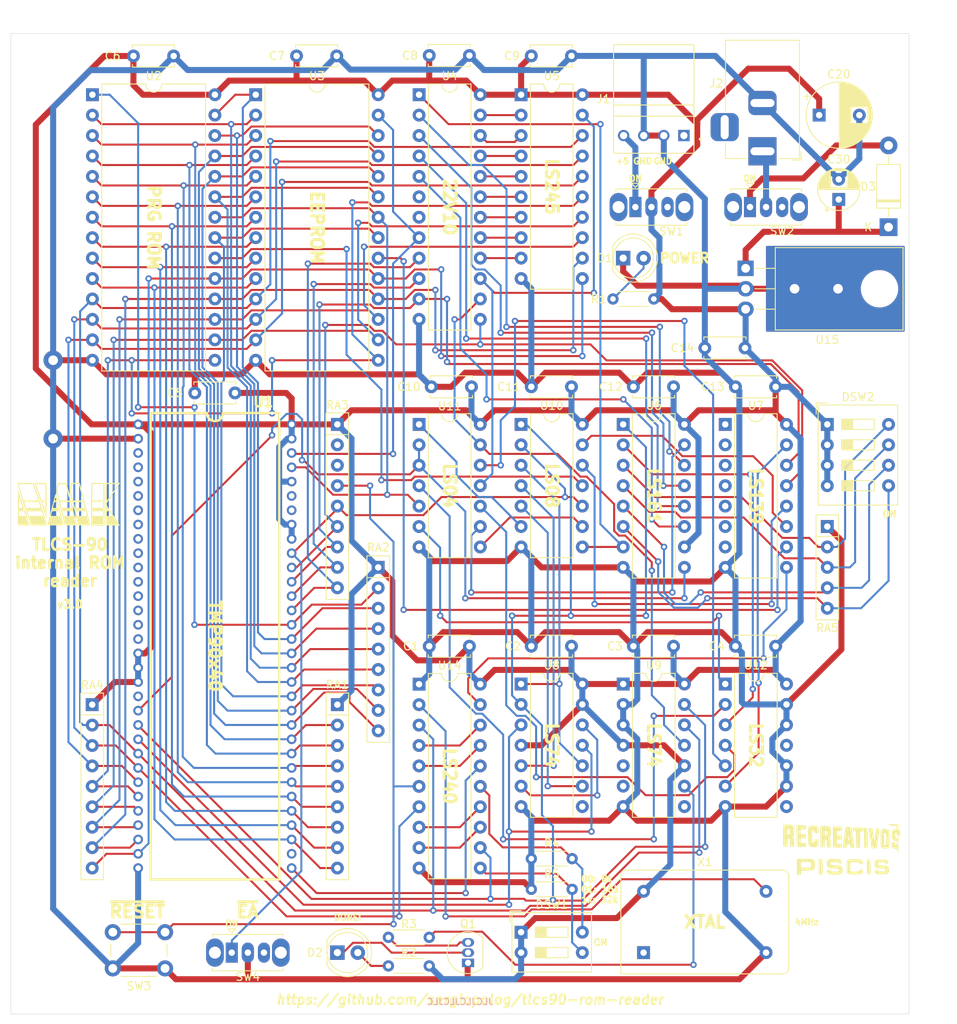
<source format=kicad_pcb>
(kicad_pcb (version 20171130) (host pcbnew "(5.1.10)-1")
  (layers (0 F.Cu signal) (31 B.Cu signal) (34 B.Paste user) (35 F.Paste user) (36 B.SilkS user) (37 F.SilkS user) (38 B.Mask user) (39 F.Mask user) (44 Edge.Cuts user))
  (net 0 "")
  (net 1 "Net-(D1-Pad2)")
  (net 2 GND)
  (net 3 VCC)
  (net 4 A7)
  (net 5 A6)
  (net 6 A5)
  (net 7 A4)
  (net 8 A3)
  (net 9 A2)
  (net 10 A1)
  (net 11 A0)
  (net 12 A15)
  (net 13 A14)
  (net 14 A13)
  (net 15 A12)
  (net 16 A11)
  (net 17 A10)
  (net 18 A9)
  (net 19 A8)
  (net 20 A19)
  (net 21 A18)
  (net 22 A17)
  (net 23 A16)
  (net 24 D7)
  (net 25 D6)
  (net 26 D5)
  (net 27 D4)
  (net 28 D3)
  (net 29 D2)
  (net 30 D1)
  (net 31 D0)
  (net 32 ~RESET)
  (net 33 CLK)
  (net 34 ~RD)
  (net 35 ~WR)
  (net 36 ~ROM-ENABLE)
  (net 37 ~EEPROM-ENABLE)
  (net 38 "Net-(U8-Pad12)")
  (net 39 "Net-(U10-Pad5)")
  (net 40 "Net-(U10-Pad4)")
  (net 41 "Net-(U10-Pad3)")
  (net 42 "Net-(U14-Pad2)")
  (net 43 ~EA)
  (net 44 "Net-(U14-Pad13)")
  (net 45 "Net-(U14-Pad18)")
  (net 46 "Net-(U14-Pad14)")
  (net 47 "Net-(U14-Pad17)")
  (net 48 "Net-(D2-Pad2)")
  (net 49 "Net-(J1-Pad4)")
  (net 50 "Net-(D2-Pad1)")
  (net 51 "Net-(R3-Pad2)")
  (net 52 C3)
  (net 53 C2)
  (net 54 C1)
  (net 55 C0)
  (net 56 ~NMI-RESET)
  (net 57 "Net-(DSW1-Pad4)")
  (net 58 "Net-(DSW1-Pad3)")
  (net 59 "Net-(Q1-Pad3)")
  (net 60 "Net-(U10-Pad9)")
  (net 61 NMI-RESET-POS)
  (net 62 ~DISABLE-COUNT)
  (net 63 "Net-(U10-Pad12)")
  (net 64 "Net-(U1-Pad33)")
  (net 65 "Net-(U11-Pad11)")
  (net 66 "Net-(U4-Pad16)")
  (net 67 "Net-(U4-Pad17)")
  (net 68 "Net-(U4-Pad18)")
  (net 69 "Net-(U4-Pad19)")
  (net 70 "Net-(U4-Pad20)")
  (net 71 "Net-(U4-Pad21)")
  (net 72 "Net-(U4-Pad22)")
  (net 73 "Net-(U4-Pad23)")
  (net 74 "Net-(U11-Pad9)")
  (net 75 "Net-(U12-Pad3)")
  (net 76 ~DSW-ENABLE)
  (net 77 "Net-(U10-Pad13)")
  (net 78 "Net-(U12-Pad6)")
  (net 79 "Net-(U10-Pad6)")
  (net 80 "Net-(U11-Pad10)")
  (net 81 "Net-(U11-Pad6)")
  (net 82 "Net-(RA3-Pad4)")
  (net 83 /SW12V)
  (net 84 /IN12V)
  (net 85 +12V)
  (net 86 "Net-(DSW2-Pad8)")
  (net 87 "Net-(DSW2-Pad7)")
  (net 88 "Net-(DSW2-Pad6)")
  (net 89 "Net-(DSW2-Pad5)")
  (net 90 "Net-(U11-Pad13)")
  (net 91 "Net-(U11-Pad12)")
  (module Capacitor_THT:CP_Radial_D5.0mm_P2.50mm (layer F.Cu) (at 181.7624 53.66322 90)
    (fp_text reference C30 (at 4.99936 0 180) (layer F.SilkS))
    (fp_text value 0.22)
    (pad 2 thru_hole circle (at 2.5 0 90) (size 1.6 1.6) (drill 0.8) (layers *.Cu *.Mask) (net 2 GND))
    (pad 1 thru_hole rect (at 0 0 90) (size 1.6 1.6) (drill 0.8) (layers *.Cu *.Mask) (net 85 +12V))
  )
  (module Resistor_THT:R_Array_SIP5 (layer F.Cu) (at 180.34 94.3356 270)
    (fp_text reference RA5 (at 12.5984 0 180) (layer F.SilkS))
    (fp_text value 10K)
    (pad 5 thru_hole oval (at 10.16 0 270) (size 1.6 1.6) (drill 0.8) (layers *.Cu *.Mask) (net 89 "Net-(DSW2-Pad5)"))
    (pad 4 thru_hole oval (at 7.62 0 270) (size 1.6 1.6) (drill 0.8) (layers *.Cu *.Mask) (net 88 "Net-(DSW2-Pad6)"))
    (pad 3 thru_hole oval (at 5.08 0 270) (size 1.6 1.6) (drill 0.8) (layers *.Cu *.Mask) (net 87 "Net-(DSW2-Pad7)"))
    (pad 2 thru_hole oval (at 2.54 0 270) (size 1.6 1.6) (drill 0.8) (layers *.Cu *.Mask) (net 86 "Net-(DSW2-Pad8)"))
    (pad 1 thru_hole rect (at 0 0 270) (size 1.6 1.6) (drill 0.8) (layers *.Cu *.Mask) (net 2 GND))
  )
  (module Button_Switch_THT:SW_DIP_SPSTx04_Slide_9.78x12.34mm_W7.62mm_P2.54mm (layer F.Cu) (at 180.34 81.6356)
    (fp_text reference DSW2 (at 3.81 -3.42) (layer F.SilkS))
    (fp_text value SW_DIP_x04)
    (pad 8 thru_hole oval (at 7.62 0) (size 1.6 1.6) (drill 0.8) (layers *.Cu *.Mask) (net 86 "Net-(DSW2-Pad8)"))
    (pad 4 thru_hole oval (at 0 7.62) (size 1.6 1.6) (drill 0.8) (layers *.Cu *.Mask) (net 3 VCC))
    (pad 7 thru_hole oval (at 7.62 2.54) (size 1.6 1.6) (drill 0.8) (layers *.Cu *.Mask) (net 87 "Net-(DSW2-Pad7)"))
    (pad 3 thru_hole oval (at 0 5.08) (size 1.6 1.6) (drill 0.8) (layers *.Cu *.Mask) (net 3 VCC))
    (pad 6 thru_hole oval (at 7.62 5.08) (size 1.6 1.6) (drill 0.8) (layers *.Cu *.Mask) (net 88 "Net-(DSW2-Pad6)"))
    (pad 2 thru_hole oval (at 0 2.54) (size 1.6 1.6) (drill 0.8) (layers *.Cu *.Mask) (net 3 VCC))
    (pad 5 thru_hole oval (at 7.62 7.62) (size 1.6 1.6) (drill 0.8) (layers *.Cu *.Mask) (net 89 "Net-(DSW2-Pad5)"))
    (pad 1 thru_hole rect (at 0 0) (size 1.6 1.6) (drill 0.8) (layers *.Cu *.Mask) (net 3 VCC))
  )
  (module Package_TO_SOT_THT:TO-220-3_Horizontal_TabDown (layer F.Cu) (at 170.17492 62.23 270)
    (fp_text reference U15 (at 8.89 -10.16508 180) (layer F.SilkS))
    (fp_text value L7805)
    (pad "" np_thru_hole oval (at 2.54 -16.66 270) (size 3.5 3.5) (drill 3.5) (layers *.Cu *.Mask))
    (pad 1 thru_hole rect (at 0 0 270) (size 1.905 2) (drill 1.1) (layers *.Cu *.Mask) (net 85 +12V))
    (pad 2 thru_hole oval (at 2.54 0 270) (size 1.905 2) (drill 1.1) (layers *.Cu *.Mask) (net 2 GND))
    (pad 3 thru_hole oval (at 5.08 0 270) (size 1.905 2) (drill 1.1) (layers *.Cu *.Mask) (net 3 VCC))
  )
  (module Button_Switch_THT:SW_Slide_1P2T_CK_OS102011MS2Q (layer F.Cu) (at 170.72 54.61)
    (fp_text reference SW2 (at 3.98926 2.99974) (layer F.SilkS))
    (fp_text value SW_SPDT)
    (pad 1 thru_hole rect (at 0 0) (size 1.5 2.5) (drill 0.8) (layers *.Cu *.Mask) (net 83 /SW12V))
    (pad 2 thru_hole oval (at 2 0) (size 1.5 2.5) (drill 0.8) (layers *.Cu *.Mask) (net 84 /IN12V))
    (pad 3 thru_hole oval (at 4 0) (size 1.5 2.5) (drill 0.8) (layers *.Cu *.Mask))
    (pad "" thru_hole oval (at -2.1 0) (size 2.2 3.5) (drill 1.5) (layers *.Cu *.Mask))
    (pad "" thru_hole oval (at 6.1 0) (size 2.2 3.5) (drill 1.5) (layers *.Cu *.Mask))
  )
  (module Connector_BarrelJack:BarrelJack_Horizontal (layer F.Cu) (at 172.27142 47.67352 270)
    (fp_text reference J2 (at -8.45 5.75 180) (layer F.SilkS))
    (fp_text value Conn_Coaxial_Power)
    (pad 1 thru_hole rect (at 0 0 270) (size 3.5 3.5) (drill oval 1 3) (layers *.Cu *.Mask) (net 84 /IN12V))
    (pad 2 thru_hole roundrect (at -6 0 270) (size 3 3.5) (drill oval 1 3) (layers *.Cu *.Mask) (net 2 GND))
    (pad 3 thru_hole roundrect (at -3 4.7 270) (size 3.5 3.5) (drill oval 3 1) (layers *.Cu *.Mask))
  )
  (module Diode_THT:D_DO-41_SOD81_P10.16mm_Horizontal (layer F.Cu) (at 187.96 57.10936 90)
    (fp_text reference D3 (at 5.03936 -2.54 180) (layer F.SilkS))
    (fp_text value 1N4001)
    (fp_text user K (at 0 -2.54 180) (layer F.SilkS))
    (pad 2 thru_hole oval (at 10.16 0 90) (size 2.2 2.2) (drill 1.1) (layers *.Cu *.Mask) (net 83 /SW12V))
    (pad 1 thru_hole rect (at 0 0 90) (size 2.2 2.2) (drill 1.1) (layers *.Cu *.Mask) (net 85 +12V))
  )
  (module Capacitor_THT:C_Disc_D5.0mm_W2.5mm_P5.00mm (layer F.Cu) (at 170.1 72.136 180)
    (fp_text reference C14 (at 7.794 0) (layer F.SilkS))
    (fp_text value 0.1)
    (pad 2 thru_hole circle (at 5 0 180) (size 1.6 1.6) (drill 0.8) (layers *.Cu *.Mask) (net 2 GND))
    (pad 1 thru_hole circle (at 0 0 180) (size 1.6 1.6) (drill 0.8) (layers *.Cu *.Mask) (net 3 VCC))
  )
  (module Package_DIP:DIP-14_W7.62mm (layer F.Cu) (at 142.24 113.919)
    (fp_text reference U8 (at 3.81 -2.33) (layer F.SilkS))
    (fp_text value 74LS74)
    (pad 14 thru_hole oval (at 7.62 0) (size 1.6 1.6) (drill 0.8) (layers *.Cu *.Mask) (net 3 VCC))
    (pad 7 thru_hole oval (at 0 15.24) (size 1.6 1.6) (drill 0.8) (layers *.Cu *.Mask) (net 2 GND))
    (pad 13 thru_hole oval (at 7.62 2.54) (size 1.6 1.6) (drill 0.8) (layers *.Cu *.Mask) (net 3 VCC))
    (pad 6 thru_hole oval (at 0 12.7) (size 1.6 1.6) (drill 0.8) (layers *.Cu *.Mask) (net 38 "Net-(U8-Pad12)"))
    (pad 12 thru_hole oval (at 7.62 5.08) (size 1.6 1.6) (drill 0.8) (layers *.Cu *.Mask) (net 38 "Net-(U8-Pad12)"))
    (pad 5 thru_hole oval (at 0 10.16) (size 1.6 1.6) (drill 0.8) (layers *.Cu *.Mask) (net 40 "Net-(U10-Pad4)"))
    (pad 11 thru_hole oval (at 7.62 7.62) (size 1.6 1.6) (drill 0.8) (layers *.Cu *.Mask) (net 33 CLK))
    (pad 4 thru_hole oval (at 0 7.62) (size 1.6 1.6) (drill 0.8) (layers *.Cu *.Mask) (net 3 VCC))
    (pad 10 thru_hole oval (at 7.62 10.16) (size 1.6 1.6) (drill 0.8) (layers *.Cu *.Mask) (net 41 "Net-(U10-Pad3)"))
    (pad 3 thru_hole oval (at 0 5.08) (size 1.6 1.6) (drill 0.8) (layers *.Cu *.Mask) (net 33 CLK))
    (pad 9 thru_hole oval (at 7.62 12.7) (size 1.6 1.6) (drill 0.8) (layers *.Cu *.Mask) (net 39 "Net-(U10-Pad5)"))
    (pad 2 thru_hole oval (at 0 2.54) (size 1.6 1.6) (drill 0.8) (layers *.Cu *.Mask) (net 32 ~RESET))
    (pad 8 thru_hole oval (at 7.62 15.24) (size 1.6 1.6) (drill 0.8) (layers *.Cu *.Mask))
    (pad 1 thru_hole rect (at 0 0) (size 1.6 1.6) (drill 0.8) (layers *.Cu *.Mask) (net 41 "Net-(U10-Pad3)"))
  )
  (module Package_TO_SOT_THT:TO-92_Inline (layer F.Cu) (at 135.636 148.59 90)
    (fp_text reference Q1 (at 4.826 0 180) (layer F.SilkS))
    (fp_text value Q_NPN_ECB)
    (pad 1 thru_hole rect (at 0 0 90) (size 1.05 1.5) (drill 0.75) (layers *.Cu *.Mask) (net 2 GND))
    (pad 3 thru_hole oval (at 2.54 0 90) (size 1.05 1.5) (drill 0.75) (layers *.Cu *.Mask) (net 59 "Net-(Q1-Pad3)"))
    (pad 2 thru_hole oval (at 1.27 0 90) (size 1.05 1.5) (drill 0.75) (layers *.Cu *.Mask) (net 50 "Net-(D2-Pad1)"))
  )
  (module Package_DIP:SDIP-64_W19.05mm (layer F.Cu) (at 104.14 109.22 270)
    (fp_text reference U1 (at -30.3784 -6.01726 180) (layer F.SilkS) (effects (font (size 1.2 1.2) (thickness 0.3))))
    (fp_text value TMP90C840AN hide)
    (pad 64 thru_hole circle (at -27.59 -9.5504 270) (size 1.2 1.2) (drill 0.7) (layers *.Cu *.Mask) (net 3 VCC))
    (pad 63 thru_hole circle (at -25.81 -9.5504 270) (size 1.2 1.2) (drill 0.7) (layers *.Cu *.Mask) (net 3 VCC))
    (pad 62 thru_hole circle (at -24.03 -9.5504 270) (size 1.2 1.2) (drill 0.7) (layers *.Cu *.Mask) (net 35 ~WR))
    (pad 61 thru_hole circle (at -22.25 -9.5504 270) (size 1.2 1.2) (drill 0.7) (layers *.Cu *.Mask) (net 34 ~RD))
    (pad 60 thru_hole circle (at -20.47 -9.5504 270) (size 1.2 1.2) (drill 0.7) (layers *.Cu *.Mask) (net 3 VCC))
    (pad 59 thru_hole circle (at -18.69 -9.5504 270) (size 1.2 1.2) (drill 0.7) (layers *.Cu *.Mask))
    (pad 58 thru_hole circle (at -16.91 -9.5504 270) (size 1.2 1.2) (drill 0.7) (layers *.Cu *.Mask))
    (pad 57 thru_hole circle (at -15.13 -9.5504 270) (size 1.2 1.2) (drill 0.7) (layers *.Cu *.Mask) (net 3 VCC))
    (pad 56 thru_hole circle (at -13.35 -9.5504 270) (size 1.2 1.2) (drill 0.7) (layers *.Cu *.Mask) (net 3 VCC))
    (pad 55 thru_hole circle (at -11.57 -9.5504 270) (size 1.2 1.2) (drill 0.7) (layers *.Cu *.Mask) (net 43 ~EA))
    (pad 54 thru_hole circle (at -9.79 -9.5504 270) (size 1.2 1.2) (drill 0.7) (layers *.Cu *.Mask) (net 20 A19))
    (pad 53 thru_hole circle (at -8.01 -9.5504 270) (size 1.2 1.2) (drill 0.7) (layers *.Cu *.Mask) (net 21 A18))
    (pad 52 thru_hole circle (at -6.23 -9.5504 270) (size 1.2 1.2) (drill 0.7) (layers *.Cu *.Mask) (net 22 A17))
    (pad 51 thru_hole circle (at -4.45 -9.5504 270) (size 1.2 1.2) (drill 0.7) (layers *.Cu *.Mask) (net 23 A16))
    (pad 50 thru_hole circle (at -2.67 -9.5504 270) (size 1.2 1.2) (drill 0.7) (layers *.Cu *.Mask) (net 12 A15))
    (pad 49 thru_hole circle (at -0.89 -9.5504 270) (size 1.2 1.2) (drill 0.7) (layers *.Cu *.Mask) (net 13 A14))
    (pad 48 thru_hole circle (at 0.89 -9.5504 270) (size 1.2 1.2) (drill 0.7) (layers *.Cu *.Mask) (net 14 A13))
    (pad 47 thru_hole circle (at 2.67 -9.5504 270) (size 1.2 1.2) (drill 0.7) (layers *.Cu *.Mask) (net 15 A12))
    (pad 46 thru_hole circle (at 4.45 -9.5504 270) (size 1.2 1.2) (drill 0.7) (layers *.Cu *.Mask) (net 16 A11))
    (pad 45 thru_hole circle (at 6.23 -9.5504 270) (size 1.2 1.2) (drill 0.7) (layers *.Cu *.Mask) (net 17 A10))
    (pad 44 thru_hole circle (at 8.01 -9.5504 270) (size 1.2 1.2) (drill 0.7) (layers *.Cu *.Mask) (net 18 A9))
    (pad 43 thru_hole circle (at 9.79 -9.5504 270) (size 1.2 1.2) (drill 0.7) (layers *.Cu *.Mask) (net 19 A8))
    (pad 42 thru_hole circle (at 11.57 -9.5504 270) (size 1.2 1.2) (drill 0.7) (layers *.Cu *.Mask) (net 4 A7))
    (pad 41 thru_hole circle (at 13.35 -9.5504 270) (size 1.2 1.2) (drill 0.7) (layers *.Cu *.Mask) (net 5 A6))
    (pad 40 thru_hole circle (at 15.13 -9.5504 270) (size 1.2 1.2) (drill 0.7) (layers *.Cu *.Mask) (net 6 A5))
    (pad 39 thru_hole circle (at 16.91 -9.5504 270) (size 1.2 1.2) (drill 0.7) (layers *.Cu *.Mask) (net 7 A4))
    (pad 38 thru_hole circle (at 18.69 -9.5504 270) (size 1.2 1.2) (drill 0.7) (layers *.Cu *.Mask) (net 8 A3))
    (pad 37 thru_hole circle (at 20.47 -9.5504 270) (size 1.2 1.2) (drill 0.7) (layers *.Cu *.Mask) (net 9 A2))
    (pad 36 thru_hole circle (at 22.25 -9.5504 270) (size 1.2 1.2) (drill 0.7) (layers *.Cu *.Mask) (net 10 A1))
    (pad 35 thru_hole circle (at 24.03 -9.5504 270) (size 1.2 1.2) (drill 0.7) (layers *.Cu *.Mask) (net 11 A0))
    (pad 34 thru_hole circle (at 25.81 -9.5504 270) (size 1.2 1.2) (drill 0.7) (layers *.Cu *.Mask))
    (pad 33 thru_hole circle (at 27.59 -9.5504 270) (size 1.2 1.2) (drill 0.7) (layers *.Cu *.Mask) (net 64 "Net-(U1-Pad33)"))
    (pad 32 thru_hole circle (at 27.59 9.5504 270) (size 1.2 1.2) (drill 0.7) (layers *.Cu *.Mask) (net 2 GND))
    (pad 31 thru_hole circle (at 25.81 9.5504 270) (size 1.2 1.2) (drill 0.7) (layers *.Cu *.Mask) (net 24 D7))
    (pad 30 thru_hole circle (at 24.03 9.5504 270) (size 1.2 1.2) (drill 0.7) (layers *.Cu *.Mask) (net 25 D6))
    (pad 29 thru_hole circle (at 22.25 9.5504 270) (size 1.2 1.2) (drill 0.7) (layers *.Cu *.Mask) (net 26 D5))
    (pad 28 thru_hole circle (at 20.47 9.5504 270) (size 1.2 1.2) (drill 0.7) (layers *.Cu *.Mask) (net 27 D4))
    (pad 27 thru_hole circle (at 18.69 9.5504 270) (size 1.2 1.2) (drill 0.7) (layers *.Cu *.Mask) (net 28 D3))
    (pad 26 thru_hole circle (at 16.91 9.5504 270) (size 1.2 1.2) (drill 0.7) (layers *.Cu *.Mask) (net 29 D2))
    (pad 25 thru_hole circle (at 15.13 9.5504 270) (size 1.2 1.2) (drill 0.7) (layers *.Cu *.Mask) (net 30 D1))
    (pad 24 thru_hole circle (at 13.35 9.5504 270) (size 1.2 1.2) (drill 0.7) (layers *.Cu *.Mask) (net 31 D0))
    (pad 23 thru_hole circle (at 11.57 9.5504 270) (size 1.2 1.2) (drill 0.7) (layers *.Cu *.Mask) (net 33 CLK))
    (pad 22 thru_hole circle (at 9.79 9.5504 270) (size 1.2 1.2) (drill 0.7) (layers *.Cu *.Mask) (net 32 ~RESET))
    (pad 21 thru_hole circle (at 8.01 9.5504 270) (size 1.2 1.2) (drill 0.7) (layers *.Cu *.Mask) (net 56 ~NMI-RESET))
    (pad 20 thru_hole circle (at 6.23 9.5504 270) (size 1.2 1.2) (drill 0.7) (layers *.Cu *.Mask))
    (pad 19 thru_hole circle (at 4.45 9.5504 270) (size 1.2 1.2) (drill 0.7) (layers *.Cu *.Mask) (net 3 VCC))
    (pad 18 thru_hole circle (at 2.67 9.5504 270) (size 1.2 1.2) (drill 0.7) (layers *.Cu *.Mask) (net 3 VCC))
    (pad 17 thru_hole circle (at 0.89 9.5504 270) (size 1.2 1.2) (drill 0.7) (layers *.Cu *.Mask) (net 3 VCC))
    (pad 16 thru_hole circle (at -0.89 9.5504 270) (size 1.2 1.2) (drill 0.7) (layers *.Cu *.Mask))
    (pad 15 thru_hole circle (at -2.67 9.5504 270) (size 1.2 1.2) (drill 0.7) (layers *.Cu *.Mask))
    (pad 14 thru_hole circle (at -4.45 9.5504 270) (size 1.2 1.2) (drill 0.7) (layers *.Cu *.Mask))
    (pad 13 thru_hole circle (at -6.23 9.5504 270) (size 1.2 1.2) (drill 0.7) (layers *.Cu *.Mask))
    (pad 12 thru_hole circle (at -8.01 9.5504 270) (size 1.2 1.2) (drill 0.7) (layers *.Cu *.Mask))
    (pad 11 thru_hole circle (at -9.79 9.5504 270) (size 1.2 1.2) (drill 0.7) (layers *.Cu *.Mask))
    (pad 10 thru_hole circle (at -11.57 9.5504 270) (size 1.2 1.2) (drill 0.7) (layers *.Cu *.Mask))
    (pad 9 thru_hole circle (at -13.35 9.5504 270) (size 1.2 1.2) (drill 0.7) (layers *.Cu *.Mask))
    (pad 8 thru_hole circle (at -15.13 9.5504 270) (size 1.2 1.2) (drill 0.7) (layers *.Cu *.Mask))
    (pad 7 thru_hole circle (at -16.91 9.5504 270) (size 1.2 1.2) (drill 0.7) (layers *.Cu *.Mask))
    (pad 6 thru_hole circle (at -18.69 9.5504 270) (size 1.2 1.2) (drill 0.7) (layers *.Cu *.Mask))
    (pad 5 thru_hole circle (at -20.47 9.5504 270) (size 1.2 1.2) (drill 0.7) (layers *.Cu *.Mask))
    (pad 4 thru_hole circle (at -22.25 9.5504 270) (size 1.2 1.2) (drill 0.7) (layers *.Cu *.Mask))
    (pad 3 thru_hole circle (at -24.03 9.5504 270) (size 1.2 1.2) (drill 0.7) (layers *.Cu *.Mask))
    (pad 2 thru_hole circle (at -25.81 9.5504 270) (size 1.2 1.2) (drill 0.7) (layers *.Cu *.Mask) (net 2 GND))
    (pad 1 thru_hole circle (at -27.59 9.5504 270) (size 1.2 1.2) (drill 0.7) (layers *.Cu *.Mask) (net 3 VCC))
  )
  (module Capacitor_THT:C_Disc_D5.0mm_W2.5mm_P5.00mm (layer F.Cu) (at 114.3 35.814)
    (fp_text reference C7 (at -2.4511 0) (layer F.SilkS))
    (fp_text value 0.1)
    (pad 2 thru_hole circle (at 5 0) (size 1.6 1.6) (drill 0.8) (layers *.Cu *.Mask) (net 2 GND))
    (pad 1 thru_hole circle (at 0 0) (size 1.6 1.6) (drill 0.8) (layers *.Cu *.Mask) (net 3 VCC))
  )
  (module Capacitor_THT:C_Disc_D5.0mm_W2.5mm_P5.00mm (layer F.Cu) (at 173.91 109.22 180)
    (fp_text reference C4 (at 7.286 0) (layer F.SilkS))
    (fp_text value 0.1)
    (pad 2 thru_hole circle (at 5 0 180) (size 1.6 1.6) (drill 0.8) (layers *.Cu *.Mask) (net 2 GND))
    (pad 1 thru_hole circle (at 0 0 180) (size 1.6 1.6) (drill 0.8) (layers *.Cu *.Mask) (net 3 VCC))
  )
  (module Resistor_THT:R_Axial_DIN0204_L3.6mm_D1.6mm_P5.08mm_Horizontal (layer F.Cu) (at 153.67 66.04)
    (fp_text reference R1 (at -1.778 0) (layer F.SilkS))
    (fp_text value 4.7K)
    (pad 2 thru_hole oval (at 5.08 0) (size 1.4 1.4) (drill 0.7) (layers *.Cu *.Mask) (net 3 VCC))
    (pad 1 thru_hole circle (at 0 0) (size 1.4 1.4) (drill 0.7) (layers *.Cu *.Mask) (net 1 "Net-(D1-Pad2)"))
  )
  (module Button_Switch_THT:SW_Slide_1P2T_CK_OS102011MS2Q (layer F.Cu) (at 106.24 147.32)
    (fp_text reference SW4 (at 2 2.9972) (layer F.SilkS))
    (fp_text value SW_SPDT)
    (pad "" thru_hole oval (at 6.1 0) (size 2.2 3.5) (drill 1.5) (layers *.Cu *.Mask))
    (pad "" thru_hole oval (at -2.1 0) (size 2.2 3.5) (drill 1.5) (layers *.Cu *.Mask))
    (pad 3 thru_hole oval (at 4 0) (size 1.5 2.5) (drill 0.8) (layers *.Cu *.Mask))
    (pad 2 thru_hole oval (at 2 0) (size 1.5 2.5) (drill 0.8) (layers *.Cu *.Mask) (net 2 GND))
    (pad 1 thru_hole rect (at 0 0) (size 1.5 2.5) (drill 0.8) (layers *.Cu *.Mask) (net 43 ~EA))
  )
  (module Capacitor_THT:C_Disc_D5.0mm_W2.5mm_P5.00mm (layer F.Cu) (at 106.63936 77.724 180)
    (fp_text reference C5 (at 7.4549 0) (layer F.SilkS))
    (fp_text value 0.1)
    (pad 2 thru_hole circle (at 5 0 180) (size 1.6 1.6) (drill 0.8) (layers *.Cu *.Mask) (net 2 GND))
    (pad 1 thru_hole circle (at 0 0 180) (size 1.6 1.6) (drill 0.8) (layers *.Cu *.Mask) (net 3 VCC))
  )
  (module Resistor_THT:R_Axial_DIN0204_L3.6mm_D1.6mm_P5.08mm_Horizontal (layer F.Cu) (at 148.59 139.446 180)
    (fp_text reference R5 (at 2.54254 1.92024) (layer F.SilkS))
    (fp_text value 10K)
    (pad 2 thru_hole oval (at 5.08 0 180) (size 1.4 1.4) (drill 0.7) (layers *.Cu *.Mask) (net 2 GND))
    (pad 1 thru_hole circle (at 0 0 180) (size 1.4 1.4) (drill 0.7) (layers *.Cu *.Mask) (net 58 "Net-(DSW1-Pad3)"))
  )
  (module Capacitor_THT:C_Disc_D5.0mm_W2.5mm_P5.00mm (layer F.Cu) (at 135.81 109.22 180)
    (fp_text reference C1 (at 7.286 0) (layer F.SilkS))
    (fp_text value 0.1)
    (pad 2 thru_hole circle (at 5 0 180) (size 1.6 1.6) (drill 0.8) (layers *.Cu *.Mask) (net 2 GND))
    (pad 1 thru_hole circle (at 0 0 180) (size 1.6 1.6) (drill 0.8) (layers *.Cu *.Mask) (net 3 VCC))
  )
  (module Button_Switch_THT:SW_Slide_1P2T_CK_OS102011MS2Q (layer F.Cu) (at 156.46 54.61)
    (fp_text reference SW1 (at 4.4765 3.0099) (layer F.SilkS))
    (fp_text value SW_SPDT)
    (pad "" thru_hole oval (at 6.1 0) (size 2.2 3.5) (drill 1.5) (layers *.Cu *.Mask))
    (pad "" thru_hole oval (at -2.1 0) (size 2.2 3.5) (drill 1.5) (layers *.Cu *.Mask))
    (pad 3 thru_hole oval (at 4 0) (size 1.5 2.5) (drill 0.8) (layers *.Cu *.Mask))
    (pad 2 thru_hole oval (at 2 0) (size 1.5 2.5) (drill 0.8) (layers *.Cu *.Mask) (net 3 VCC))
    (pad 1 thru_hole rect (at 0 0) (size 1.5 2.5) (drill 0.8) (layers *.Cu *.Mask) (net 49 "Net-(J1-Pad4)"))
  )
  (module MountingHole:MountingHole_3.2mm_M3 (layer F.Cu) (at 82.55 36.83)
    (fp_text reference H1 hide)
    (fp_text value MountingHole)
    (pad 1 np_thru_hole circle (at 0 0) (size 3.2 3.2) (drill 3.2) (layers *.Cu *.Mask))
  )
  (module Capacitor_THT:CP_Radial_D8.0mm_P5.00mm (layer F.Cu) (at 179.324 43.18)
    (fp_text reference C20 (at 2.44856 -5.08) (layer F.SilkS))
    (fp_text value "470u 16V")
    (pad 2 thru_hole circle (at 5 0) (size 1.6 1.6) (drill 0.8) (layers *.Cu *.Mask) (net 2 GND))
    (pad 1 thru_hole rect (at 0 0) (size 1.6 1.6) (drill 0.8) (layers *.Cu *.Mask) (net 3 VCC))
  )
  (module Capacitor_THT:C_Disc_D5.0mm_W2.5mm_P5.00mm (layer F.Cu) (at 130.81 35.7632)
    (fp_text reference C8 (at -2.4003 0) (layer F.SilkS))
    (fp_text value 0.1)
    (pad 2 thru_hole circle (at 5 0) (size 1.6 1.6) (drill 0.8) (layers *.Cu *.Mask) (net 2 GND))
    (pad 1 thru_hole circle (at 0 0) (size 1.6 1.6) (drill 0.8) (layers *.Cu *.Mask) (net 3 VCC))
  )
  (module Package_DIP:DIP-20_W7.62mm (layer F.Cu) (at 129.54 113.9444)
    (fp_text reference U14 (at 3.81 -2.33) (layer F.SilkS))
    (fp_text value 74LS240_Split)
    (pad 20 thru_hole oval (at 7.62 0) (size 1.6 1.6) (drill 0.8) (layers *.Cu *.Mask) (net 3 VCC))
    (pad 10 thru_hole oval (at 0 22.86) (size 1.6 1.6) (drill 0.8) (layers *.Cu *.Mask) (net 2 GND))
    (pad 19 thru_hole oval (at 7.62 2.54) (size 1.6 1.6) (drill 0.8) (layers *.Cu *.Mask) (net 76 ~DSW-ENABLE))
    (pad 9 thru_hole oval (at 0 20.32) (size 1.6 1.6) (drill 0.8) (layers *.Cu *.Mask) (net 44 "Net-(U14-Pad13)"))
    (pad 18 thru_hole oval (at 7.62 5.08) (size 1.6 1.6) (drill 0.8) (layers *.Cu *.Mask) (net 45 "Net-(U14-Pad18)"))
    (pad 8 thru_hole oval (at 0 17.78) (size 1.6 1.6) (drill 0.8) (layers *.Cu *.Mask) (net 46 "Net-(U14-Pad14)"))
    (pad 17 thru_hole oval (at 7.62 7.62) (size 1.6 1.6) (drill 0.8) (layers *.Cu *.Mask) (net 47 "Net-(U14-Pad17)"))
    (pad 7 thru_hole oval (at 0 15.24) (size 1.6 1.6) (drill 0.8) (layers *.Cu *.Mask) (net 30 D1))
    (pad 16 thru_hole oval (at 7.62 10.16) (size 1.6 1.6) (drill 0.8) (layers *.Cu *.Mask) (net 64 "Net-(U1-Pad33)"))
    (pad 6 thru_hole oval (at 0 12.7) (size 1.6 1.6) (drill 0.8) (layers *.Cu *.Mask) (net 82 "Net-(RA3-Pad4)"))
    (pad 15 thru_hole oval (at 7.62 12.7) (size 1.6 1.6) (drill 0.8) (layers *.Cu *.Mask) (net 57 "Net-(DSW1-Pad4)"))
    (pad 5 thru_hole oval (at 0 10.16) (size 1.6 1.6) (drill 0.8) (layers *.Cu *.Mask) (net 47 "Net-(U14-Pad17)"))
    (pad 14 thru_hole oval (at 7.62 15.24) (size 1.6 1.6) (drill 0.8) (layers *.Cu *.Mask) (net 46 "Net-(U14-Pad14)"))
    (pad 4 thru_hole oval (at 0 7.62) (size 1.6 1.6) (drill 0.8) (layers *.Cu *.Mask) (net 45 "Net-(U14-Pad18)"))
    (pad 13 thru_hole oval (at 7.62 17.78) (size 1.6 1.6) (drill 0.8) (layers *.Cu *.Mask) (net 44 "Net-(U14-Pad13)"))
    (pad 3 thru_hole oval (at 0 5.08) (size 1.6 1.6) (drill 0.8) (layers *.Cu *.Mask) (net 31 D0))
    (pad 12 thru_hole oval (at 7.62 20.32) (size 1.6 1.6) (drill 0.8) (layers *.Cu *.Mask) (net 32 ~RESET))
    (pad 2 thru_hole oval (at 0 2.54) (size 1.6 1.6) (drill 0.8) (layers *.Cu *.Mask) (net 42 "Net-(U14-Pad2)"))
    (pad 11 thru_hole oval (at 7.62 22.86) (size 1.6 1.6) (drill 0.8) (layers *.Cu *.Mask) (net 58 "Net-(DSW1-Pad3)"))
    (pad 1 thru_hole rect (at 0 0) (size 1.6 1.6) (drill 0.8) (layers *.Cu *.Mask) (net 2 GND))
  )
  (module Capacitor_THT:C_Disc_D5.0mm_W2.5mm_P5.00mm (layer F.Cu) (at 136.064 76.962 180)
    (fp_text reference C10 (at 7.794 0) (layer F.SilkS))
    (fp_text value 0.1)
    (pad 2 thru_hole circle (at 5 0 180) (size 1.6 1.6) (drill 0.8) (layers *.Cu *.Mask) (net 2 GND))
    (pad 1 thru_hole circle (at 0 0 180) (size 1.6 1.6) (drill 0.8) (layers *.Cu *.Mask) (net 3 VCC))
  )
  (module MountingHole:MountingHole_3.2mm_M3 (layer F.Cu) (at 82.55 151.13)
    (fp_text reference H3 hide)
    (fp_text value MountingHole)
    (pad 1 np_thru_hole circle (at 0 0) (size 3.2 3.2) (drill 3.2) (layers *.Cu *.Mask))
  )
  (module Package_DIP:DIP-14_W7.62mm (layer F.Cu) (at 154.94 113.919)
    (fp_text reference U9 (at 3.81 -2.33) (layer F.SilkS))
    (fp_text value 74LS74)
    (pad 14 thru_hole oval (at 7.62 0) (size 1.6 1.6) (drill 0.8) (layers *.Cu *.Mask) (net 3 VCC))
    (pad 7 thru_hole oval (at 0 15.24) (size 1.6 1.6) (drill 0.8) (layers *.Cu *.Mask) (net 2 GND))
    (pad 13 thru_hole oval (at 7.62 2.54) (size 1.6 1.6) (drill 0.8) (layers *.Cu *.Mask) (net 32 ~RESET))
    (pad 6 thru_hole oval (at 0 12.7) (size 1.6 1.6) (drill 0.8) (layers *.Cu *.Mask))
    (pad 12 thru_hole oval (at 7.62 5.08) (size 1.6 1.6) (drill 0.8) (layers *.Cu *.Mask) (net 31 D0))
    (pad 5 thru_hole oval (at 0 10.16) (size 1.6 1.6) (drill 0.8) (layers *.Cu *.Mask))
    (pad 11 thru_hole oval (at 7.62 7.62) (size 1.6 1.6) (drill 0.8) (layers *.Cu *.Mask) (net 90 "Net-(U11-Pad13)"))
    (pad 4 thru_hole oval (at 0 7.62) (size 1.6 1.6) (drill 0.8) (layers *.Cu *.Mask) (net 3 VCC))
    (pad 10 thru_hole oval (at 7.62 10.16) (size 1.6 1.6) (drill 0.8) (layers *.Cu *.Mask) (net 3 VCC))
    (pad 3 thru_hole oval (at 0 5.08) (size 1.6 1.6) (drill 0.8) (layers *.Cu *.Mask) (net 2 GND))
    (pad 9 thru_hole oval (at 7.62 12.7) (size 1.6 1.6) (drill 0.8) (layers *.Cu *.Mask) (net 51 "Net-(R3-Pad2)"))
    (pad 2 thru_hole oval (at 0 2.54) (size 1.6 1.6) (drill 0.8) (layers *.Cu *.Mask) (net 2 GND))
    (pad 8 thru_hole oval (at 7.62 15.24) (size 1.6 1.6) (drill 0.8) (layers *.Cu *.Mask))
    (pad 1 thru_hole rect (at 0 0) (size 1.6 1.6) (drill 0.8) (layers *.Cu *.Mask) (net 3 VCC))
  )
  (module Capacitor_THT:C_Disc_D5.0mm_W2.5mm_P5.00mm (layer F.Cu) (at 161.21 109.22 180)
    (fp_text reference C3 (at 7.286 0) (layer F.SilkS))
    (fp_text value 0.1)
    (pad 2 thru_hole circle (at 5 0 180) (size 1.6 1.6) (drill 0.8) (layers *.Cu *.Mask) (net 2 GND))
    (pad 1 thru_hole circle (at 0 0 180) (size 1.6 1.6) (drill 0.8) (layers *.Cu *.Mask) (net 3 VCC))
  )
  (module Capacitor_THT:C_Disc_D5.0mm_W2.5mm_P5.00mm (layer F.Cu) (at 143.51 35.814)
    (fp_text reference C9 (at -2.413 0) (layer F.SilkS))
    (fp_text value 0.1)
    (pad 2 thru_hole circle (at 5 0) (size 1.6 1.6) (drill 0.8) (layers *.Cu *.Mask) (net 2 GND))
    (pad 1 thru_hole circle (at 0 0) (size 1.6 1.6) (drill 0.8) (layers *.Cu *.Mask) (net 3 VCC))
  )
  (module MountingHole:MountingHole_3.2mm_M3 (layer F.Cu) (at 186.69 151.13)
    (fp_text reference H4 hide)
    (fp_text value MountingHole)
    (pad 1 np_thru_hole circle (at 0 0) (size 3.2 3.2) (drill 3.2) (layers *.Cu *.Mask))
  )
  (module Capacitor_THT:C_Disc_D5.0mm_W2.5mm_P5.00mm (layer F.Cu) (at 173.91 76.962 180)
    (fp_text reference C13 (at 7.794 0) (layer F.SilkS))
    (fp_text value 0.1)
    (pad 2 thru_hole circle (at 5 0 180) (size 1.6 1.6) (drill 0.8) (layers *.Cu *.Mask) (net 2 GND))
    (pad 1 thru_hole circle (at 0 0 180) (size 1.6 1.6) (drill 0.8) (layers *.Cu *.Mask) (net 3 VCC))
  )
  (module Capacitor_THT:C_Disc_D5.0mm_W2.5mm_P5.00mm (layer F.Cu) (at 148.51 76.962 180)
    (fp_text reference C11 (at 7.79654 0) (layer F.SilkS))
    (fp_text value 0.1)
    (pad 2 thru_hole circle (at 5 0 180) (size 1.6 1.6) (drill 0.8) (layers *.Cu *.Mask) (net 2 GND))
    (pad 1 thru_hole circle (at 0 0 180) (size 1.6 1.6) (drill 0.8) (layers *.Cu *.Mask) (net 3 VCC))
  )
  (module Resistor_THT:R_Axial_DIN0204_L3.6mm_D1.6mm_P5.08mm_Horizontal (layer F.Cu) (at 148.59 135.636 180)
    (fp_text reference R4 (at 2.54 1.92024) (layer F.SilkS))
    (fp_text value 10K)
    (pad 2 thru_hole oval (at 5.08 0 180) (size 1.4 1.4) (drill 0.7) (layers *.Cu *.Mask) (net 2 GND))
    (pad 1 thru_hole circle (at 0 0 180) (size 1.4 1.4) (drill 0.7) (layers *.Cu *.Mask) (net 57 "Net-(DSW1-Pad4)"))
  )
  (module MountingHole:MountingHole_3.2mm_M3 (layer F.Cu) (at 186.69 36.83)
    (fp_text reference H2 hide)
    (fp_text value MountingHole)
    (pad 1 np_thru_hole circle (at 0 0) (size 3.2 3.2) (drill 3.2) (layers *.Cu *.Mask))
  )
  (module Package_DIP:DIP-20_W7.62mm (layer F.Cu) (at 142.24 40.64)
    (fp_text reference U5 (at 3.81 -2.33) (layer F.SilkS))
    (fp_text value 74LS245)
    (pad 20 thru_hole oval (at 7.62 0) (size 1.6 1.6) (drill 0.8) (layers *.Cu *.Mask) (net 3 VCC))
    (pad 10 thru_hole oval (at 0 22.86) (size 1.6 1.6) (drill 0.8) (layers *.Cu *.Mask) (net 2 GND))
    (pad 19 thru_hole oval (at 7.62 2.54) (size 1.6 1.6) (drill 0.8) (layers *.Cu *.Mask) (net 65 "Net-(U11-Pad11)"))
    (pad 9 thru_hole oval (at 0 20.32) (size 1.6 1.6) (drill 0.8) (layers *.Cu *.Mask) (net 66 "Net-(U4-Pad16)"))
    (pad 18 thru_hole oval (at 7.62 5.08) (size 1.6 1.6) (drill 0.8) (layers *.Cu *.Mask) (net 31 D0))
    (pad 8 thru_hole oval (at 0 17.78) (size 1.6 1.6) (drill 0.8) (layers *.Cu *.Mask) (net 67 "Net-(U4-Pad17)"))
    (pad 17 thru_hole oval (at 7.62 7.62) (size 1.6 1.6) (drill 0.8) (layers *.Cu *.Mask) (net 30 D1))
    (pad 7 thru_hole oval (at 0 15.24) (size 1.6 1.6) (drill 0.8) (layers *.Cu *.Mask) (net 68 "Net-(U4-Pad18)"))
    (pad 16 thru_hole oval (at 7.62 10.16) (size 1.6 1.6) (drill 0.8) (layers *.Cu *.Mask) (net 29 D2))
    (pad 6 thru_hole oval (at 0 12.7) (size 1.6 1.6) (drill 0.8) (layers *.Cu *.Mask) (net 69 "Net-(U4-Pad19)"))
    (pad 15 thru_hole oval (at 7.62 12.7) (size 1.6 1.6) (drill 0.8) (layers *.Cu *.Mask) (net 28 D3))
    (pad 5 thru_hole oval (at 0 10.16) (size 1.6 1.6) (drill 0.8) (layers *.Cu *.Mask) (net 70 "Net-(U4-Pad20)"))
    (pad 14 thru_hole oval (at 7.62 15.24) (size 1.6 1.6) (drill 0.8) (layers *.Cu *.Mask) (net 27 D4))
    (pad 4 thru_hole oval (at 0 7.62) (size 1.6 1.6) (drill 0.8) (layers *.Cu *.Mask) (net 71 "Net-(U4-Pad21)"))
    (pad 13 thru_hole oval (at 7.62 17.78) (size 1.6 1.6) (drill 0.8) (layers *.Cu *.Mask) (net 26 D5))
    (pad 3 thru_hole oval (at 0 5.08) (size 1.6 1.6) (drill 0.8) (layers *.Cu *.Mask) (net 72 "Net-(U4-Pad22)"))
    (pad 12 thru_hole oval (at 7.62 20.32) (size 1.6 1.6) (drill 0.8) (layers *.Cu *.Mask) (net 25 D6))
    (pad 2 thru_hole oval (at 0 2.54) (size 1.6 1.6) (drill 0.8) (layers *.Cu *.Mask) (net 73 "Net-(U4-Pad23)"))
    (pad 11 thru_hole oval (at 7.62 22.86) (size 1.6 1.6) (drill 0.8) (layers *.Cu *.Mask) (net 24 D7))
    (pad 1 thru_hole rect (at 0 0) (size 1.6 1.6) (drill 0.8) (layers *.Cu *.Mask) (net 3 VCC))
  )
  (module Resistor_THT:R_Axial_DIN0204_L3.6mm_D1.6mm_P5.08mm_Horizontal (layer F.Cu) (at 125.73 145.415)
    (fp_text reference R3 (at 2.54 -1.651) (layer F.SilkS))
    (fp_text value 4.7K)
    (pad 2 thru_hole oval (at 5.08 0) (size 1.4 1.4) (drill 0.7) (layers *.Cu *.Mask) (net 51 "Net-(R3-Pad2)"))
    (pad 1 thru_hole circle (at 0 0) (size 1.4 1.4) (drill 0.7) (layers *.Cu *.Mask) (net 59 "Net-(Q1-Pad3)"))
  )
  (module Package_DIP:DIP-14_W7.62mm (layer F.Cu) (at 142.24 81.6356)
    (fp_text reference U10 (at 3.81 -2.33) (layer F.SilkS))
    (fp_text value 74LS08)
    (pad 1 thru_hole rect (at 0 0) (size 1.6 1.6) (drill 0.8) (layers *.Cu *.Mask) (net 32 ~RESET))
    (pad 8 thru_hole oval (at 7.62 15.24) (size 1.6 1.6) (drill 0.8) (layers *.Cu *.Mask) (net 62 ~DISABLE-COUNT))
    (pad 2 thru_hole oval (at 0 2.54) (size 1.6 1.6) (drill 0.8) (layers *.Cu *.Mask) (net 43 ~EA))
    (pad 9 thru_hole oval (at 7.62 12.7) (size 1.6 1.6) (drill 0.8) (layers *.Cu *.Mask) (net 60 "Net-(U10-Pad9)"))
    (pad 3 thru_hole oval (at 0 5.08) (size 1.6 1.6) (drill 0.8) (layers *.Cu *.Mask) (net 41 "Net-(U10-Pad3)"))
    (pad 10 thru_hole oval (at 7.62 10.16) (size 1.6 1.6) (drill 0.8) (layers *.Cu *.Mask) (net 43 ~EA))
    (pad 4 thru_hole oval (at 0 7.62) (size 1.6 1.6) (drill 0.8) (layers *.Cu *.Mask) (net 40 "Net-(U10-Pad4)"))
    (pad 11 thru_hole oval (at 7.62 7.62) (size 1.6 1.6) (drill 0.8) (layers *.Cu *.Mask) (net 36 ~ROM-ENABLE))
    (pad 5 thru_hole oval (at 0 10.16) (size 1.6 1.6) (drill 0.8) (layers *.Cu *.Mask) (net 39 "Net-(U10-Pad5)"))
    (pad 12 thru_hole oval (at 7.62 5.08) (size 1.6 1.6) (drill 0.8) (layers *.Cu *.Mask) (net 63 "Net-(U10-Pad12)"))
    (pad 6 thru_hole oval (at 0 12.7) (size 1.6 1.6) (drill 0.8) (layers *.Cu *.Mask) (net 79 "Net-(U10-Pad6)"))
    (pad 13 thru_hole oval (at 7.62 2.54) (size 1.6 1.6) (drill 0.8) (layers *.Cu *.Mask) (net 77 "Net-(U10-Pad13)"))
    (pad 7 thru_hole oval (at 0 15.24) (size 1.6 1.6) (drill 0.8) (layers *.Cu *.Mask) (net 2 GND))
    (pad 14 thru_hole oval (at 7.62 0) (size 1.6 1.6) (drill 0.8) (layers *.Cu *.Mask) (net 3 VCC))
  )
  (module Package_DIP:DIP-14_W7.62mm (layer F.Cu) (at 167.64 113.919)
    (fp_text reference U12 (at 3.81 -2.33) (layer F.SilkS))
    (fp_text value 74LS32)
    (pad 1 thru_hole rect (at 0 0) (size 1.6 1.6) (drill 0.8) (layers *.Cu *.Mask) (net 81 "Net-(U11-Pad6)"))
    (pad 8 thru_hole oval (at 7.62 15.24) (size 1.6 1.6) (drill 0.8) (layers *.Cu *.Mask))
    (pad 2 thru_hole oval (at 0 2.54) (size 1.6 1.6) (drill 0.8) (layers *.Cu *.Mask) (net 61 NMI-RESET-POS))
    (pad 9 thru_hole oval (at 7.62 12.7) (size 1.6 1.6) (drill 0.8) (layers *.Cu *.Mask) (net 2 GND))
    (pad 3 thru_hole oval (at 0 5.08) (size 1.6 1.6) (drill 0.8) (layers *.Cu *.Mask) (net 75 "Net-(U12-Pad3)"))
    (pad 10 thru_hole oval (at 7.62 10.16) (size 1.6 1.6) (drill 0.8) (layers *.Cu *.Mask) (net 2 GND))
    (pad 4 thru_hole oval (at 0 7.62) (size 1.6 1.6) (drill 0.8) (layers *.Cu *.Mask) (net 80 "Net-(U11-Pad10)"))
    (pad 11 thru_hole oval (at 7.62 7.62) (size 1.6 1.6) (drill 0.8) (layers *.Cu *.Mask))
    (pad 5 thru_hole oval (at 0 10.16) (size 1.6 1.6) (drill 0.8) (layers *.Cu *.Mask) (net 91 "Net-(U11-Pad12)"))
    (pad 12 thru_hole oval (at 7.62 5.08) (size 1.6 1.6) (drill 0.8) (layers *.Cu *.Mask) (net 2 GND))
    (pad 6 thru_hole oval (at 0 12.7) (size 1.6 1.6) (drill 0.8) (layers *.Cu *.Mask) (net 78 "Net-(U12-Pad6)"))
    (pad 13 thru_hole oval (at 7.62 2.54) (size 1.6 1.6) (drill 0.8) (layers *.Cu *.Mask) (net 2 GND))
    (pad 7 thru_hole oval (at 0 15.24) (size 1.6 1.6) (drill 0.8) (layers *.Cu *.Mask) (net 2 GND))
    (pad 14 thru_hole oval (at 7.62 0) (size 1.6 1.6) (drill 0.8) (layers *.Cu *.Mask) (net 3 VCC))
  )
  (module Button_Switch_THT:SW_DIP_SPSTx02_Slide_9.78x7.26mm_W7.62mm_P2.54mm (layer F.Cu) (at 142.24 144.78)
    (fp_text reference DSW1 (at 3.81 -3.42) (layer F.SilkS))
    (fp_text value SW_DIP_x02)
    (pad 4 thru_hole oval (at 7.62 0) (size 1.6 1.6) (drill 0.8) (layers *.Cu *.Mask) (net 57 "Net-(DSW1-Pad4)"))
    (pad 2 thru_hole oval (at 0 2.54) (size 1.6 1.6) (drill 0.8) (layers *.Cu *.Mask) (net 3 VCC))
    (pad 3 thru_hole oval (at 7.62 2.54) (size 1.6 1.6) (drill 0.8) (layers *.Cu *.Mask) (net 58 "Net-(DSW1-Pad3)"))
    (pad 1 thru_hole rect (at 0 0) (size 1.6 1.6) (drill 0.8) (layers *.Cu *.Mask) (net 3 VCC))
  )
  (module LED_THT:LED_D5.0mm (layer F.Cu) (at 154.94 60.96)
    (fp_text reference D1 (at -2.286 0) (layer F.SilkS))
    (fp_text value "RED LED")
    (pad 2 thru_hole circle (at 2.54 0) (size 1.8 1.8) (drill 0.9) (layers *.Cu *.Mask) (net 1 "Net-(D1-Pad2)"))
    (pad 1 thru_hole rect (at 0 0) (size 1.8 1.8) (drill 0.9) (layers *.Cu *.Mask) (net 2 GND))
  )
  (module Package_DIP:DIP-16_W7.62mm (layer F.Cu) (at 154.94 81.6356)
    (fp_text reference U6 (at 3.81 -2.33) (layer F.SilkS))
    (fp_text value 74LS161)
    (pad 16 thru_hole oval (at 7.62 0) (size 1.6 1.6) (drill 0.8) (layers *.Cu *.Mask) (net 3 VCC))
    (pad 8 thru_hole oval (at 0 17.78) (size 1.6 1.6) (drill 0.8) (layers *.Cu *.Mask) (net 2 GND))
    (pad 15 thru_hole oval (at 7.62 2.54) (size 1.6 1.6) (drill 0.8) (layers *.Cu *.Mask) (net 74 "Net-(U11-Pad9)"))
    (pad 7 thru_hole oval (at 0 15.24) (size 1.6 1.6) (drill 0.8) (layers *.Cu *.Mask) (net 62 ~DISABLE-COUNT))
    (pad 14 thru_hole oval (at 7.62 5.08) (size 1.6 1.6) (drill 0.8) (layers *.Cu *.Mask) (net 55 C0))
    (pad 6 thru_hole oval (at 0 12.7) (size 1.6 1.6) (drill 0.8) (layers *.Cu *.Mask) (net 89 "Net-(DSW2-Pad5)"))
    (pad 13 thru_hole oval (at 7.62 7.62) (size 1.6 1.6) (drill 0.8) (layers *.Cu *.Mask) (net 54 C1))
    (pad 5 thru_hole oval (at 0 10.16) (size 1.6 1.6) (drill 0.8) (layers *.Cu *.Mask) (net 88 "Net-(DSW2-Pad6)"))
    (pad 12 thru_hole oval (at 7.62 10.16) (size 1.6 1.6) (drill 0.8) (layers *.Cu *.Mask) (net 53 C2))
    (pad 4 thru_hole oval (at 0 7.62) (size 1.6 1.6) (drill 0.8) (layers *.Cu *.Mask) (net 87 "Net-(DSW2-Pad7)"))
    (pad 11 thru_hole oval (at 7.62 12.7) (size 1.6 1.6) (drill 0.8) (layers *.Cu *.Mask) (net 52 C3))
    (pad 3 thru_hole oval (at 0 5.08) (size 1.6 1.6) (drill 0.8) (layers *.Cu *.Mask) (net 86 "Net-(DSW2-Pad8)"))
    (pad 10 thru_hole oval (at 7.62 15.24) (size 1.6 1.6) (drill 0.8) (layers *.Cu *.Mask) (net 3 VCC))
    (pad 2 thru_hole oval (at 0 2.54) (size 1.6 1.6) (drill 0.8) (layers *.Cu *.Mask) (net 75 "Net-(U12-Pad3)"))
    (pad 9 thru_hole oval (at 7.62 17.78) (size 1.6 1.6) (drill 0.8) (layers *.Cu *.Mask) (net 56 ~NMI-RESET))
    (pad 1 thru_hole rect (at 0 0) (size 1.6 1.6) (drill 0.8) (layers *.Cu *.Mask) (net 32 ~RESET))
  )
  (module Capacitor_THT:C_Disc_D5.0mm_W2.5mm_P5.00mm (layer F.Cu) (at 161.21 76.962 180)
    (fp_text reference C12 (at 7.794 0) (layer F.SilkS))
    (fp_text value 0.1)
    (pad 2 thru_hole circle (at 5 0 180) (size 1.6 1.6) (drill 0.8) (layers *.Cu *.Mask) (net 2 GND))
    (pad 1 thru_hole circle (at 0 0 180) (size 1.6 1.6) (drill 0.8) (layers *.Cu *.Mask) (net 3 VCC))
  )
  (module Capacitor_THT:C_Disc_D5.0mm_W2.5mm_P5.00mm (layer F.Cu) (at 94.0054 35.8267)
    (fp_text reference C6 (at -2.5908 0) (layer F.SilkS))
    (fp_text value 0.1)
    (pad 2 thru_hole circle (at 5 0) (size 1.6 1.6) (drill 0.8) (layers *.Cu *.Mask) (net 2 GND))
    (pad 1 thru_hole circle (at 0 0) (size 1.6 1.6) (drill 0.8) (layers *.Cu *.Mask) (net 3 VCC))
  )
  (module Capacitor_THT:C_Disc_D5.0mm_W2.5mm_P5.00mm (layer F.Cu) (at 148.51 109.22 180)
    (fp_text reference C2 (at 7.286 0) (layer F.SilkS))
    (fp_text value 0.1)
    (pad 2 thru_hole circle (at 5 0 180) (size 1.6 1.6) (drill 0.8) (layers *.Cu *.Mask) (net 2 GND))
    (pad 1 thru_hole circle (at 0 0 180) (size 1.6 1.6) (drill 0.8) (layers *.Cu *.Mask) (net 3 VCC))
  )
  (module Package_DIP:DIP-28_W15.24mm (layer F.Cu) (at 109.22 40.64)
    (fp_text reference U3 (at 7.62 -2.33) (layer F.SilkS))
    (fp_text value 28C256)
    (pad 1 thru_hole rect (at 0 0) (size 1.6 1.6) (drill 0.8) (layers *.Cu *.Mask) (net 13 A14))
    (pad 15 thru_hole oval (at 15.24 33.02) (size 1.6 1.6) (drill 0.8) (layers *.Cu *.Mask) (net 28 D3))
    (pad 2 thru_hole oval (at 0 2.54) (size 1.6 1.6) (drill 0.8) (layers *.Cu *.Mask) (net 15 A12))
    (pad 16 thru_hole oval (at 15.24 30.48) (size 1.6 1.6) (drill 0.8) (layers *.Cu *.Mask) (net 27 D4))
    (pad 3 thru_hole oval (at 0 5.08) (size 1.6 1.6) (drill 0.8) (layers *.Cu *.Mask) (net 4 A7))
    (pad 17 thru_hole oval (at 15.24 27.94) (size 1.6 1.6) (drill 0.8) (layers *.Cu *.Mask) (net 26 D5))
    (pad 4 thru_hole oval (at 0 7.62) (size 1.6 1.6) (drill 0.8) (layers *.Cu *.Mask) (net 5 A6))
    (pad 18 thru_hole oval (at 15.24 25.4) (size 1.6 1.6) (drill 0.8) (layers *.Cu *.Mask) (net 25 D6))
    (pad 5 thru_hole oval (at 0 10.16) (size 1.6 1.6) (drill 0.8) (layers *.Cu *.Mask) (net 6 A5))
    (pad 19 thru_hole oval (at 15.24 22.86) (size 1.6 1.6) (drill 0.8) (layers *.Cu *.Mask) (net 24 D7))
    (pad 6 thru_hole oval (at 0 12.7) (size 1.6 1.6) (drill 0.8) (layers *.Cu *.Mask) (net 7 A4))
    (pad 20 thru_hole oval (at 15.24 20.32) (size 1.6 1.6) (drill 0.8) (layers *.Cu *.Mask) (net 37 ~EEPROM-ENABLE))
    (pad 7 thru_hole oval (at 0 15.24) (size 1.6 1.6) (drill 0.8) (layers *.Cu *.Mask) (net 8 A3))
    (pad 21 thru_hole oval (at 15.24 17.78) (size 1.6 1.6) (drill 0.8) (layers *.Cu *.Mask) (net 17 A10))
    (pad 8 thru_hole oval (at 0 17.78) (size 1.6 1.6) (drill 0.8) (layers *.Cu *.Mask) (net 9 A2))
    (pad 22 thru_hole oval (at 15.24 15.24) (size 1.6 1.6) (drill 0.8) (layers *.Cu *.Mask) (net 34 ~RD))
    (pad 9 thru_hole oval (at 0 20.32) (size 1.6 1.6) (drill 0.8) (layers *.Cu *.Mask) (net 10 A1))
    (pad 23 thru_hole oval (at 15.24 12.7) (size 1.6 1.6) (drill 0.8) (layers *.Cu *.Mask) (net 16 A11))
    (pad 10 thru_hole oval (at 0 22.86) (size 1.6 1.6) (drill 0.8) (layers *.Cu *.Mask) (net 11 A0))
    (pad 24 thru_hole oval (at 15.24 10.16) (size 1.6 1.6) (drill 0.8) (layers *.Cu *.Mask) (net 18 A9))
    (pad 11 thru_hole oval (at 0 25.4) (size 1.6 1.6) (drill 0.8) (layers *.Cu *.Mask) (net 31 D0))
    (pad 25 thru_hole oval (at 15.24 7.62) (size 1.6 1.6) (drill 0.8) (layers *.Cu *.Mask) (net 19 A8))
    (pad 12 thru_hole oval (at 0 27.94) (size 1.6 1.6) (drill 0.8) (layers *.Cu *.Mask) (net 30 D1))
    (pad 26 thru_hole oval (at 15.24 5.08) (size 1.6 1.6) (drill 0.8) (layers *.Cu *.Mask) (net 14 A13))
    (pad 13 thru_hole oval (at 0 30.48) (size 1.6 1.6) (drill 0.8) (layers *.Cu *.Mask) (net 29 D2))
    (pad 27 thru_hole oval (at 15.24 2.54) (size 1.6 1.6) (drill 0.8) (layers *.Cu *.Mask) (net 35 ~WR))
    (pad 14 thru_hole oval (at 0 33.02) (size 1.6 1.6) (drill 0.8) (layers *.Cu *.Mask) (net 2 GND))
    (pad 28 thru_hole oval (at 15.24 0) (size 1.6 1.6) (drill 0.8) (layers *.Cu *.Mask) (net 3 VCC))
  )
  (module Package_DIP:DIP-24_W7.62mm (layer F.Cu) (at 129.54254 40.63746)
    (fp_text reference U4 (at 3.81 -2.33) (layer F.SilkS))
    (fp_text value GAL22V10)
    (pad 24 thru_hole oval (at 7.62 0) (size 1.6 1.6) (drill 0.8) (layers *.Cu *.Mask) (net 3 VCC))
    (pad 12 thru_hole oval (at 0 27.94) (size 1.6 1.6) (drill 0.8) (layers *.Cu *.Mask) (net 2 GND))
    (pad 23 thru_hole oval (at 7.62 2.54) (size 1.6 1.6) (drill 0.8) (layers *.Cu *.Mask) (net 73 "Net-(U4-Pad23)"))
    (pad 11 thru_hole oval (at 0 25.4) (size 1.6 1.6) (drill 0.8) (layers *.Cu *.Mask) (net 21 A18))
    (pad 22 thru_hole oval (at 7.62 5.08) (size 1.6 1.6) (drill 0.8) (layers *.Cu *.Mask) (net 72 "Net-(U4-Pad22)"))
    (pad 10 thru_hole oval (at 0 22.86) (size 1.6 1.6) (drill 0.8) (layers *.Cu *.Mask) (net 22 A17))
    (pad 21 thru_hole oval (at 7.62 7.62) (size 1.6 1.6) (drill 0.8) (layers *.Cu *.Mask) (net 71 "Net-(U4-Pad21)"))
    (pad 9 thru_hole oval (at 0 20.32) (size 1.6 1.6) (drill 0.8) (layers *.Cu *.Mask) (net 23 A16))
    (pad 20 thru_hole oval (at 7.62 10.16) (size 1.6 1.6) (drill 0.8) (layers *.Cu *.Mask) (net 70 "Net-(U4-Pad20)"))
    (pad 8 thru_hole oval (at 0 17.78) (size 1.6 1.6) (drill 0.8) (layers *.Cu *.Mask) (net 35 ~WR))
    (pad 19 thru_hole oval (at 7.62 12.7) (size 1.6 1.6) (drill 0.8) (layers *.Cu *.Mask) (net 69 "Net-(U4-Pad19)"))
    (pad 7 thru_hole oval (at 0 15.24) (size 1.6 1.6) (drill 0.8) (layers *.Cu *.Mask))
    (pad 18 thru_hole oval (at 7.62 15.24) (size 1.6 1.6) (drill 0.8) (layers *.Cu *.Mask) (net 68 "Net-(U4-Pad18)"))
    (pad 6 thru_hole oval (at 0 12.7) (size 1.6 1.6) (drill 0.8) (layers *.Cu *.Mask))
    (pad 17 thru_hole oval (at 7.62 17.78) (size 1.6 1.6) (drill 0.8) (layers *.Cu *.Mask) (net 67 "Net-(U4-Pad17)"))
    (pad 5 thru_hole oval (at 0 10.16) (size 1.6 1.6) (drill 0.8) (layers *.Cu *.Mask) (net 52 C3))
    (pad 16 thru_hole oval (at 7.62 20.32) (size 1.6 1.6) (drill 0.8) (layers *.Cu *.Mask) (net 66 "Net-(U4-Pad16)"))
    (pad 4 thru_hole oval (at 0 7.62) (size 1.6 1.6) (drill 0.8) (layers *.Cu *.Mask) (net 53 C2))
    (pad 15 thru_hole oval (at 7.62 22.86) (size 1.6 1.6) (drill 0.8) (layers *.Cu *.Mask) (net 65 "Net-(U11-Pad11)"))
    (pad 3 thru_hole oval (at 0 5.08) (size 1.6 1.6) (drill 0.8) (layers *.Cu *.Mask) (net 54 C1))
    (pad 14 thru_hole oval (at 7.62 25.4) (size 1.6 1.6) (drill 0.8) (layers *.Cu *.Mask) (net 90 "Net-(U11-Pad13)"))
    (pad 2 thru_hole oval (at 0 2.54) (size 1.6 1.6) (drill 0.8) (layers *.Cu *.Mask) (net 55 C0))
    (pad 13 thru_hole oval (at 7.62 27.94) (size 1.6 1.6) (drill 0.8) (layers *.Cu *.Mask) (net 20 A19))
    (pad 1 thru_hole rect (at 0 0) (size 1.6 1.6) (drill 0.8) (layers *.Cu *.Mask) (net 62 ~DISABLE-COUNT))
  )
  (module Package_DIP:DIP-28_W15.24mm (layer F.Cu) (at 88.9 40.64)
    (fp_text reference U2 (at 7.62 -2.33) (layer F.SilkS))
    (fp_text value 27C512)
    (pad 28 thru_hole oval (at 15.24 0) (size 1.6 1.6) (drill 0.8) (layers *.Cu *.Mask) (net 3 VCC))
    (pad 14 thru_hole oval (at 0 33.02) (size 1.6 1.6) (drill 0.8) (layers *.Cu *.Mask) (net 2 GND))
    (pad 27 thru_hole oval (at 15.24 2.54) (size 1.6 1.6) (drill 0.8) (layers *.Cu *.Mask) (net 13 A14))
    (pad 13 thru_hole oval (at 0 30.48) (size 1.6 1.6) (drill 0.8) (layers *.Cu *.Mask) (net 29 D2))
    (pad 26 thru_hole oval (at 15.24 5.08) (size 1.6 1.6) (drill 0.8) (layers *.Cu *.Mask) (net 14 A13))
    (pad 12 thru_hole oval (at 0 27.94) (size 1.6 1.6) (drill 0.8) (layers *.Cu *.Mask) (net 30 D1))
    (pad 25 thru_hole oval (at 15.24 7.62) (size 1.6 1.6) (drill 0.8) (layers *.Cu *.Mask) (net 19 A8))
    (pad 11 thru_hole oval (at 0 25.4) (size 1.6 1.6) (drill 0.8) (layers *.Cu *.Mask) (net 31 D0))
    (pad 24 thru_hole oval (at 15.24 10.16) (size 1.6 1.6) (drill 0.8) (layers *.Cu *.Mask) (net 18 A9))
    (pad 10 thru_hole oval (at 0 22.86) (size 1.6 1.6) (drill 0.8) (layers *.Cu *.Mask) (net 11 A0))
    (pad 23 thru_hole oval (at 15.24 12.7) (size 1.6 1.6) (drill 0.8) (layers *.Cu *.Mask) (net 16 A11))
    (pad 9 thru_hole oval (at 0 20.32) (size 1.6 1.6) (drill 0.8) (layers *.Cu *.Mask) (net 10 A1))
    (pad 22 thru_hole oval (at 15.24 15.24) (size 1.6 1.6) (drill 0.8) (layers *.Cu *.Mask) (net 34 ~RD))
    (pad 8 thru_hole oval (at 0 17.78) (size 1.6 1.6) (drill 0.8) (layers *.Cu *.Mask) (net 9 A2))
    (pad 21 thru_hole oval (at 15.24 17.78) (size 1.6 1.6) (drill 0.8) (layers *.Cu *.Mask) (net 17 A10))
    (pad 7 thru_hole oval (at 0 15.24) (size 1.6 1.6) (drill 0.8) (layers *.Cu *.Mask) (net 8 A3))
    (pad 20 thru_hole oval (at 15.24 20.32) (size 1.6 1.6) (drill 0.8) (layers *.Cu *.Mask) (net 36 ~ROM-ENABLE))
    (pad 6 thru_hole oval (at 0 12.7) (size 1.6 1.6) (drill 0.8) (layers *.Cu *.Mask) (net 7 A4))
    (pad 19 thru_hole oval (at 15.24 22.86) (size 1.6 1.6) (drill 0.8) (layers *.Cu *.Mask) (net 24 D7))
    (pad 5 thru_hole oval (at 0 10.16) (size 1.6 1.6) (drill 0.8) (layers *.Cu *.Mask) (net 6 A5))
    (pad 18 thru_hole oval (at 15.24 25.4) (size 1.6 1.6) (drill 0.8) (layers *.Cu *.Mask) (net 25 D6))
    (pad 4 thru_hole oval (at 0 7.62) (size 1.6 1.6) (drill 0.8) (layers *.Cu *.Mask) (net 5 A6))
    (pad 17 thru_hole oval (at 15.24 27.94) (size 1.6 1.6) (drill 0.8) (layers *.Cu *.Mask) (net 26 D5))
    (pad 3 thru_hole oval (at 0 5.08) (size 1.6 1.6) (drill 0.8) (layers *.Cu *.Mask) (net 4 A7))
    (pad 16 thru_hole oval (at 15.24 30.48) (size 1.6 1.6) (drill 0.8) (layers *.Cu *.Mask) (net 27 D4))
    (pad 2 thru_hole oval (at 0 2.54) (size 1.6 1.6) (drill 0.8) (layers *.Cu *.Mask) (net 15 A12))
    (pad 15 thru_hole oval (at 15.24 33.02) (size 1.6 1.6) (drill 0.8) (layers *.Cu *.Mask) (net 28 D3))
    (pad 1 thru_hole rect (at 0 0) (size 1.6 1.6) (drill 0.8) (layers *.Cu *.Mask) (net 12 A15))
  )
  (module Button_Switch_THT:SW_PUSH_6mm (layer F.Cu) (at 91.43746 144.78)
    (fp_text reference SW3 (at 3.25 6.7056) (layer F.SilkS))
    (fp_text value SW_Push)
    (pad 1 thru_hole circle (at 6.5 0 90) (size 2 2) (drill 1.1) (layers *.Cu *.Mask) (net 82 "Net-(RA3-Pad4)"))
    (pad 2 thru_hole circle (at 6.5 4.5 90) (size 2 2) (drill 1.1) (layers *.Cu *.Mask) (net 2 GND))
    (pad 1 thru_hole circle (at 0 0 90) (size 2 2) (drill 1.1) (layers *.Cu *.Mask) (net 82 "Net-(RA3-Pad4)"))
    (pad 2 thru_hole circle (at 0 4.5 90) (size 2 2) (drill 1.1) (layers *.Cu *.Mask) (net 2 GND))
  )
  (module Resistor_THT:R_Array_SIP9 (layer F.Cu) (at 88.8746 116.4844 270)
    (fp_text reference RA4 (at -2.4384 0 180) (layer F.SilkS))
    (fp_text value 10K)
    (pad 9 thru_hole oval (at 20.32 0 270) (size 1.6 1.6) (drill 0.8) (layers *.Cu *.Mask) (net 24 D7))
    (pad 8 thru_hole oval (at 17.78 0 270) (size 1.6 1.6) (drill 0.8) (layers *.Cu *.Mask) (net 25 D6))
    (pad 7 thru_hole oval (at 15.24 0 270) (size 1.6 1.6) (drill 0.8) (layers *.Cu *.Mask) (net 26 D5))
    (pad 6 thru_hole oval (at 12.7 0 270) (size 1.6 1.6) (drill 0.8) (layers *.Cu *.Mask) (net 27 D4))
    (pad 5 thru_hole oval (at 10.16 0 270) (size 1.6 1.6) (drill 0.8) (layers *.Cu *.Mask) (net 28 D3))
    (pad 4 thru_hole oval (at 7.62 0 270) (size 1.6 1.6) (drill 0.8) (layers *.Cu *.Mask) (net 29 D2))
    (pad 3 thru_hole oval (at 5.08 0 270) (size 1.6 1.6) (drill 0.8) (layers *.Cu *.Mask) (net 30 D1))
    (pad 2 thru_hole oval (at 2.54 0 270) (size 1.6 1.6) (drill 0.8) (layers *.Cu *.Mask) (net 31 D0))
    (pad 1 thru_hole rect (at 0 0 270) (size 1.6 1.6) (drill 0.8) (layers *.Cu *.Mask) (net 3 VCC))
  )
  (module Package_DIP:DIP-16_W7.62mm (layer F.Cu) (at 167.64 81.6356)
    (fp_text reference U7 (at 3.81 -2.33) (layer F.SilkS))
    (fp_text value 74LS139)
    (pad 16 thru_hole oval (at 7.62 0) (size 1.6 1.6) (drill 0.8) (layers *.Cu *.Mask) (net 3 VCC))
    (pad 8 thru_hole oval (at 0 17.78) (size 1.6 1.6) (drill 0.8) (layers *.Cu *.Mask) (net 2 GND))
    (pad 15 thru_hole oval (at 7.62 2.54) (size 1.6 1.6) (drill 0.8) (layers *.Cu *.Mask) (net 78 "Net-(U12-Pad6)"))
    (pad 7 thru_hole oval (at 0 15.24) (size 1.6 1.6) (drill 0.8) (layers *.Cu *.Mask))
    (pad 14 thru_hole oval (at 7.62 5.08) (size 1.6 1.6) (drill 0.8) (layers *.Cu *.Mask) (net 21 A18))
    (pad 6 thru_hole oval (at 0 12.7) (size 1.6 1.6) (drill 0.8) (layers *.Cu *.Mask))
    (pad 13 thru_hole oval (at 7.62 7.62) (size 1.6 1.6) (drill 0.8) (layers *.Cu *.Mask) (net 20 A19))
    (pad 5 thru_hole oval (at 0 10.16) (size 1.6 1.6) (drill 0.8) (layers *.Cu *.Mask))
    (pad 12 thru_hole oval (at 7.62 10.16) (size 1.6 1.6) (drill 0.8) (layers *.Cu *.Mask) (net 63 "Net-(U10-Pad12)"))
    (pad 4 thru_hole oval (at 0 7.62) (size 1.6 1.6) (drill 0.8) (layers *.Cu *.Mask))
    (pad 11 thru_hole oval (at 7.62 12.7) (size 1.6 1.6) (drill 0.8) (layers *.Cu *.Mask) (net 77 "Net-(U10-Pad13)"))
    (pad 3 thru_hole oval (at 0 5.08) (size 1.6 1.6) (drill 0.8) (layers *.Cu *.Mask))
    (pad 10 thru_hole oval (at 7.62 15.24) (size 1.6 1.6) (drill 0.8) (layers *.Cu *.Mask) (net 37 ~EEPROM-ENABLE))
    (pad 2 thru_hole oval (at 0 2.54) (size 1.6 1.6) (drill 0.8) (layers *.Cu *.Mask))
    (pad 9 thru_hole oval (at 7.62 17.78) (size 1.6 1.6) (drill 0.8) (layers *.Cu *.Mask) (net 76 ~DSW-ENABLE))
    (pad 1 thru_hole rect (at 0 0) (size 1.6 1.6) (drill 0.8) (layers *.Cu *.Mask))
  )
  (module Resistor_THT:R_Array_SIP9 (layer F.Cu) (at 119.38 81.6356 270)
    (fp_text reference RA3 (at -2.413 0 180) (layer F.SilkS))
    (fp_text value 10K)
    (pad 9 thru_hole oval (at 20.32 0 270) (size 1.6 1.6) (drill 0.8) (layers *.Cu *.Mask) (net 23 A16))
    (pad 8 thru_hole oval (at 17.78 0 270) (size 1.6 1.6) (drill 0.8) (layers *.Cu *.Mask) (net 22 A17))
    (pad 7 thru_hole oval (at 15.24 0 270) (size 1.6 1.6) (drill 0.8) (layers *.Cu *.Mask) (net 21 A18))
    (pad 6 thru_hole oval (at 12.7 0 270) (size 1.6 1.6) (drill 0.8) (layers *.Cu *.Mask) (net 20 A19))
    (pad 5 thru_hole oval (at 10.16 0 270) (size 1.6 1.6) (drill 0.8) (layers *.Cu *.Mask) (net 43 ~EA))
    (pad 4 thru_hole oval (at 7.62 0 270) (size 1.6 1.6) (drill 0.8) (layers *.Cu *.Mask) (net 82 "Net-(RA3-Pad4)"))
    (pad 3 thru_hole oval (at 5.08 0 270) (size 1.6 1.6) (drill 0.8) (layers *.Cu *.Mask))
    (pad 2 thru_hole oval (at 2.54 0 270) (size 1.6 1.6) (drill 0.8) (layers *.Cu *.Mask))
    (pad 1 thru_hole rect (at 0 0 270) (size 1.6 1.6) (drill 0.8) (layers *.Cu *.Mask) (net 3 VCC))
  )
  (module Resistor_THT:R_Array_SIP9 (layer F.Cu) (at 124.46 99.4156 270)
    (fp_text reference RA2 (at -2.4892 0 180) (layer F.SilkS))
    (fp_text value 10K)
    (pad 9 thru_hole oval (at 20.32 0 270) (size 1.6 1.6) (drill 0.8) (layers *.Cu *.Mask) (net 19 A8))
    (pad 8 thru_hole oval (at 17.78 0 270) (size 1.6 1.6) (drill 0.8) (layers *.Cu *.Mask) (net 18 A9))
    (pad 7 thru_hole oval (at 15.24 0 270) (size 1.6 1.6) (drill 0.8) (layers *.Cu *.Mask) (net 17 A10))
    (pad 6 thru_hole oval (at 12.7 0 270) (size 1.6 1.6) (drill 0.8) (layers *.Cu *.Mask) (net 16 A11))
    (pad 5 thru_hole oval (at 10.16 0 270) (size 1.6 1.6) (drill 0.8) (layers *.Cu *.Mask) (net 15 A12))
    (pad 4 thru_hole oval (at 7.62 0 270) (size 1.6 1.6) (drill 0.8) (layers *.Cu *.Mask) (net 14 A13))
    (pad 3 thru_hole oval (at 5.08 0 270) (size 1.6 1.6) (drill 0.8) (layers *.Cu *.Mask) (net 13 A14))
    (pad 2 thru_hole oval (at 2.54 0 270) (size 1.6 1.6) (drill 0.8) (layers *.Cu *.Mask) (net 12 A15))
    (pad 1 thru_hole rect (at 0 0 270) (size 1.6 1.6) (drill 0.8) (layers *.Cu *.Mask) (net 3 VCC))
  )
  (module Oscillator:Oscillator_DIP-14 (layer F.Cu) (at 157.48 147.32)
    (fp_text reference X1 (at 7.62 -11.26) (layer F.SilkS))
    (fp_text value 4MHz)
    (pad 7 thru_hole circle (at 15.24 0) (size 1.6 1.6) (drill 0.8) (layers *.Cu *.Mask) (net 2 GND))
    (pad 8 thru_hole circle (at 15.24 -7.62) (size 1.6 1.6) (drill 0.8) (layers *.Cu *.Mask) (net 42 "Net-(U14-Pad2)"))
    (pad 14 thru_hole circle (at 0 -7.62) (size 1.6 1.6) (drill 0.8) (layers *.Cu *.Mask) (net 3 VCC))
    (pad 1 thru_hole rect (at 0 0) (size 1.6 1.6) (drill 0.8) (layers *.Cu *.Mask))
  )
  (module Resistor_THT:R_Array_SIP9 (layer F.Cu) (at 119.38 116.4844 270)
    (fp_text reference RA1 (at -2.4892 0.0254 180) (layer F.SilkS))
    (fp_text value 10K)
    (pad 9 thru_hole oval (at 20.32 0 270) (size 1.6 1.6) (drill 0.8) (layers *.Cu *.Mask) (net 11 A0))
    (pad 8 thru_hole oval (at 17.78 0 270) (size 1.6 1.6) (drill 0.8) (layers *.Cu *.Mask) (net 10 A1))
    (pad 7 thru_hole oval (at 15.24 0 270) (size 1.6 1.6) (drill 0.8) (layers *.Cu *.Mask) (net 9 A2))
    (pad 6 thru_hole oval (at 12.7 0 270) (size 1.6 1.6) (drill 0.8) (layers *.Cu *.Mask) (net 8 A3))
    (pad 5 thru_hole oval (at 10.16 0 270) (size 1.6 1.6) (drill 0.8) (layers *.Cu *.Mask) (net 7 A4))
    (pad 4 thru_hole oval (at 7.62 0 270) (size 1.6 1.6) (drill 0.8) (layers *.Cu *.Mask) (net 6 A5))
    (pad 3 thru_hole oval (at 5.08 0 270) (size 1.6 1.6) (drill 0.8) (layers *.Cu *.Mask) (net 5 A6))
    (pad 2 thru_hole oval (at 2.54 0 270) (size 1.6 1.6) (drill 0.8) (layers *.Cu *.Mask) (net 4 A7))
    (pad 1 thru_hole rect (at 0 0 270) (size 1.6 1.6) (drill 0.8) (layers *.Cu *.Mask) (net 3 VCC))
  )
  (module Resistor_THT:R_Axial_DIN0204_L3.6mm_D1.6mm_P5.08mm_Horizontal (layer F.Cu) (at 125.73 148.971)
    (fp_text reference R2 (at 2.54 -1.651) (layer F.SilkS))
    (fp_text value 330)
    (pad 2 thru_hole oval (at 5.08 0) (size 1.4 1.4) (drill 0.7) (layers *.Cu *.Mask) (net 3 VCC))
    (pad 1 thru_hole circle (at 0 0) (size 1.4 1.4) (drill 0.7) (layers *.Cu *.Mask) (net 48 "Net-(D2-Pad2)"))
  )
  (module Package_DIP:DIP-14_W7.62mm (layer F.Cu) (at 129.54 81.6356)
    (fp_text reference U11 (at 3.81 -2.2606) (layer F.SilkS))
    (fp_text value 74LS04)
    (pad 14 thru_hole oval (at 7.62 0) (size 1.6 1.6) (drill 0.8) (layers *.Cu *.Mask) (net 3 VCC))
    (pad 7 thru_hole oval (at 0 15.24) (size 1.6 1.6) (drill 0.8) (layers *.Cu *.Mask) (net 2 GND))
    (pad 13 thru_hole oval (at 7.62 2.54) (size 1.6 1.6) (drill 0.8) (layers *.Cu *.Mask) (net 90 "Net-(U11-Pad13)"))
    (pad 6 thru_hole oval (at 0 12.7) (size 1.6 1.6) (drill 0.8) (layers *.Cu *.Mask) (net 81 "Net-(U11-Pad6)"))
    (pad 12 thru_hole oval (at 7.62 5.08) (size 1.6 1.6) (drill 0.8) (layers *.Cu *.Mask) (net 91 "Net-(U11-Pad12)"))
    (pad 5 thru_hole oval (at 0 10.16) (size 1.6 1.6) (drill 0.8) (layers *.Cu *.Mask) (net 34 ~RD))
    (pad 11 thru_hole oval (at 7.62 7.62) (size 1.6 1.6) (drill 0.8) (layers *.Cu *.Mask) (net 65 "Net-(U11-Pad11)"))
    (pad 4 thru_hole oval (at 0 7.62) (size 1.6 1.6) (drill 0.8) (layers *.Cu *.Mask) (net 61 NMI-RESET-POS))
    (pad 10 thru_hole oval (at 7.62 10.16) (size 1.6 1.6) (drill 0.8) (layers *.Cu *.Mask) (net 80 "Net-(U11-Pad10)"))
    (pad 3 thru_hole oval (at 0 5.08) (size 1.6 1.6) (drill 0.8) (layers *.Cu *.Mask) (net 56 ~NMI-RESET))
    (pad 9 thru_hole oval (at 7.62 12.7) (size 1.6 1.6) (drill 0.8) (layers *.Cu *.Mask) (net 74 "Net-(U11-Pad9)"))
    (pad 2 thru_hole oval (at 0 2.54) (size 1.6 1.6) (drill 0.8) (layers *.Cu *.Mask) (net 56 ~NMI-RESET))
    (pad 8 thru_hole oval (at 7.62 15.24) (size 1.6 1.6) (drill 0.8) (layers *.Cu *.Mask) (net 60 "Net-(U10-Pad9)"))
    (pad 1 thru_hole rect (at 0 0) (size 1.6 1.6) (drill 0.8) (layers *.Cu *.Mask) (net 79 "Net-(U10-Pad6)"))
  )
  (module Connector_TE-Connectivity:TE_171826-4 (layer F.Cu) (at 158.74588 41.17 180)
    (fp_text reference J1 (at 6.2611 0) (layer F.SilkS) (effects (font (size 1.004331 1.004331))))
    (fp_text value Conn_01x04)
    (pad 1 thru_hole rect (at -3.75 -4.55 180) (size 1.408 1.408) (drill 0.9) (layers *.Cu *.Mask))
    (pad 2 thru_hole circle (at -1.25 -4.55 180) (size 1.408 1.408) (drill 0.9) (layers *.Cu *.Mask) (net 2 GND))
    (pad 3 thru_hole circle (at 1.25 -4.55 180) (size 1.408 1.408) (drill 0.9) (layers *.Cu *.Mask) (net 2 GND))
    (pad 4 thru_hole circle (at 3.75 -4.55 180) (size 1.408 1.408) (drill 0.9) (layers *.Cu *.Mask) (net 49 "Net-(J1-Pad4)"))
  )
  (module LED_THT:LED_D5.0mm (layer F.Cu) (at 119.38 147.32)
    (fp_text reference D2 (at -2.794 0) (layer F.SilkS))
    (fp_text value "GREEN LED")
    (pad 2 thru_hole circle (at 2.54 0) (size 1.8 1.8) (drill 0.9) (layers *.Cu *.Mask) (net 48 "Net-(D2-Pad2)"))
    (pad 1 thru_hole rect (at 0 0) (size 1.8 1.8) (drill 0.9) (layers *.Cu *.Mask) (net 50 "Net-(D2-Pad1)"))
  )
  (module nmk:recre_piscis_logo (layer F.Cu) (at 181.95544 134.62)
    (fp_text reference L1 hide)
    (fp_text value RECRE-PISCIS-LOGO-10mm hide)
  )
  (module nmk:nmk-logo (layer F.Cu) (at 86.106 91.42984)
    (fp_text reference L2 hide)
    (fp_text value NMK-LOGO hide)
  )
  (gr_text ON (at 188.09462 92.77096) (layer F.SilkS) (effects (font (size 0.8 0.8) (thickness 0.2))))
  (gr_text "00: 8k\n01: 16k\n1x: 32k" (at 149.606 139.446) (layer F.SilkS) (effects (font (size 0.8 0.8) (thickness 0.2)) (justify left)))
  (gr_text XTAL (at 165.1 143.51) (layer F.SilkS) (effects (font (size 1.5 1.5) (thickness 0.375))))
  (gr_text LS32 (at 171.45 121.539 -90) (layer F.SilkS) (effects (font (size 1.5 1.5) (thickness 0.375))))
  (gr_text LS74 (at 158.75 121.539 -90) (layer F.SilkS) (effects (font (size 1.5 1.5) (thickness 0.375))))
  (gr_text LS74 (at 146.05 121.539 -90) (layer F.SilkS) (effects (font (size 1.5 1.5) (thickness 0.375))))
  (gr_text LS240 (at 133.35 125.3744 -90) (layer F.SilkS) (effects (font (size 1.5 1.5) (thickness 0.375))))
  (gr_text LS139 (at 171.45 90.551 -90) (layer F.SilkS) (effects (font (size 1.5 1.5) (thickness 0.375))))
  (gr_text LS161 (at 158.75 90.551 -90) (layer F.SilkS) (effects (font (size 1.5 1.5) (thickness 0.375))))
  (gr_text LS08 (at 146.05 89.2556 -90) (layer F.SilkS) (effects (font (size 1.5 1.5) (thickness 0.375))))
  (gr_text LS04 (at 133.35 89.2556 -90) (layer F.SilkS) (effects (font (size 1.5 1.5) (thickness 0.375))))
  (gr_text LS245 (at 146.05 52.07 -90) (layer F.SilkS) (effects (font (size 1.5 1.5) (thickness 0.375))))
  (gr_text TMP90x40 (at 104.14 109.22 -90) (layer F.SilkS) (effects (font (size 1.5 1.5) (thickness 0.375))))
  (gr_text 22V10 (at 133.35 54.61 -90) (layer F.SilkS) (effects (font (size 1.5 1.5) (thickness 0.375))))
  (gr_text EEPROM (at 116.84 57.15 270) (layer F.SilkS) (effects (font (size 1.5 1.5) (thickness 0.375))))
  (gr_text ON (at 170.688 51.054) (layer F.SilkS) (effects (font (size 0.75 0.75) (thickness 0.1875))))
  (gr_text "PRG ROM" (at 96.52 57.15 270) (layer F.SilkS) (effects (font (size 1.5 1.5) (thickness 0.375))))
  (gr_text https://github.com/sergiopolog/tlcs90-rom-reader (at 135.89 153.162) (layer F.SilkS) (effects (font (size 1.2 1.2) (thickness 0.25) italic)))
  (gr_text ON (at 152.146 146.05) (layer F.SilkS) (effects (font (size 0.8 0.8) (thickness 0.2))))
  (gr_text v3.0 (at 86.106 104.00792) (layer F.SilkS) (effects (font (size 1 1) (thickness 0.25))))
  (gr_text GND (at 157.35808 48.90262) (layer F.SilkS) (effects (font (size 0.75 0.75) (thickness 0.1875))))
  (gr_text JLCJLCJLCJLC (at 134.62 153.416) (layer B.SilkS) (effects (font (size 0.8 0.8)) (justify mirror)))
  (gr_text 4MHz (at 177.8 143.51) (layer F.SilkS) (effects (font (size 0.75 0.75) (thickness 0.1875))))
  (gr_text DONE! (at 120.65 142.9639) (layer F.SilkS) (effects (font (size 0.75 0.75) (thickness 0.1875))))
  (gr_text ON (at 156.464 51.054) (layer F.SilkS) (effects (font (size 0.75 0.75) (thickness 0.1875))))
  (gr_text "TLCS-90\ninternal ROM\nreader" (at 86.106 98.83902) (layer F.SilkS) (effects (font (size 1.4 1.4) (thickness 0.35))))
  (gr_text +5 (at 154.85872 48.90262) (layer F.SilkS) (effects (font (size 0.75 0.75) (thickness 0.1875))))
  (gr_text GND (at 159.86252 48.90262) (layer F.SilkS) (effects (font (size 0.75 0.75) (thickness 0.1875))))
  (gr_text POWER (at 162.56 60.96) (layer F.SilkS) (effects (font (size 1.2 1.2) (thickness 0.3))))
  (gr_text ON (at 106.24058 143.7132) (layer F.SilkS) (effects (font (size 0.75 0.75) (thickness 0.1875))))
  (gr_text ~EA (at 108.204 142.24) (layer F.SilkS) (effects (font (size 1.5 1.5) (thickness 0.375))))
  (gr_text ~RESET (at 94.488 142.24) (layer F.SilkS) (effects (font (size 1.5 1.5) (thickness 0.375))))
  (gr_line (start 190.5 154.94) (end 78.74 154.94) (layer Edge.Cuts) (width 0.05))
  (gr_line (start 190.5 33.02) (end 190.5 154.94) (layer Edge.Cuts) (width 0.05))
  (gr_line (start 78.74 33.02) (end 190.5 33.02) (layer Edge.Cuts) (width 0.05))
  (gr_line (start 78.74 33.02) (end 78.74 154.94) (layer Edge.Cuts) (width 0.05))
  (segment (start 157.48 62.23) (end 157.48 60.96) (width 0.25) (layer B.Cu) (net 1))
  (segment (start 153.67 66.04) (end 157.48 62.23) (width 0.25) (layer B.Cu) (net 1))
  (segment (start 117.544999 37.569001) (end 119.3 35.814) (width 0.75) (layer B.Cu) (net 2))
  (segment (start 100.747701 37.569001) (end 117.544999 37.569001) (width 0.75) (layer B.Cu) (net 2))
  (segment (start 99.0054 35.8267) (end 100.747701 37.569001) (width 0.75) (layer B.Cu) (net 2))
  (segment (start 134.054999 37.518201) (end 135.81 35.7632) (width 0.75) (layer B.Cu) (net 2))
  (segment (start 121.004201 37.518201) (end 134.054999 37.518201) (width 0.75) (layer B.Cu) (net 2))
  (segment (start 119.3 35.814) (end 121.004201 37.518201) (width 0.75) (layer B.Cu) (net 2))
  (segment (start 146.754999 37.569001) (end 148.51 35.814) (width 0.75) (layer B.Cu) (net 2))
  (segment (start 137.615801 37.569001) (end 146.754999 37.569001) (width 0.75) (layer B.Cu) (net 2))
  (segment (start 135.81 35.7632) (end 137.615801 37.569001) (width 0.75) (layer B.Cu) (net 2))
  (segment (start 107.464999 75.415001) (end 109.22 73.66) (width 0.75) (layer F.Cu) (net 2))
  (segment (start 88.9 73.66) (end 90.655001 75.415001) (width 0.75) (layer F.Cu) (net 2))
  (segment (start 94.5896 146.12786) (end 91.43746 149.28) (width 0.75) (layer B.Cu) (net 2))
  (segment (start 94.5896 136.81) (end 94.5896 146.12786) (width 0.75) (layer B.Cu) (net 2))
  (segment (start 91.43746 149.28) (end 97.93746 149.28) (width 0.75) (layer F.Cu) (net 2))
  (segment (start 101.63936 75.48498) (end 101.569381 75.415001) (width 0.75) (layer F.Cu) (net 2))
  (segment (start 101.63936 77.724) (end 101.63936 75.48498) (width 0.75) (layer F.Cu) (net 2))
  (segment (start 101.569381 75.415001) (end 107.464999 75.415001) (width 0.75) (layer F.Cu) (net 2))
  (segment (start 90.655001 75.415001) (end 101.569381 75.415001) (width 0.75) (layer F.Cu) (net 2))
  (via (at 84.014599 73.66) (size 2.4) (drill 1.2) (layers F.Cu B.Cu) (net 2))
  (segment (start 88.9 73.66) (end 84.014599 73.66) (width 0.75) (layer F.Cu) (net 2))
  (segment (start 84.014599 141.857139) (end 91.43746 149.28) (width 0.75) (layer B.Cu) (net 2))
  (via (at 84.014599 83.407539) (size 2.4) (drill 1.2) (layers F.Cu B.Cu) (net 2))
  (segment (start 84.01706 83.41) (end 84.014599 83.407539) (width 0.75) (layer F.Cu) (net 2))
  (segment (start 94.5896 83.41) (end 84.01706 83.41) (width 0.75) (layer F.Cu) (net 2))
  (segment (start 84.014599 83.407539) (end 84.014599 141.857139) (width 0.75) (layer B.Cu) (net 2))
  (segment (start 84.014599 73.66) (end 84.014599 83.407539) (width 0.75) (layer B.Cu) (net 2))
  (segment (start 88.639297 37.581701) (end 97.250399 37.581701) (width 0.75) (layer B.Cu) (net 2))
  (segment (start 84.014599 42.206399) (end 88.639297 37.581701) (width 0.75) (layer B.Cu) (net 2))
  (segment (start 97.250399 37.581701) (end 99.0054 35.8267) (width 0.75) (layer B.Cu) (net 2))
  (segment (start 84.014599 73.66) (end 84.014599 42.206399) (width 0.75) (layer B.Cu) (net 2))
  (segment (start 129.54254 68.57746) (end 129.586229 68.621149) (width 0.75) (layer B.Cu) (net 2))
  (segment (start 129.517001 75.415001) (end 131.064 76.962) (width 0.75) (layer F.Cu) (net 2))
  (segment (start 110.975001 75.415001) (end 129.517001 75.415001) (width 0.75) (layer F.Cu) (net 2))
  (segment (start 109.22 73.66) (end 110.975001 75.415001) (width 0.75) (layer F.Cu) (net 2))
  (segment (start 129.54254 75.44054) (end 131.064 76.962) (width 0.75) (layer B.Cu) (net 2))
  (segment (start 129.54254 68.57746) (end 129.54254 75.44054) (width 0.75) (layer B.Cu) (net 2))
  (segment (start 154.94 118.999) (end 154.94 116.459) (width 0.75) (layer B.Cu) (net 2))
  (segment (start 175.26 116.459) (end 175.26 118.999) (width 0.75) (layer B.Cu) (net 2))
  (segment (start 175.26 124.079) (end 175.26 126.619) (width 0.75) (layer B.Cu) (net 2))
  (segment (start 156.695001 130.914001) (end 154.94 129.159) (width 0.75) (layer F.Cu) (net 2))
  (segment (start 165.884999 130.914001) (end 156.695001 130.914001) (width 0.75) (layer F.Cu) (net 2))
  (segment (start 167.64 129.159) (end 165.884999 130.914001) (width 0.75) (layer F.Cu) (net 2))
  (segment (start 143.995001 130.914001) (end 142.24 129.159) (width 0.75) (layer F.Cu) (net 2))
  (segment (start 153.184999 130.914001) (end 143.995001 130.914001) (width 0.75) (layer F.Cu) (net 2))
  (segment (start 154.94 129.159) (end 153.184999 130.914001) (width 0.75) (layer F.Cu) (net 2))
  (segment (start 156.695001 101.170601) (end 154.94 99.4156) (width 0.75) (layer F.Cu) (net 2))
  (segment (start 165.884999 101.170601) (end 156.695001 101.170601) (width 0.75) (layer F.Cu) (net 2))
  (segment (start 167.64 99.4156) (end 165.884999 101.170601) (width 0.75) (layer F.Cu) (net 2))
  (segment (start 144.78 99.4156) (end 142.24 96.8756) (width 0.75) (layer F.Cu) (net 2))
  (segment (start 154.94 99.4156) (end 144.78 99.4156) (width 0.75) (layer F.Cu) (net 2))
  (segment (start 131.295001 98.630601) (end 129.54 96.8756) (width 0.75) (layer F.Cu) (net 2))
  (segment (start 140.484999 98.630601) (end 131.295001 98.630601) (width 0.75) (layer F.Cu) (net 2))
  (segment (start 142.24 96.8756) (end 140.484999 98.630601) (width 0.75) (layer F.Cu) (net 2))
  (segment (start 156.695001 127.403999) (end 154.94 129.159) (width 0.75) (layer B.Cu) (net 2))
  (segment (start 156.695001 120.754001) (end 156.695001 127.403999) (width 0.75) (layer B.Cu) (net 2))
  (segment (start 154.94 118.999) (end 156.695001 120.754001) (width 0.75) (layer B.Cu) (net 2))
  (segment (start 173.504999 122.323999) (end 175.26 124.079) (width 0.75) (layer B.Cu) (net 2))
  (segment (start 172.72 129.159) (end 175.26 126.619) (width 0.75) (layer F.Cu) (net 2))
  (segment (start 167.64 129.159) (end 172.72 129.159) (width 0.75) (layer F.Cu) (net 2))
  (segment (start 167.64 142.24) (end 172.72 147.32) (width 0.75) (layer B.Cu) (net 2))
  (segment (start 167.64 129.159) (end 167.64 142.24) (width 0.75) (layer B.Cu) (net 2))
  (segment (start 142.23746 63.50254) (end 142.24 63.5) (width 0.75) (layer B.Cu) (net 2))
  (segment (start 172.72 147.32) (end 169.413999 150.626001) (width 0.75) (layer F.Cu) (net 2))
  (segment (start 135.588819 148.80001) (end 135.636 148.80001) (width 0.75) (layer F.Cu) (net 2))
  (segment (start 135.588819 150.626001) (end 135.588819 148.80001) (width 0.75) (layer F.Cu) (net 2))
  (segment (start 154.454999 75.206999) (end 156.21 76.962) (width 0.75) (layer F.Cu) (net 2))
  (segment (start 145.265001 75.206999) (end 154.454999 75.206999) (width 0.75) (layer F.Cu) (net 2))
  (segment (start 143.51 76.962) (end 145.265001 75.206999) (width 0.75) (layer F.Cu) (net 2))
  (segment (start 167.154999 75.206999) (end 168.91 76.962) (width 0.75) (layer F.Cu) (net 2))
  (segment (start 157.965001 75.206999) (end 167.154999 75.206999) (width 0.75) (layer F.Cu) (net 2))
  (segment (start 156.21 76.962) (end 157.965001 75.206999) (width 0.75) (layer F.Cu) (net 2))
  (segment (start 141.754999 75.206999) (end 143.51 76.962) (width 0.75) (layer F.Cu) (net 2))
  (segment (start 135.292961 75.206999) (end 141.754999 75.206999) (width 0.75) (layer F.Cu) (net 2))
  (segment (start 133.53796 76.962) (end 135.292961 75.206999) (width 0.75) (layer F.Cu) (net 2))
  (segment (start 131.064 76.962) (end 133.53796 76.962) (width 0.75) (layer F.Cu) (net 2))
  (segment (start 143.51 64.77) (end 142.24 63.5) (width 0.75) (layer B.Cu) (net 2))
  (segment (start 143.51 76.962) (end 143.51 64.77) (width 0.75) (layer B.Cu) (net 2))
  (segment (start 130.81 112.6744) (end 129.54 113.9444) (width 0.75) (layer B.Cu) (net 2))
  (segment (start 130.81 109.22) (end 130.81 112.6744) (width 0.75) (layer B.Cu) (net 2))
  (segment (start 130.81 98.1456) (end 129.54 96.8756) (width 0.75) (layer B.Cu) (net 2))
  (segment (start 130.81 109.22) (end 130.81 98.1456) (width 0.75) (layer B.Cu) (net 2))
  (segment (start 141.754999 107.464999) (end 143.51 109.22) (width 0.75) (layer F.Cu) (net 2))
  (segment (start 132.565001 107.464999) (end 141.754999 107.464999) (width 0.75) (layer F.Cu) (net 2))
  (segment (start 130.81 109.22) (end 132.565001 107.464999) (width 0.75) (layer F.Cu) (net 2))
  (segment (start 154.454999 107.464999) (end 156.21 109.22) (width 0.75) (layer F.Cu) (net 2))
  (segment (start 145.265001 107.464999) (end 154.454999 107.464999) (width 0.75) (layer F.Cu) (net 2))
  (segment (start 143.51 109.22) (end 145.265001 107.464999) (width 0.75) (layer F.Cu) (net 2))
  (segment (start 156.695001 115.835369) (end 156.695001 109.705001) (width 0.75) (layer B.Cu) (net 2))
  (segment (start 156.695001 109.705001) (end 156.21 109.22) (width 0.75) (layer B.Cu) (net 2))
  (segment (start 156.07137 116.459) (end 156.695001 115.835369) (width 0.75) (layer B.Cu) (net 2))
  (segment (start 154.94 116.459) (end 156.07137 116.459) (width 0.75) (layer B.Cu) (net 2))
  (segment (start 167.154999 107.464999) (end 168.91 109.22) (width 0.75) (layer F.Cu) (net 2))
  (segment (start 157.965001 107.464999) (end 167.154999 107.464999) (width 0.75) (layer F.Cu) (net 2))
  (segment (start 156.21 109.22) (end 157.965001 107.464999) (width 0.75) (layer F.Cu) (net 2))
  (segment (start 168.91 100.6856) (end 167.64 99.4156) (width 0.75) (layer B.Cu) (net 2))
  (segment (start 168.91 109.22) (end 168.91 100.6856) (width 0.75) (layer B.Cu) (net 2))
  (segment (start 156.21 100.6856) (end 154.94 99.4156) (width 0.75) (layer B.Cu) (net 2))
  (segment (start 156.21 109.22) (end 156.21 100.6856) (width 0.75) (layer B.Cu) (net 2))
  (segment (start 143.51 98.1456) (end 142.24 96.8756) (width 0.75) (layer B.Cu) (net 2))
  (segment (start 143.51 109.22) (end 143.51 98.1456) (width 0.75) (layer B.Cu) (net 2))
  (segment (start 143.51 135.636) (end 143.51 139.446) (width 0.75) (layer B.Cu) (net 2))
  (segment (start 143.51 130.429) (end 142.24 129.159) (width 0.75) (layer B.Cu) (net 2))
  (segment (start 143.51 135.636) (end 143.51 130.429) (width 0.75) (layer B.Cu) (net 2))
  (segment (start 142.623401 138.559401) (end 143.51 139.446) (width 0.75) (layer F.Cu) (net 2))
  (segment (start 131.295001 138.559401) (end 142.623401 138.559401) (width 0.75) (layer F.Cu) (net 2))
  (segment (start 129.54 136.8044) (end 131.295001 138.559401) (width 0.75) (layer F.Cu) (net 2))
  (segment (start 173.504999 120.754001) (end 173.504999 122.323999) (width 0.75) (layer B.Cu) (net 2))
  (segment (start 175.26 118.999) (end 173.504999 120.754001) (width 0.75) (layer B.Cu) (net 2))
  (segment (start 157.49588 45.72) (end 159.99588 45.72) (width 0.75) (layer F.Cu) (net 2))
  (segment (start 148.51 35.814) (end 154.03576 35.814) (width 0.75) (layer B.Cu) (net 2))
  (segment (start 169.709999 110.019999) (end 169.709999 116.176959) (width 0.75) (layer B.Cu) (net 2))
  (segment (start 168.91 109.22) (end 169.709999 110.019999) (width 0.75) (layer B.Cu) (net 2))
  (segment (start 169.99204 116.459) (end 175.26 116.459) (width 0.75) (layer B.Cu) (net 2))
  (segment (start 169.709999 116.176959) (end 169.99204 116.459) (width 0.75) (layer B.Cu) (net 2))
  (segment (start 99.283461 150.626001) (end 97.93746 149.28) (width 0.75) (layer F.Cu) (net 2))
  (segment (start 108.24 150.469542) (end 108.083541 150.626001) (width 0.75) (layer F.Cu) (net 2))
  (segment (start 108.24 147.32) (end 108.24 150.469542) (width 0.75) (layer F.Cu) (net 2))
  (segment (start 108.083541 150.626001) (end 99.283461 150.626001) (width 0.75) (layer F.Cu) (net 2))
  (segment (start 169.413999 150.626001) (end 108.083541 150.626001) (width 0.75) (layer F.Cu) (net 2))
  (segment (start 166.4119 35.814) (end 172.27142 41.67352) (width 0.75) (layer B.Cu) (net 2))
  (segment (start 157.49588 35.88576) (end 157.42412 35.814) (width 0.75) (layer B.Cu) (net 2))
  (segment (start 157.49588 45.72) (end 157.49588 35.88576) (width 0.75) (layer B.Cu) (net 2))
  (segment (start 157.42412 35.814) (end 166.4119 35.814) (width 0.75) (layer B.Cu) (net 2))
  (segment (start 154.03576 35.814) (end 157.42412 35.814) (width 0.75) (layer B.Cu) (net 2))
  (segment (start 154.94 60.96) (end 154.94 61.39688) (width 0.75) (layer B.Cu) (net 2))
  (segment (start 165.1 73.152) (end 168.91 76.962) (width 0.75) (layer B.Cu) (net 2))
  (segment (start 165.1 72.136) (end 165.1 73.152) (width 0.75) (layer B.Cu) (net 2))
  (via (at 176.27092 64.77) (size 2.4) (drill 1.2) (layers F.Cu B.Cu) (net 2))
  (segment (start 170.17492 64.77) (end 176.27092 64.77) (width 0.75) (layer F.Cu) (net 2))
  (via (at 181.67604 64.77) (size 2.4) (drill 1.2) (layers F.Cu B.Cu) (net 2))
  (segment (start 176.27092 64.77) (end 181.67604 64.77) (width 0.75) (layer B.Cu) (net 2))
  (segment (start 182.095001 109.623999) (end 175.26 116.459) (width 0.75) (layer F.Cu) (net 2))
  (segment (start 182.095001 96.090601) (end 182.095001 109.623999) (width 0.75) (layer F.Cu) (net 2))
  (segment (start 180.34 94.3356) (end 182.095001 96.090601) (width 0.75) (layer F.Cu) (net 2))
  (segment (start 172.27142 42.77078) (end 172.27142 41.67352) (width 0.75) (layer B.Cu) (net 2))
  (segment (start 154.94 60.96) (end 155.28798 60.96) (width 0.75) (layer F.Cu) (net 2))
  (segment (start 154.94 60.96) (end 154.94 60.754598) (width 0.75) (layer F.Cu) (net 2))
  (segment (start 165.12286 64.77) (end 165.1 64.74714) (width 0.75) (layer B.Cu) (net 2))
  (segment (start 170.17492 64.77) (end 165.12286 64.77) (width 0.75) (layer B.Cu) (net 2))
  (segment (start 165.1 72.136) (end 165.1 64.74714) (width 0.75) (layer B.Cu) (net 2))
  (segment (start 159.99588 48.489657) (end 159.99588 45.72) (width 0.75) (layer B.Cu) (net 2))
  (segment (start 165.1 53.593777) (end 159.99588 48.489657) (width 0.75) (layer B.Cu) (net 2))
  (segment (start 165.1 64.74714) (end 165.1 53.593777) (width 0.75) (layer B.Cu) (net 2))
  (segment (start 169.395001 97.660599) (end 167.64 99.4156) (width 0.75) (layer B.Cu) (net 2))
  (segment (start 169.395001 77.447001) (end 169.395001 97.660599) (width 0.75) (layer B.Cu) (net 2))
  (segment (start 168.91 76.962) (end 169.395001 77.447001) (width 0.75) (layer B.Cu) (net 2))
  (segment (start 169.789919 64.384999) (end 170.17492 64.77) (width 0.75) (layer F.Cu) (net 2))
  (segment (start 156.714999 64.384999) (end 169.789919 64.384999) (width 0.75) (layer F.Cu) (net 2))
  (segment (start 154.94 62.61) (end 156.714999 64.384999) (width 0.75) (layer F.Cu) (net 2))
  (segment (start 154.94 60.96) (end 154.94 62.61) (width 0.75) (layer F.Cu) (net 2))
  (segment (start 172.2727 41.67352) (end 181.7624 51.16322) (width 0.75) (layer B.Cu) (net 2))
  (segment (start 172.27142 41.67352) (end 172.2727 41.67352) (width 0.75) (layer B.Cu) (net 2))
  (segment (start 184.324 48.60162) (end 181.7624 51.16322) (width 0.75) (layer B.Cu) (net 2))
  (segment (start 184.324 43.18) (end 184.324 48.60162) (width 0.75) (layer B.Cu) (net 2))
  (segment (start 91.689 113.67) (end 88.8746 116.4844) (width 0.75) (layer F.Cu) (net 3))
  (segment (start 94.5896 113.67) (end 91.689 113.67) (width 0.75) (layer F.Cu) (net 3))
  (segment (start 94.5896 110.11) (end 94.5896 111.89) (width 0.75) (layer B.Cu) (net 3))
  (segment (start 94.5896 111.89) (end 94.5896 113.67) (width 0.75) (layer B.Cu) (net 3))
  (segment (start 113.6904 81.63) (end 113.6904 83.41) (width 0.75) (layer B.Cu) (net 3))
  (segment (start 113.696 81.6356) (end 113.6904 81.63) (width 0.75) (layer F.Cu) (net 3))
  (segment (start 119.38 81.6356) (end 113.696 81.6356) (width 0.75) (layer F.Cu) (net 3))
  (segment (start 137.16508 40.64) (end 137.16254 40.63746) (width 0.75) (layer F.Cu) (net 3))
  (segment (start 142.24 40.64) (end 137.16508 40.64) (width 0.75) (layer F.Cu) (net 3))
  (segment (start 142.24 40.64) (end 149.86 40.64) (width 0.75) (layer F.Cu) (net 3))
  (segment (start 126.217541 38.882459) (end 124.46 40.64) (width 0.75) (layer F.Cu) (net 3))
  (segment (start 137.16254 40.63746) (end 135.407539 38.882459) (width 0.75) (layer F.Cu) (net 3))
  (segment (start 105.895001 38.884999) (end 104.14 40.64) (width 0.75) (layer F.Cu) (net 3))
  (segment (start 124.46 40.64) (end 122.704999 38.884999) (width 0.75) (layer F.Cu) (net 3))
  (segment (start 104.14 40.64) (end 95.18142 40.64) (width 0.75) (layer F.Cu) (net 3))
  (segment (start 94.0054 39.46398) (end 94.0054 35.8267) (width 0.75) (layer F.Cu) (net 3))
  (segment (start 95.18142 40.64) (end 94.0054 39.46398) (width 0.75) (layer F.Cu) (net 3))
  (segment (start 114.3 38.78834) (end 114.396659 38.884999) (width 0.75) (layer F.Cu) (net 3))
  (segment (start 114.3 35.814) (end 114.3 38.78834) (width 0.75) (layer F.Cu) (net 3))
  (segment (start 114.396659 38.884999) (end 105.895001 38.884999) (width 0.75) (layer F.Cu) (net 3))
  (segment (start 122.704999 38.884999) (end 114.396659 38.884999) (width 0.75) (layer F.Cu) (net 3))
  (segment (start 130.81 38.67658) (end 130.604121 38.882459) (width 0.75) (layer F.Cu) (net 3))
  (segment (start 130.81 35.7632) (end 130.81 38.67658) (width 0.75) (layer F.Cu) (net 3))
  (segment (start 130.604121 38.882459) (end 126.217541 38.882459) (width 0.75) (layer F.Cu) (net 3))
  (segment (start 135.407539 38.882459) (end 130.604121 38.882459) (width 0.75) (layer F.Cu) (net 3))
  (segment (start 142.24 37.084) (end 143.51 35.814) (width 0.75) (layer F.Cu) (net 3))
  (segment (start 142.24 40.64) (end 142.24 37.084) (width 0.75) (layer F.Cu) (net 3))
  (segment (start 94.5896 81.63) (end 113.6904 81.63) (width 0.75) (layer F.Cu) (net 3))
  (segment (start 113.6904 94.09) (end 113.6904 95.87) (width 0.75) (layer B.Cu) (net 3))
  (segment (start 113.168998 83.41) (end 113.6904 83.41) (width 0.75) (layer B.Cu) (net 3))
  (segment (start 112.135399 84.443599) (end 113.168998 83.41) (width 0.75) (layer B.Cu) (net 3))
  (segment (start 112.841872 94.09) (end 112.135399 93.383527) (width 0.75) (layer B.Cu) (net 3))
  (segment (start 113.6904 94.09) (end 112.841872 94.09) (width 0.75) (layer B.Cu) (net 3))
  (segment (start 112.254118 88.75) (end 112.135399 88.631281) (width 0.75) (layer B.Cu) (net 3))
  (segment (start 112.135399 88.631281) (end 112.135399 84.443599) (width 0.75) (layer B.Cu) (net 3))
  (segment (start 113.6904 88.75) (end 112.254118 88.75) (width 0.75) (layer B.Cu) (net 3))
  (segment (start 112.135399 93.383527) (end 112.135399 88.631281) (width 0.75) (layer B.Cu) (net 3))
  (segment (start 106.63936 77.724) (end 113.00968 77.724) (width 0.75) (layer F.Cu) (net 3))
  (segment (start 113.6904 78.40472) (end 113.6904 81.63) (width 0.75) (layer F.Cu) (net 3))
  (segment (start 113.00968 77.724) (end 113.6904 78.40472) (width 0.75) (layer F.Cu) (net 3))
  (segment (start 121.135001 102.740599) (end 124.46 99.4156) (width 0.75) (layer B.Cu) (net 3))
  (segment (start 121.135001 114.729399) (end 121.135001 102.740599) (width 0.75) (layer B.Cu) (net 3))
  (segment (start 119.38 116.4844) (end 121.135001 114.729399) (width 0.75) (layer B.Cu) (net 3))
  (segment (start 95.438128 110.11) (end 94.5896 110.11) (width 0.75) (layer F.Cu) (net 3))
  (segment (start 96.144601 82.663599) (end 96.144601 109.403527) (width 0.75) (layer F.Cu) (net 3))
  (segment (start 95.336001 81.854999) (end 96.144601 82.663599) (width 0.75) (layer F.Cu) (net 3))
  (segment (start 94.692159 81.854999) (end 95.336001 81.854999) (width 0.75) (layer F.Cu) (net 3))
  (segment (start 96.144601 109.403527) (end 95.438128 110.11) (width 0.75) (layer F.Cu) (net 3))
  (segment (start 94.5896 81.75244) (end 94.692159 81.854999) (width 0.75) (layer F.Cu) (net 3))
  (segment (start 94.5896 81.63) (end 94.5896 81.75244) (width 0.75) (layer F.Cu) (net 3))
  (segment (start 90.394298 35.8267) (end 94.0054 35.8267) (width 0.75) (layer F.Cu) (net 3))
  (segment (start 81.859598 44.3614) (end 90.394298 35.8267) (width 0.75) (layer F.Cu) (net 3))
  (segment (start 81.859598 74.694401) (end 81.859598 44.3614) (width 0.75) (layer F.Cu) (net 3))
  (segment (start 88.795197 81.63) (end 81.859598 74.694401) (width 0.75) (layer F.Cu) (net 3))
  (segment (start 94.5896 81.63) (end 88.795197 81.63) (width 0.75) (layer F.Cu) (net 3))
  (segment (start 136.064 80.5396) (end 137.16 81.6356) (width 0.75) (layer B.Cu) (net 3))
  (segment (start 136.064 76.962) (end 136.064 80.5396) (width 0.75) (layer B.Cu) (net 3))
  (segment (start 148.104999 79.880599) (end 149.86 81.6356) (width 0.75) (layer F.Cu) (net 3))
  (segment (start 138.915001 79.880599) (end 148.104999 79.880599) (width 0.75) (layer F.Cu) (net 3))
  (segment (start 137.16 81.6356) (end 138.915001 79.880599) (width 0.75) (layer F.Cu) (net 3))
  (segment (start 160.804999 79.880599) (end 162.56 81.6356) (width 0.75) (layer F.Cu) (net 3))
  (segment (start 151.615001 79.880599) (end 160.804999 79.880599) (width 0.75) (layer F.Cu) (net 3))
  (segment (start 149.86 81.6356) (end 151.615001 79.880599) (width 0.75) (layer F.Cu) (net 3))
  (segment (start 173.504999 79.880599) (end 175.26 81.6356) (width 0.75) (layer F.Cu) (net 3))
  (segment (start 164.315001 79.880599) (end 173.504999 79.880599) (width 0.75) (layer F.Cu) (net 3))
  (segment (start 162.56 81.6356) (end 164.315001 79.880599) (width 0.75) (layer F.Cu) (net 3))
  (segment (start 148.104999 112.163999) (end 149.86 113.919) (width 0.75) (layer F.Cu) (net 3))
  (segment (start 138.940401 112.163999) (end 148.104999 112.163999) (width 0.75) (layer F.Cu) (net 3))
  (segment (start 137.16 113.9444) (end 138.940401 112.163999) (width 0.75) (layer F.Cu) (net 3))
  (segment (start 149.86 113.919) (end 154.94 113.919) (width 0.75) (layer F.Cu) (net 3))
  (segment (start 154.94 113.919) (end 162.56 113.919) (width 0.75) (layer F.Cu) (net 3))
  (segment (start 173.504999 112.163999) (end 175.26 113.919) (width 0.75) (layer F.Cu) (net 3))
  (segment (start 164.315001 112.163999) (end 173.504999 112.163999) (width 0.75) (layer F.Cu) (net 3))
  (segment (start 162.56 113.919) (end 164.315001 112.163999) (width 0.75) (layer F.Cu) (net 3))
  (segment (start 149.86 113.919) (end 149.86 116.459) (width 0.75) (layer B.Cu) (net 3))
  (segment (start 160.02 121.539) (end 162.56 124.079) (width 0.75) (layer F.Cu) (net 3))
  (segment (start 154.94 121.539) (end 160.02 121.539) (width 0.75) (layer F.Cu) (net 3))
  (segment (start 154.94 121.539) (end 149.86 116.459) (width 0.75) (layer B.Cu) (net 3))
  (segment (start 144.78 121.539) (end 149.86 116.459) (width 0.75) (layer F.Cu) (net 3))
  (segment (start 142.24 121.539) (end 144.78 121.539) (width 0.75) (layer F.Cu) (net 3))
  (segment (start 160.804999 136.375001) (end 157.48 139.7) (width 0.75) (layer B.Cu) (net 3))
  (segment (start 160.804999 125.834001) (end 160.804999 136.375001) (width 0.75) (layer B.Cu) (net 3))
  (segment (start 162.56 124.079) (end 160.804999 125.834001) (width 0.75) (layer B.Cu) (net 3))
  (segment (start 121.135001 96.090601) (end 124.46 99.4156) (width 0.75) (layer B.Cu) (net 3))
  (segment (start 121.135001 83.390601) (end 121.135001 96.090601) (width 0.75) (layer B.Cu) (net 3))
  (segment (start 119.38 81.6356) (end 121.135001 83.390601) (width 0.75) (layer B.Cu) (net 3))
  (segment (start 142.24 144.78) (end 142.24 147.32) (width 0.75) (layer B.Cu) (net 3))
  (segment (start 154.155001 143.024999) (end 157.48 139.7) (width 0.75) (layer F.Cu) (net 3))
  (segment (start 143.995001 143.024999) (end 154.155001 143.024999) (width 0.75) (layer F.Cu) (net 3))
  (segment (start 142.24 144.78) (end 143.995001 143.024999) (width 0.75) (layer F.Cu) (net 3))
  (segment (start 142.24 147.32) (end 142.24 149.87016) (width 0.75) (layer B.Cu) (net 3))
  (segment (start 142.24 149.87016) (end 141.48308 150.62708) (width 0.75) (layer B.Cu) (net 3))
  (segment (start 132.46608 150.62708) (end 130.81 148.971) (width 0.75) (layer B.Cu) (net 3))
  (segment (start 141.48308 150.62708) (end 132.46608 150.62708) (width 0.75) (layer B.Cu) (net 3))
  (segment (start 135.404999 79.880599) (end 137.16 81.6356) (width 0.75) (layer F.Cu) (net 3))
  (segment (start 121.135001 79.880599) (end 135.404999 79.880599) (width 0.75) (layer F.Cu) (net 3))
  (segment (start 119.38 81.6356) (end 121.135001 79.880599) (width 0.75) (layer F.Cu) (net 3))
  (segment (start 148.51 80.2856) (end 149.86 81.6356) (width 0.75) (layer B.Cu) (net 3))
  (segment (start 148.51 76.962) (end 148.51 80.2856) (width 0.75) (layer B.Cu) (net 3))
  (segment (start 161.21 80.2856) (end 162.56 81.6356) (width 0.75) (layer B.Cu) (net 3))
  (segment (start 161.21 76.962) (end 161.21 80.2856) (width 0.75) (layer B.Cu) (net 3))
  (segment (start 164.315001 95.120599) (end 162.56 96.8756) (width 0.75) (layer B.Cu) (net 3))
  (segment (start 164.315001 83.390601) (end 164.315001 95.120599) (width 0.75) (layer B.Cu) (net 3))
  (segment (start 162.56 81.6356) (end 164.315001 83.390601) (width 0.75) (layer B.Cu) (net 3))
  (segment (start 135.81 112.5944) (end 137.16 113.9444) (width 0.75) (layer B.Cu) (net 3))
  (segment (start 135.81 109.22) (end 135.81 112.5944) (width 0.75) (layer B.Cu) (net 3))
  (segment (start 148.51 112.569) (end 149.86 113.919) (width 0.75) (layer B.Cu) (net 3))
  (segment (start 148.51 109.22) (end 148.51 112.569) (width 0.75) (layer B.Cu) (net 3))
  (segment (start 124.517402 99.4156) (end 124.46 99.4156) (width 0.75) (layer F.Cu) (net 3))
  (segment (start 126.215001 101.113199) (end 124.517402 99.4156) (width 0.75) (layer F.Cu) (net 3))
  (segment (start 126.215001 107.878001) (end 126.215001 101.113199) (width 0.75) (layer F.Cu) (net 3))
  (segment (start 129.312001 110.975001) (end 126.215001 107.878001) (width 0.75) (layer F.Cu) (net 3))
  (segment (start 134.054999 110.975001) (end 129.312001 110.975001) (width 0.75) (layer F.Cu) (net 3))
  (segment (start 135.81 109.22) (end 134.054999 110.975001) (width 0.75) (layer F.Cu) (net 3))
  (segment (start 161.21 112.569) (end 162.56 113.919) (width 0.75) (layer B.Cu) (net 3))
  (segment (start 161.21 109.22) (end 161.21 112.569) (width 0.75) (layer B.Cu) (net 3))
  (segment (start 173.91 112.569) (end 175.26 113.919) (width 0.75) (layer B.Cu) (net 3))
  (segment (start 173.91 109.22) (end 173.91 112.569) (width 0.75) (layer B.Cu) (net 3))
  (segment (start 177.015001 106.114999) (end 173.91 109.22) (width 0.75) (layer B.Cu) (net 3))
  (segment (start 175.26 81.6356) (end 177.015001 83.390601) (width 0.75) (layer B.Cu) (net 3))
  (segment (start 160.542882 40.64) (end 149.86 40.64) (width 0.75) (layer F.Cu) (net 3))
  (segment (start 164.154881 44.251999) (end 160.542882 40.64) (width 0.75) (layer F.Cu) (net 3))
  (segment (start 164.154881 46.915119) (end 164.154881 44.251999) (width 0.75) (layer F.Cu) (net 3))
  (segment (start 158.46 52.61) (end 164.154881 46.915119) (width 0.75) (layer F.Cu) (net 3))
  (segment (start 158.46 54.61) (end 158.46 52.61) (width 0.75) (layer F.Cu) (net 3))
  (segment (start 170.1 72.136) (end 169.926 72.136) (width 0.75) (layer B.Cu) (net 3))
  (segment (start 173.91 80.2856) (end 175.26 81.6356) (width 0.75) (layer F.Cu) (net 3))
  (segment (start 173.91 76.962) (end 173.91 80.2856) (width 0.75) (layer F.Cu) (net 3))
  (segment (start 173.91 75.946) (end 170.1 72.136) (width 0.75) (layer B.Cu) (net 3))
  (segment (start 173.91 76.962) (end 173.91 75.946) (width 0.75) (layer B.Cu) (net 3))
  (segment (start 180.34 81.6356) (end 180.34 84.1756) (width 0.75) (layer B.Cu) (net 3))
  (segment (start 180.34 84.1756) (end 180.34 86.7156) (width 0.75) (layer B.Cu) (net 3))
  (segment (start 180.34 86.7156) (end 180.34 89.2556) (width 0.75) (layer B.Cu) (net 3))
  (segment (start 177.015001 89.291299) (end 177.015001 106.114999) (width 0.75) (layer B.Cu) (net 3))
  (segment (start 177.015001 83.390601) (end 177.015001 89.291299) (width 0.75) (layer B.Cu) (net 3))
  (segment (start 170.17492 72.06108) (end 170.1 72.136) (width 0.75) (layer B.Cu) (net 3))
  (segment (start 170.17492 67.31) (end 170.17492 72.06108) (width 0.75) (layer B.Cu) (net 3))
  (segment (start 158.46 54.61) (end 158.46 57.44928) (width 0.75) (layer B.Cu) (net 3))
  (segment (start 175.6664 76.962) (end 180.34 81.6356) (width 0.75) (layer B.Cu) (net 3))
  (segment (start 173.91 76.962) (end 175.6664 76.962) (width 0.75) (layer B.Cu) (net 3))
  (segment (start 159.449999 58.439279) (end 158.46 57.44928) (width 0.75) (layer B.Cu) (net 3))
  (segment (start 159.449999 65.340001) (end 159.449999 58.439279) (width 0.75) (layer B.Cu) (net 3))
  (segment (start 158.75 66.04) (end 159.449999 65.340001) (width 0.75) (layer B.Cu) (net 3))
  (segment (start 161.009949 67.31) (end 170.17492 67.31) (width 0.75) (layer F.Cu) (net 3))
  (segment (start 159.739949 66.04) (end 161.009949 67.31) (width 0.75) (layer F.Cu) (net 3))
  (segment (start 158.75 66.04) (end 159.739949 66.04) (width 0.75) (layer F.Cu) (net 3))
  (segment (start 164.154881 43.752033) (end 164.154881 44.251999) (width 0.75) (layer F.Cu) (net 3))
  (segment (start 175.56988 37.40658) (end 170.500334 37.40658) (width 0.75) (layer F.Cu) (net 3))
  (segment (start 170.500334 37.40658) (end 164.154881 43.752033) (width 0.75) (layer F.Cu) (net 3))
  (segment (start 179.324 41.1607) (end 175.56988 37.40658) (width 0.75) (layer F.Cu) (net 3))
  (segment (start 179.324 43.18) (end 179.324 41.1607) (width 0.75) (layer F.Cu) (net 3))
  (segment (start 115.456 119.0244) (end 113.6904 120.79) (width 0.25) (layer F.Cu) (net 4))
  (segment (start 119.38 119.0244) (end 115.456 119.0244) (width 0.25) (layer F.Cu) (net 4))
  (segment (start 108.094999 46.845001) (end 109.22 45.72) (width 0.25) (layer F.Cu) (net 4))
  (segment (start 88.9 45.72) (end 90.025001 46.845001) (width 0.25) (layer F.Cu) (net 4))
  (segment (start 113.6904 120.79) (end 105.3468 120.79) (width 0.25) (layer B.Cu) (net 4))
  (segment (start 105.3468 120.79) (end 103.594371 119.037571) (width 0.25) (layer B.Cu) (net 4))
  (segment (start 103.594371 119.037571) (end 103.59437 76.815198) (width 0.25) (layer B.Cu) (net 4))
  (via (at 101.696301 46.845001) (size 0.8) (drill 0.4) (layers F.Cu B.Cu) (net 4))
  (segment (start 101.694862 46.84644) (end 101.696301 46.845001) (width 0.25) (layer B.Cu) (net 4))
  (segment (start 101.694862 74.91569) (end 101.694862 46.84644) (width 0.25) (layer B.Cu) (net 4))
  (segment (start 103.59437 76.815198) (end 101.694862 74.91569) (width 0.25) (layer B.Cu) (net 4))
  (segment (start 101.696301 46.845001) (end 108.094999 46.845001) (width 0.25) (layer F.Cu) (net 4))
  (segment (start 90.025001 46.845001) (end 101.696301 46.845001) (width 0.25) (layer F.Cu) (net 4))
  (segment (start 114.696 121.5644) (end 113.6904 122.57) (width 0.25) (layer F.Cu) (net 5))
  (segment (start 119.38 121.5644) (end 114.696 121.5644) (width 0.25) (layer F.Cu) (net 5))
  (segment (start 108.094999 49.385001) (end 109.22 48.26) (width 0.25) (layer F.Cu) (net 5))
  (segment (start 88.9 48.26) (end 90.025001 49.385001) (width 0.25) (layer F.Cu) (net 5))
  (via (at 100.969861 49.385001) (size 0.8) (drill 0.4) (layers F.Cu B.Cu) (net 5))
  (segment (start 100.969861 49.385001) (end 108.094999 49.385001) (width 0.25) (layer F.Cu) (net 5))
  (segment (start 90.025001 49.385001) (end 100.969861 49.385001) (width 0.25) (layer F.Cu) (net 5))
  (segment (start 100.969861 72.154863) (end 100.969861 49.385001) (width 0.25) (layer B.Cu) (net 5))
  (segment (start 100.969861 74.827099) (end 100.969861 72.154863) (width 0.25) (layer B.Cu) (net 5))
  (segment (start 103.144361 77.001599) (end 100.969861 74.827099) (width 0.25) (layer B.Cu) (net 5))
  (segment (start 103.144361 121.498401) (end 103.144361 77.001599) (width 0.25) (layer B.Cu) (net 5))
  (segment (start 104.21596 122.57) (end 103.144361 121.498401) (width 0.25) (layer B.Cu) (net 5))
  (segment (start 113.6904 122.57) (end 104.21596 122.57) (width 0.25) (layer B.Cu) (net 5))
  (segment (start 113.936 124.1044) (end 113.6904 124.35) (width 0.25) (layer F.Cu) (net 6))
  (segment (start 119.38 124.1044) (end 113.936 124.1044) (width 0.25) (layer F.Cu) (net 6))
  (segment (start 108.094999 51.925001) (end 109.22 50.8) (width 0.25) (layer F.Cu) (net 6))
  (segment (start 88.9 50.8) (end 90.025001 51.925001) (width 0.25) (layer F.Cu) (net 6))
  (segment (start 113.6904 124.35) (end 101.52302 124.35) (width 0.25) (layer B.Cu) (net 6))
  (via (at 100.243859 51.925001) (size 0.8) (drill 0.4) (layers F.Cu B.Cu) (net 6))
  (segment (start 100.247062 76.888896) (end 100.247062 51.928204) (width 0.25) (layer B.Cu) (net 6))
  (segment (start 100.134359 77.001599) (end 100.247062 76.888896) (width 0.25) (layer B.Cu) (net 6))
  (segment (start 100.134359 122.961339) (end 100.134359 77.001599) (width 0.25) (layer B.Cu) (net 6))
  (segment (start 101.52302 124.35) (end 100.134359 122.961339) (width 0.25) (layer B.Cu) (net 6))
  (segment (start 100.247062 51.928204) (end 100.243859 51.925001) (width 0.25) (layer B.Cu) (net 6))
  (segment (start 100.243859 51.925001) (end 108.094999 51.925001) (width 0.25) (layer F.Cu) (net 6))
  (segment (start 90.025001 51.925001) (end 100.243859 51.925001) (width 0.25) (layer F.Cu) (net 6))
  (segment (start 114.2048 126.6444) (end 113.6904 126.13) (width 0.25) (layer F.Cu) (net 7))
  (segment (start 119.38 126.6444) (end 114.2048 126.6444) (width 0.25) (layer F.Cu) (net 7))
  (segment (start 108.094999 54.465001) (end 109.22 53.34) (width 0.25) (layer F.Cu) (net 7))
  (segment (start 88.9 53.34) (end 90.025001 54.465001) (width 0.25) (layer F.Cu) (net 7))
  (segment (start 113.6904 126.13) (end 100.7808 126.13) (width 0.25) (layer B.Cu) (net 7))
  (via (at 99.522061 54.465001) (size 0.8) (drill 0.4) (layers F.Cu B.Cu) (net 7))
  (segment (start 99.520622 54.46644) (end 99.522061 54.465001) (width 0.25) (layer B.Cu) (net 7))
  (segment (start 100.7808 126.13) (end 99.520622 124.869822) (width 0.25) (layer B.Cu) (net 7))
  (segment (start 99.522061 54.465001) (end 108.094999 54.465001) (width 0.25) (layer F.Cu) (net 7))
  (segment (start 99.520622 124.869822) (end 99.520622 54.46644) (width 0.25) (layer B.Cu) (net 7))
  (segment (start 90.025001 54.465001) (end 99.522061 54.465001) (width 0.25) (layer F.Cu) (net 7))
  (segment (start 114.9648 129.1844) (end 113.6904 127.91) (width 0.25) (layer F.Cu) (net 8))
  (segment (start 119.38 129.1844) (end 114.9648 129.1844) (width 0.25) (layer F.Cu) (net 8))
  (segment (start 108.094999 57.005001) (end 109.22 55.88) (width 0.25) (layer F.Cu) (net 8))
  (segment (start 88.9 55.88) (end 90.025001 57.005001) (width 0.25) (layer F.Cu) (net 8))
  (segment (start 113.6904 127.91) (end 100.28242 127.91) (width 0.25) (layer B.Cu) (net 8))
  (segment (start 98.79462 57.006002) (end 98.795621 57.005001) (width 0.25) (layer B.Cu) (net 8))
  (via (at 98.795621 57.005001) (size 0.8) (drill 0.4) (layers F.Cu B.Cu) (net 8))
  (segment (start 98.79462 126.4222) (end 98.79462 57.006002) (width 0.25) (layer B.Cu) (net 8))
  (segment (start 100.28242 127.91) (end 98.79462 126.4222) (width 0.25) (layer B.Cu) (net 8))
  (segment (start 98.795621 57.005001) (end 108.094999 57.005001) (width 0.25) (layer F.Cu) (net 8))
  (segment (start 90.025001 57.005001) (end 98.795621 57.005001) (width 0.25) (layer F.Cu) (net 8))
  (segment (start 115.7248 131.7244) (end 113.6904 129.69) (width 0.25) (layer F.Cu) (net 9))
  (segment (start 119.38 131.7244) (end 115.7248 131.7244) (width 0.25) (layer F.Cu) (net 9))
  (segment (start 108.094999 59.545001) (end 109.22 58.42) (width 0.25) (layer F.Cu) (net 9))
  (segment (start 88.9 58.42) (end 90.025001 59.545001) (width 0.25) (layer F.Cu) (net 9))
  (segment (start 113.6904 129.69) (end 99.16174 129.69) (width 0.25) (layer B.Cu) (net 9))
  (segment (start 99.16174 129.69) (end 98.067742 128.596002) (width 0.25) (layer B.Cu) (net 9))
  (segment (start 98.067742 59.546878) (end 98.069619 59.545001) (width 0.25) (layer B.Cu) (net 9))
  (segment (start 98.067742 128.596002) (end 98.067742 59.546878) (width 0.25) (layer B.Cu) (net 9))
  (segment (start 98.069619 59.545001) (end 108.094999 59.545001) (width 0.25) (layer F.Cu) (net 9))
  (via (at 98.069619 59.545001) (size 0.8) (drill 0.4) (layers F.Cu B.Cu) (net 9))
  (segment (start 90.025001 59.545001) (end 98.069619 59.545001) (width 0.25) (layer F.Cu) (net 9))
  (segment (start 116.4848 134.2644) (end 113.6904 131.47) (width 0.25) (layer F.Cu) (net 10))
  (segment (start 119.38 134.2644) (end 116.4848 134.2644) (width 0.25) (layer F.Cu) (net 10))
  (segment (start 108.094999 62.085001) (end 109.22 60.96) (width 0.25) (layer F.Cu) (net 10))
  (segment (start 88.9 60.96) (end 90.025001 62.085001) (width 0.25) (layer F.Cu) (net 10))
  (segment (start 100.149441 62.085001) (end 108.094999 62.085001) (width 0.25) (layer F.Cu) (net 10))
  (segment (start 113.6904 131.47) (end 99.22724 131.47) (width 0.25) (layer B.Cu) (net 10))
  (segment (start 99.22724 131.47) (end 97.344602 129.587362) (width 0.25) (layer B.Cu) (net 10))
  (via (at 97.342741 62.085001) (size 0.8) (drill 0.4) (layers F.Cu B.Cu) (net 10))
  (segment (start 97.344602 62.086862) (end 97.342741 62.085001) (width 0.25) (layer B.Cu) (net 10))
  (segment (start 97.344602 129.587362) (end 97.344602 62.086862) (width 0.25) (layer B.Cu) (net 10))
  (segment (start 97.342741 62.085001) (end 100.149441 62.085001) (width 0.25) (layer F.Cu) (net 10))
  (segment (start 90.025001 62.085001) (end 97.342741 62.085001) (width 0.25) (layer F.Cu) (net 10))
  (segment (start 117.2448 136.8044) (end 113.6904 133.25) (width 0.25) (layer F.Cu) (net 11))
  (segment (start 119.38 136.8044) (end 117.2448 136.8044) (width 0.25) (layer F.Cu) (net 11))
  (segment (start 108.094999 64.625001) (end 109.22 63.5) (width 0.25) (layer F.Cu) (net 11))
  (segment (start 90.025001 64.625001) (end 108.094999 64.625001) (width 0.25) (layer F.Cu) (net 11))
  (segment (start 88.9 63.5) (end 90.025001 64.625001) (width 0.25) (layer F.Cu) (net 11))
  (segment (start 113.6904 133.25) (end 99.1251 133.25) (width 0.25) (layer B.Cu) (net 11))
  (segment (start 96.619601 130.744501) (end 96.619601 64.625001) (width 0.25) (layer B.Cu) (net 11))
  (via (at 96.619601 64.625001) (size 0.8) (drill 0.4) (layers F.Cu B.Cu) (net 11))
  (segment (start 99.1251 133.25) (end 96.619601 130.744501) (width 0.25) (layer B.Cu) (net 11))
  (segment (start 116.194809 104.045591) (end 113.6904 106.55) (width 0.25) (layer F.Cu) (net 12))
  (segment (start 122.370009 104.045591) (end 116.194809 104.045591) (width 0.25) (layer F.Cu) (net 12))
  (segment (start 124.46 101.9556) (end 122.370009 104.045591) (width 0.25) (layer F.Cu) (net 12))
  (segment (start 88.9 40.64) (end 91.0463 40.64) (width 0.25) (layer B.Cu) (net 12))
  (segment (start 91.0463 40.64) (end 94.5896 44.1833) (width 0.25) (layer B.Cu) (net 12))
  (segment (start 101.6 79.83474) (end 101.6 106.55046) (width 0.25) (layer B.Cu) (net 12))
  (via (at 101.6 106.55046) (size 0.8) (drill 0.4) (layers F.Cu B.Cu) (net 12))
  (segment (start 101.60046 106.55) (end 101.6 106.55046) (width 0.25) (layer F.Cu) (net 12))
  (segment (start 113.6904 106.55) (end 101.60046 106.55) (width 0.25) (layer F.Cu) (net 12))
  (via (at 101.599597 79.503558) (size 0.8) (drill 0.4) (layers F.Cu B.Cu) (net 12))
  (segment (start 101.6 79.503961) (end 101.599597 79.503558) (width 0.25) (layer B.Cu) (net 12))
  (segment (start 101.6 79.83474) (end 101.6 79.503961) (width 0.25) (layer B.Cu) (net 12))
  (via (at 94.5896 79.49438) (size 0.8) (drill 0.4) (layers F.Cu B.Cu) (net 12))
  (segment (start 94.598778 79.503558) (end 94.5896 79.49438) (width 0.25) (layer F.Cu) (net 12))
  (segment (start 101.599597 79.503558) (end 94.598778 79.503558) (width 0.25) (layer F.Cu) (net 12))
  (segment (start 94.5896 44.1833) (end 94.5896 79.49438) (width 0.25) (layer B.Cu) (net 12))
  (segment (start 117.5248 104.4956) (end 113.6904 108.33) (width 0.25) (layer F.Cu) (net 13))
  (segment (start 124.46 104.4956) (end 117.5248 104.4956) (width 0.25) (layer F.Cu) (net 13))
  (segment (start 106.68 40.64) (end 104.14 43.18) (width 0.25) (layer F.Cu) (net 13))
  (segment (start 109.22 40.64) (end 106.68 40.64) (width 0.25) (layer F.Cu) (net 13))
  (segment (start 104.14 43.18) (end 104.14 43.2689) (width 0.25) (layer F.Cu) (net 13))
  (segment (start 109.494389 107.497949) (end 110.32644 108.33) (width 0.25) (layer B.Cu) (net 13))
  (segment (start 109.494388 76.442396) (end 109.494389 107.497949) (width 0.25) (layer B.Cu) (net 13))
  (segment (start 107.615022 74.56303) (end 109.494388 76.442396) (width 0.25) (layer B.Cu) (net 13))
  (segment (start 110.32644 108.33) (end 113.6904 108.33) (width 0.25) (layer B.Cu) (net 13))
  (segment (start 107.615022 42.244978) (end 107.615022 74.56303) (width 0.25) (layer B.Cu) (net 13))
  (segment (start 109.22 40.64) (end 107.615022 42.244978) (width 0.25) (layer B.Cu) (net 13))
  (segment (start 116.7648 107.0356) (end 113.6904 110.11) (width 0.25) (layer F.Cu) (net 14))
  (segment (start 124.46 107.0356) (end 116.7648 107.0356) (width 0.25) (layer F.Cu) (net 14))
  (segment (start 123.334999 44.594999) (end 124.46 45.72) (width 0.25) (layer F.Cu) (net 14))
  (segment (start 108.679999 44.594999) (end 123.334999 44.594999) (width 0.25) (layer F.Cu) (net 14))
  (segment (start 107.554998 45.72) (end 108.679999 44.594999) (width 0.25) (layer F.Cu) (net 14))
  (segment (start 104.14 45.72) (end 107.554998 45.72) (width 0.25) (layer F.Cu) (net 14))
  (segment (start 113.6904 110.11) (end 109.95252 110.11) (width 0.25) (layer B.Cu) (net 14))
  (segment (start 109.95252 110.11) (end 109.044379 109.201859) (width 0.25) (layer B.Cu) (net 14))
  (segment (start 109.044379 109.201859) (end 109.044379 76.628797) (width 0.25) (layer B.Cu) (net 14))
  (via (at 106.890021 45.72) (size 0.8) (drill 0.4) (layers F.Cu B.Cu) (net 14))
  (segment (start 106.890021 74.474439) (end 106.890021 45.72) (width 0.25) (layer B.Cu) (net 14))
  (segment (start 109.044379 76.628797) (end 106.890021 74.474439) (width 0.25) (layer B.Cu) (net 14))
  (segment (start 116.0048 109.5756) (end 113.6904 111.89) (width 0.25) (layer F.Cu) (net 15))
  (segment (start 124.46 109.5756) (end 116.0048 109.5756) (width 0.25) (layer F.Cu) (net 15))
  (segment (start 108.094999 44.305001) (end 109.22 43.18) (width 0.25) (layer F.Cu) (net 15))
  (segment (start 88.9 43.18) (end 90.025001 44.305001) (width 0.25) (layer F.Cu) (net 15))
  (segment (start 106.165021 74.385849) (end 106.165021 44.307119) (width 0.25) (layer B.Cu) (net 15))
  (segment (start 108.59437 76.815198) (end 106.165021 74.385849) (width 0.25) (layer B.Cu) (net 15))
  (segment (start 109.72084 111.89) (end 108.594371 110.763531) (width 0.25) (layer B.Cu) (net 15))
  (segment (start 106.165021 44.307119) (end 106.167139 44.305001) (width 0.25) (layer B.Cu) (net 15))
  (via (at 106.167139 44.305001) (size 0.8) (drill 0.4) (layers F.Cu B.Cu) (net 15))
  (segment (start 113.6904 111.89) (end 109.72084 111.89) (width 0.25) (layer B.Cu) (net 15))
  (segment (start 106.167139 44.305001) (end 108.094999 44.305001) (width 0.25) (layer F.Cu) (net 15))
  (segment (start 108.594371 110.763531) (end 108.59437 76.815198) (width 0.25) (layer B.Cu) (net 15))
  (segment (start 90.025001 44.305001) (end 106.167139 44.305001) (width 0.25) (layer F.Cu) (net 15))
  (segment (start 115.2448 112.1156) (end 113.6904 113.67) (width 0.25) (layer F.Cu) (net 16))
  (segment (start 124.46 112.1156) (end 115.2448 112.1156) (width 0.25) (layer F.Cu) (net 16))
  (segment (start 108.679999 52.214999) (end 123.334999 52.214999) (width 0.25) (layer F.Cu) (net 16))
  (segment (start 123.334999 52.214999) (end 124.46 53.34) (width 0.25) (layer F.Cu) (net 16))
  (segment (start 107.554998 53.34) (end 108.679999 52.214999) (width 0.25) (layer F.Cu) (net 16))
  (segment (start 104.14 53.34) (end 107.554998 53.34) (width 0.25) (layer F.Cu) (net 16))
  (segment (start 105.715011 54.915011) (end 104.14 53.34) (width 0.25) (layer B.Cu) (net 16))
  (segment (start 105.715011 74.572249) (end 105.715011 54.915011) (width 0.25) (layer B.Cu) (net 16))
  (segment (start 108.144361 77.001599) (end 105.715011 74.572249) (width 0.25) (layer B.Cu) (net 16))
  (segment (start 108.144361 112.320121) (end 108.144361 77.001599) (width 0.25) (layer B.Cu) (net 16))
  (segment (start 109.49424 113.67) (end 108.144361 112.320121) (width 0.25) (layer B.Cu) (net 16))
  (segment (start 113.6904 113.67) (end 109.49424 113.67) (width 0.25) (layer B.Cu) (net 16))
  (segment (start 115.061021 114.079379) (end 113.6904 115.45) (width 0.25) (layer F.Cu) (net 17))
  (segment (start 123.883779 114.079379) (end 115.061021 114.079379) (width 0.25) (layer F.Cu) (net 17))
  (segment (start 124.46 114.6556) (end 123.883779 114.079379) (width 0.25) (layer F.Cu) (net 17))
  (segment (start 123.334999 57.294999) (end 124.46 58.42) (width 0.25) (layer F.Cu) (net 17))
  (segment (start 108.679999 57.294999) (end 123.334999 57.294999) (width 0.25) (layer F.Cu) (net 17))
  (segment (start 107.554998 58.42) (end 108.679999 57.294999) (width 0.25) (layer F.Cu) (net 17))
  (segment (start 104.14 58.42) (end 107.554998 58.42) (width 0.25) (layer F.Cu) (net 17))
  (segment (start 113.6904 115.45) (end 106.41776 115.45) (width 0.25) (layer B.Cu) (net 17))
  (segment (start 106.41776 115.45) (end 104.944399 113.976639) (width 0.25) (layer B.Cu) (net 17))
  (segment (start 104.944399 113.976639) (end 104.944399 76.459861) (width 0.25) (layer B.Cu) (net 17))
  (segment (start 105.265001 59.545001) (end 104.14 58.42) (width 0.25) (layer B.Cu) (net 17))
  (segment (start 105.265001 76.139259) (end 105.265001 59.545001) (width 0.25) (layer B.Cu) (net 17))
  (segment (start 104.944399 76.459861) (end 105.265001 76.139259) (width 0.25) (layer B.Cu) (net 17))
  (segment (start 124.46 117.1956) (end 121.793789 114.529389) (width 0.25) (layer F.Cu) (net 18))
  (segment (start 116.391011 114.529389) (end 113.6904 117.23) (width 0.25) (layer F.Cu) (net 18))
  (segment (start 121.793789 114.529389) (end 116.391011 114.529389) (width 0.25) (layer F.Cu) (net 18))
  (segment (start 123.334999 49.674999) (end 124.46 50.8) (width 0.25) (layer F.Cu) (net 18))
  (segment (start 108.679999 49.674999) (end 123.334999 49.674999) (width 0.25) (layer F.Cu) (net 18))
  (segment (start 107.554998 50.8) (end 108.679999 49.674999) (width 0.25) (layer F.Cu) (net 18))
  (segment (start 104.14 50.8) (end 107.554998 50.8) (width 0.25) (layer F.Cu) (net 18))
  (segment (start 105.71872 117.23) (end 113.6904 117.23) (width 0.25) (layer B.Cu) (net 18))
  (segment (start 104.494389 116.005669) (end 105.71872 117.23) (width 0.25) (layer B.Cu) (net 18))
  (segment (start 104.494389 76.442397) (end 104.494389 116.005669) (width 0.25) (layer B.Cu) (net 18))
  (segment (start 102.594882 74.54289) (end 104.494389 76.442397) (width 0.25) (layer B.Cu) (net 18))
  (segment (start 102.594882 52.345118) (end 102.594882 74.54289) (width 0.25) (layer B.Cu) (net 18))
  (segment (start 104.14 50.8) (end 102.594882 52.345118) (width 0.25) (layer B.Cu) (net 18))
  (segment (start 117.721001 114.979399) (end 113.6904 119.01) (width 0.25) (layer F.Cu) (net 19))
  (segment (start 120.744001 114.979399) (end 117.721001 114.979399) (width 0.25) (layer F.Cu) (net 19))
  (segment (start 120.885001 115.120399) (end 120.744001 114.979399) (width 0.25) (layer F.Cu) (net 19))
  (segment (start 120.885001 116.160601) (end 120.885001 115.120399) (width 0.25) (layer F.Cu) (net 19))
  (segment (start 124.46 119.7356) (end 120.885001 116.160601) (width 0.25) (layer F.Cu) (net 19))
  (segment (start 123.334999 47.134999) (end 124.46 48.26) (width 0.25) (layer F.Cu) (net 19))
  (segment (start 108.679999 47.134999) (end 123.334999 47.134999) (width 0.25) (layer F.Cu) (net 19))
  (segment (start 107.554998 48.26) (end 108.679999 47.134999) (width 0.25) (layer F.Cu) (net 19))
  (segment (start 104.14 48.26) (end 107.554998 48.26) (width 0.25) (layer F.Cu) (net 19))
  (segment (start 113.6904 119.01) (end 105.45402 119.01) (width 0.25) (layer B.Cu) (net 19))
  (segment (start 104.044379 117.600359) (end 104.044379 76.628797) (width 0.25) (layer B.Cu) (net 19))
  (segment (start 105.45402 119.01) (end 104.044379 117.600359) (width 0.25) (layer B.Cu) (net 19))
  (segment (start 104.044379 76.628797) (end 102.144872 74.72929) (width 0.25) (layer B.Cu) (net 19))
  (segment (start 102.144872 50.255128) (end 104.14 48.26) (width 0.25) (layer B.Cu) (net 19))
  (segment (start 102.144872 74.72929) (end 102.144872 50.255128) (width 0.25) (layer B.Cu) (net 19))
  (segment (start 114.2856 99.43) (end 113.6904 99.43) (width 0.25) (layer F.Cu) (net 20))
  (segment (start 119.38 94.3356) (end 114.2856 99.43) (width 0.25) (layer F.Cu) (net 20))
  (via (at 137.16 71.687461) (size 0.8) (drill 0.4) (layers F.Cu B.Cu) (net 20))
  (segment (start 137.16254 71.684921) (end 137.16 71.687461) (width 0.25) (layer B.Cu) (net 20))
  (segment (start 137.16254 68.57746) (end 137.16254 71.684921) (width 0.25) (layer B.Cu) (net 20))
  (segment (start 125.000001 69.994999) (end 123.971409 69.994999) (width 0.25) (layer F.Cu) (net 20))
  (segment (start 126.692463 71.687461) (end 125.000001 69.994999) (width 0.25) (layer F.Cu) (net 20))
  (segment (start 137.16 71.687461) (end 126.692463 71.687461) (width 0.25) (layer F.Cu) (net 20))
  (segment (start 119.38 94.3356) (end 117.874999 92.830599) (width 0.25) (layer B.Cu) (net 20))
  (via (at 117.87632 69.269999) (size 0.8) (drill 0.4) (layers F.Cu B.Cu) (net 20))
  (segment (start 117.874999 69.27132) (end 117.87632 69.269999) (width 0.25) (layer B.Cu) (net 20))
  (segment (start 117.874999 92.830599) (end 117.874999 69.27132) (width 0.25) (layer B.Cu) (net 20))
  (segment (start 123.246409 69.269999) (end 123.971409 69.994999) (width 0.25) (layer F.Cu) (net 20))
  (segment (start 117.87632 69.269999) (end 123.246409 69.269999) (width 0.25) (layer F.Cu) (net 20))
  (segment (start 173.488791 73.676979) (end 152.864019 73.676979) (width 0.25) (layer F.Cu) (net 20))
  (segment (start 150.874501 71.687461) (end 137.16 71.687461) (width 0.25) (layer F.Cu) (net 20))
  (segment (start 177.21501 77.403198) (end 173.488791 73.676979) (width 0.25) (layer F.Cu) (net 20))
  (segment (start 152.864019 73.676979) (end 150.874501 71.687461) (width 0.25) (layer F.Cu) (net 20))
  (segment (start 177.215011 87.300589) (end 177.21501 77.403198) (width 0.25) (layer F.Cu) (net 20))
  (segment (start 175.26 89.2556) (end 177.215011 87.300589) (width 0.25) (layer F.Cu) (net 20))
  (segment (start 118.0248 96.8756) (end 113.6904 101.21) (width 0.25) (layer F.Cu) (net 21))
  (segment (start 119.38 96.8756) (end 118.0248 96.8756) (width 0.25) (layer F.Cu) (net 21))
  (via (at 117.15242 66.729999) (size 0.8) (drill 0.4) (layers F.Cu B.Cu) (net 21))
  (segment (start 117.151319 66.7311) (end 117.15242 66.729999) (width 0.25) (layer B.Cu) (net 21))
  (segment (start 117.151319 94.646919) (end 117.151319 66.7311) (width 0.25) (layer B.Cu) (net 21))
  (segment (start 119.38 96.8756) (end 117.151319 94.646919) (width 0.25) (layer B.Cu) (net 21))
  (segment (start 123.919999 67.165001) (end 128.414999 67.165001) (width 0.25) (layer F.Cu) (net 21))
  (segment (start 123.484997 66.729999) (end 123.919999 67.165001) (width 0.25) (layer F.Cu) (net 21))
  (segment (start 128.414999 67.165001) (end 129.54254 66.03746) (width 0.25) (layer F.Cu) (net 21))
  (segment (start 117.15242 66.729999) (end 123.484997 66.729999) (width 0.25) (layer F.Cu) (net 21))
  (via (at 133.022001 66.04) (size 0.8) (drill 0.4) (layers F.Cu B.Cu) (net 21))
  (segment (start 133.019461 66.03746) (end 133.022001 66.04) (width 0.25) (layer F.Cu) (net 21))
  (segment (start 129.54254 66.03746) (end 133.019461 66.03746) (width 0.25) (layer F.Cu) (net 21))
  (via (at 133.022697 73.862861) (size 0.8) (drill 0.4) (layers F.Cu B.Cu) (net 21))
  (segment (start 133.022697 66.040696) (end 133.022697 73.862861) (width 0.25) (layer B.Cu) (net 21))
  (segment (start 133.022001 66.04) (end 133.022697 66.040696) (width 0.25) (layer B.Cu) (net 21))
  (segment (start 176.765001 85.210599) (end 176.765001 77.589599) (width 0.25) (layer F.Cu) (net 21))
  (segment (start 175.26 86.7156) (end 176.765001 85.210599) (width 0.25) (layer F.Cu) (net 21))
  (segment (start 173.302391 74.126989) (end 173.811481 74.636079) (width 0.25) (layer F.Cu) (net 21))
  (segment (start 133.286825 74.126989) (end 173.302391 74.126989) (width 0.25) (layer F.Cu) (net 21))
  (segment (start 133.022697 73.862861) (end 133.286825 74.126989) (width 0.25) (layer F.Cu) (net 21))
  (segment (start 173.811481 74.636079) (end 173.744722 74.56932) (width 0.25) (layer F.Cu) (net 21))
  (segment (start 176.765001 77.589599) (end 173.811481 74.636079) (width 0.25) (layer F.Cu) (net 21))
  (segment (start 117.2648 99.4156) (end 113.6904 102.99) (width 0.25) (layer F.Cu) (net 22))
  (segment (start 119.38 99.4156) (end 117.2648 99.4156) (width 0.25) (layer F.Cu) (net 22))
  (via (at 116.42852 64.189999) (size 0.8) (drill 0.4) (layers F.Cu B.Cu) (net 22))
  (segment (start 116.427419 64.1911) (end 116.42852 64.189999) (width 0.25) (layer B.Cu) (net 22))
  (segment (start 116.427419 96.463019) (end 116.427419 64.1911) (width 0.25) (layer B.Cu) (net 22))
  (segment (start 119.38 99.4156) (end 116.427419 96.463019) (width 0.25) (layer B.Cu) (net 22))
  (segment (start 128.414999 64.625001) (end 129.54254 63.49746) (width 0.25) (layer F.Cu) (net 22))
  (segment (start 123.919999 64.625001) (end 128.414999 64.625001) (width 0.25) (layer F.Cu) (net 22))
  (segment (start 123.484997 64.189999) (end 123.919999 64.625001) (width 0.25) (layer F.Cu) (net 22))
  (segment (start 116.42852 64.189999) (end 123.484997 64.189999) (width 0.25) (layer F.Cu) (net 22))
  (segment (start 116.5048 101.9556) (end 113.6904 104.77) (width 0.25) (layer F.Cu) (net 23))
  (segment (start 119.38 101.9556) (end 116.5048 101.9556) (width 0.25) (layer F.Cu) (net 23))
  (via (at 115.70462 61.649999) (size 0.8) (drill 0.4) (layers F.Cu B.Cu) (net 23))
  (segment (start 115.703519 61.6511) (end 115.70462 61.649999) (width 0.25) (layer B.Cu) (net 23))
  (segment (start 115.703519 98.279119) (end 115.703519 61.6511) (width 0.25) (layer B.Cu) (net 23))
  (segment (start 119.38 101.9556) (end 115.703519 98.279119) (width 0.25) (layer B.Cu) (net 23))
  (segment (start 128.414999 62.085001) (end 129.54254 60.95746) (width 0.25) (layer F.Cu) (net 23))
  (segment (start 123.919999 62.085001) (end 128.414999 62.085001) (width 0.25) (layer F.Cu) (net 23))
  (segment (start 123.484997 61.649999) (end 123.919999 62.085001) (width 0.25) (layer F.Cu) (net 23))
  (segment (start 115.70462 61.649999) (end 123.484997 61.649999) (width 0.25) (layer F.Cu) (net 23))
  (segment (start 90.649 135.03) (end 94.5896 135.03) (width 0.25) (layer F.Cu) (net 24))
  (segment (start 88.8746 136.8044) (end 90.649 135.03) (width 0.25) (layer F.Cu) (net 24))
  (segment (start 123.334999 62.374999) (end 124.46 63.5) (width 0.25) (layer F.Cu) (net 24))
  (segment (start 108.679999 62.374999) (end 123.334999 62.374999) (width 0.25) (layer F.Cu) (net 24))
  (segment (start 107.554998 63.5) (end 108.679999 62.374999) (width 0.25) (layer F.Cu) (net 24))
  (segment (start 104.14 63.5) (end 107.554998 63.5) (width 0.25) (layer F.Cu) (net 24))
  (via (at 95.89516 63.5) (size 0.8) (drill 0.4) (layers F.Cu B.Cu) (net 24))
  (segment (start 95.894601 63.500559) (end 95.89516 63.5) (width 0.25) (layer B.Cu) (net 24))
  (segment (start 95.894601 133.724999) (end 95.894601 63.500559) (width 0.25) (layer B.Cu) (net 24))
  (segment (start 94.5896 135.03) (end 95.894601 133.724999) (width 0.25) (layer B.Cu) (net 24))
  (segment (start 95.89516 63.5) (end 104.14 63.5) (width 0.25) (layer F.Cu) (net 24))
  (segment (start 127.874998 63.5) (end 129.002539 62.372459) (width 0.25) (layer F.Cu) (net 24))
  (segment (start 124.46 63.5) (end 127.874998 63.5) (width 0.25) (layer F.Cu) (net 24))
  (via (at 132.2959 62.36716) (size 0.8) (drill 0.4) (layers F.Cu B.Cu) (net 24))
  (segment (start 132.290601 62.372459) (end 132.2959 62.36716) (width 0.25) (layer F.Cu) (net 24))
  (segment (start 129.002539 62.372459) (end 132.290601 62.372459) (width 0.25) (layer F.Cu) (net 24))
  (segment (start 132.2959 62.36716) (end 132.297001 62.368261) (width 0.25) (layer B.Cu) (net 24))
  (segment (start 132.297001 62.368261) (end 132.297001 73.101464) (width 0.25) (layer B.Cu) (net 24))
  (via (at 132.297416 73.137461) (size 0.8) (drill 0.4) (layers F.Cu B.Cu) (net 24))
  (segment (start 132.297001 73.137046) (end 132.297416 73.137461) (width 0.25) (layer B.Cu) (net 24))
  (segment (start 132.297001 73.101464) (end 132.297001 73.137046) (width 0.25) (layer B.Cu) (net 24))
  (via (at 149.85746 73.13676) (size 0.8) (drill 0.4) (layers F.Cu B.Cu) (net 24))
  (segment (start 149.86 73.13422) (end 149.85746 73.13676) (width 0.25) (layer B.Cu) (net 24))
  (segment (start 149.86 63.5) (end 149.86 73.13422) (width 0.25) (layer B.Cu) (net 24))
  (segment (start 132.297816 73.137861) (end 132.297416 73.137461) (width 0.25) (layer F.Cu) (net 24))
  (segment (start 149.856359 73.137861) (end 132.297816 73.137861) (width 0.25) (layer F.Cu) (net 24))
  (segment (start 149.85746 73.13676) (end 149.856359 73.137861) (width 0.25) (layer F.Cu) (net 24))
  (segment (start 93.5752 134.2644) (end 94.5896 133.25) (width 0.25) (layer F.Cu) (net 25))
  (segment (start 88.8746 134.2644) (end 93.5752 134.2644) (width 0.25) (layer F.Cu) (net 25))
  (segment (start 123.334999 64.914999) (end 124.46 66.04) (width 0.25) (layer F.Cu) (net 25))
  (segment (start 108.679999 64.914999) (end 123.334999 64.914999) (width 0.25) (layer F.Cu) (net 25))
  (segment (start 107.554998 66.04) (end 108.679999 64.914999) (width 0.25) (layer F.Cu) (net 25))
  (segment (start 104.14 66.04) (end 107.554998 66.04) (width 0.25) (layer F.Cu) (net 25))
  (segment (start 92.995581 66.041439) (end 92.99702 66.04) (width 0.25) (layer B.Cu) (net 25))
  (segment (start 92.995581 130.143419) (end 92.995581 66.041439) (width 0.25) (layer B.Cu) (net 25))
  (via (at 92.99702 66.04) (size 0.8) (drill 0.4) (layers F.Cu B.Cu) (net 25))
  (segment (start 88.8746 134.2644) (end 92.995581 130.143419) (width 0.25) (layer B.Cu) (net 25))
  (segment (start 92.99702 66.04) (end 104.14 66.04) (width 0.25) (layer F.Cu) (net 25))
  (segment (start 127.874998 66.04) (end 129.002539 64.912459) (width 0.25) (layer F.Cu) (net 25))
  (segment (start 124.46 66.04) (end 127.874998 66.04) (width 0.25) (layer F.Cu) (net 25))
  (via (at 131.572 64.91478) (size 0.8) (drill 0.4) (layers F.Cu B.Cu) (net 25))
  (segment (start 131.569679 64.912459) (end 131.572 64.91478) (width 0.25) (layer F.Cu) (net 25))
  (segment (start 129.002539 64.912459) (end 131.569679 64.912459) (width 0.25) (layer F.Cu) (net 25))
  (via (at 131.572 72.412461) (size 0.8) (drill 0.4) (layers F.Cu B.Cu) (net 25))
  (segment (start 131.572 64.91478) (end 131.572 72.412461) (width 0.25) (layer B.Cu) (net 25))
  (via (at 148.73478 72.41286) (size 0.8) (drill 0.4) (layers F.Cu B.Cu) (net 25))
  (segment (start 148.734999 72.412641) (end 148.73478 72.41286) (width 0.25) (layer B.Cu) (net 25))
  (segment (start 148.734999 62.085001) (end 148.734999 72.412641) (width 0.25) (layer B.Cu) (net 25))
  (segment (start 149.86 60.96) (end 148.734999 62.085001) (width 0.25) (layer B.Cu) (net 25))
  (segment (start 148.734381 72.412461) (end 148.73478 72.41286) (width 0.25) (layer F.Cu) (net 25))
  (segment (start 131.572 72.412461) (end 148.734381 72.412461) (width 0.25) (layer F.Cu) (net 25))
  (segment (start 94.3352 131.7244) (end 94.5896 131.47) (width 0.25) (layer F.Cu) (net 26))
  (segment (start 88.8746 131.7244) (end 94.3352 131.7244) (width 0.25) (layer F.Cu) (net 26))
  (segment (start 123.334999 67.454999) (end 124.46 68.58) (width 0.25) (layer F.Cu) (net 26))
  (segment (start 108.679999 67.454999) (end 123.334999 67.454999) (width 0.25) (layer F.Cu) (net 26))
  (segment (start 107.554998 68.58) (end 108.679999 67.454999) (width 0.25) (layer F.Cu) (net 26))
  (segment (start 104.14 68.58) (end 107.554998 68.58) (width 0.25) (layer F.Cu) (net 26))
  (segment (start 149.86 58.42) (end 148.734999 59.545001) (width 0.25) (layer F.Cu) (net 26))
  (via (at 92.27058 68.58) (size 0.8) (drill 0.4) (layers F.Cu B.Cu) (net 26))
  (segment (start 92.269141 68.581439) (end 92.27058 68.58) (width 0.25) (layer B.Cu) (net 26))
  (segment (start 92.269141 128.329859) (end 92.269141 68.581439) (width 0.25) (layer B.Cu) (net 26))
  (segment (start 88.8746 131.7244) (end 92.269141 128.329859) (width 0.25) (layer B.Cu) (net 26))
  (segment (start 92.27058 68.58) (end 104.14 68.58) (width 0.25) (layer F.Cu) (net 26))
  (via (at 122.691941 59.545001) (size 0.8) (drill 0.4) (layers F.Cu B.Cu) (net 26))
  (segment (start 122.691941 66.811941) (end 122.691941 59.545001) (width 0.25) (layer B.Cu) (net 26))
  (segment (start 124.46 68.58) (end 122.691941 66.811941) (width 0.25) (layer B.Cu) (net 26))
  (segment (start 148.734999 59.545001) (end 122.691941 59.545001) (width 0.25) (layer F.Cu) (net 26))
  (segment (start 94.084 129.1844) (end 94.5896 129.69) (width 0.25) (layer F.Cu) (net 27))
  (segment (start 88.8746 129.1844) (end 94.084 129.1844) (width 0.25) (layer F.Cu) (net 27))
  (segment (start 123.334999 69.994999) (end 124.46 71.12) (width 0.25) (layer F.Cu) (net 27))
  (segment (start 108.679999 69.994999) (end 123.334999 69.994999) (width 0.25) (layer F.Cu) (net 27))
  (segment (start 107.554998 71.12) (end 108.679999 69.994999) (width 0.25) (layer F.Cu) (net 27))
  (segment (start 104.14 71.12) (end 107.554998 71.12) (width 0.25) (layer F.Cu) (net 27))
  (segment (start 148.734999 57.005001) (end 123.681411 57.005001) (width 0.25) (layer F.Cu) (net 27))
  (segment (start 149.86 55.88) (end 148.734999 57.005001) (width 0.25) (layer F.Cu) (net 27))
  (segment (start 91.542701 126.516299) (end 91.542701 71.121439) (width 0.25) (layer B.Cu) (net 27))
  (via (at 91.54414 71.12) (size 0.8) (drill 0.4) (layers F.Cu B.Cu) (net 27))
  (segment (start 91.542701 71.121439) (end 91.54414 71.12) (width 0.25) (layer B.Cu) (net 27))
  (segment (start 88.8746 129.1844) (end 91.542701 126.516299) (width 0.25) (layer B.Cu) (net 27))
  (segment (start 91.54414 71.12) (end 104.14 71.12) (width 0.25) (layer F.Cu) (net 27))
  (via (at 121.96826 56.569999) (size 0.8) (drill 0.4) (layers F.Cu B.Cu) (net 27))
  (segment (start 121.96694 56.571319) (end 121.96826 56.569999) (width 0.25) (layer B.Cu) (net 27))
  (segment (start 121.96694 68.62694) (end 121.96694 56.571319) (width 0.25) (layer B.Cu) (net 27))
  (segment (start 124.46 71.12) (end 121.96694 68.62694) (width 0.25) (layer B.Cu) (net 27))
  (segment (start 121.96826 56.569999) (end 123.246409 56.569999) (width 0.25) (layer F.Cu) (net 27))
  (segment (start 123.246409 56.569999) (end 123.681411 57.005001) (width 0.25) (layer F.Cu) (net 27))
  (segment (start 93.324 126.6444) (end 94.5896 127.91) (width 0.25) (layer F.Cu) (net 28))
  (segment (start 88.8746 126.6444) (end 93.324 126.6444) (width 0.25) (layer F.Cu) (net 28))
  (segment (start 148.734999 54.465001) (end 123.681411 54.465001) (width 0.25) (layer F.Cu) (net 28))
  (segment (start 149.86 53.34) (end 148.734999 54.465001) (width 0.25) (layer F.Cu) (net 28))
  (via (at 90.8177 73.66) (size 0.8) (drill 0.4) (layers F.Cu B.Cu) (net 28))
  (segment (start 90.8177 124.7013) (end 90.8177 73.66) (width 0.25) (layer B.Cu) (net 28))
  (segment (start 88.8746 126.6444) (end 90.8177 124.7013) (width 0.25) (layer B.Cu) (net 28))
  (segment (start 93.7895 73.66) (end 93.79204 73.65746) (width 0.25) (layer F.Cu) (net 28))
  (segment (start 93.7387 73.66) (end 93.7895 73.66) (width 0.25) (layer F.Cu) (net 28))
  (segment (start 90.8177 73.66) (end 93.7387 73.66) (width 0.25) (layer F.Cu) (net 28))
  (via (at 93.79204 73.65746) (size 0.8) (drill 0.4) (layers F.Cu B.Cu) (net 28))
  (segment (start 93.7387 73.66) (end 104.14 73.66) (width 0.25) (layer F.Cu) (net 28))
  (via (at 93.792775 80.265641) (size 0.8) (drill 0.4) (layers F.Cu B.Cu) (net 28))
  (segment (start 93.79204 80.264906) (end 93.792775 80.265641) (width 0.25) (layer B.Cu) (net 28))
  (segment (start 93.79204 73.65746) (end 93.79204 80.264906) (width 0.25) (layer B.Cu) (net 28))
  (via (at 121.24436 54.029999) (size 0.8) (drill 0.4) (layers F.Cu B.Cu) (net 28))
  (segment (start 121.243259 54.0311) (end 121.24436 54.029999) (width 0.25) (layer B.Cu) (net 28))
  (segment (start 121.243259 70.443259) (end 121.243259 54.0311) (width 0.25) (layer B.Cu) (net 28))
  (segment (start 124.46 73.66) (end 121.243259 70.443259) (width 0.25) (layer B.Cu) (net 28))
  (segment (start 121.24436 54.029999) (end 123.246409 54.029999) (width 0.25) (layer F.Cu) (net 28))
  (segment (start 123.246409 54.029999) (end 123.681411 54.465001) (width 0.25) (layer F.Cu) (net 28))
  (segment (start 111.242739 80.265641) (end 111.252 80.25638) (width 0.25) (layer F.Cu) (net 28))
  (via (at 111.252 80.25638) (size 0.8) (drill 0.4) (layers F.Cu B.Cu) (net 28))
  (segment (start 93.792775 80.265641) (end 111.242739 80.265641) (width 0.25) (layer F.Cu) (net 28))
  (via (at 111.252 73.66) (size 0.8) (drill 0.4) (layers F.Cu B.Cu) (net 28))
  (segment (start 111.252 80.25638) (end 111.252 73.66) (width 0.25) (layer B.Cu) (net 28))
  (segment (start 111.252 73.66) (end 124.46 73.66) (width 0.25) (layer F.Cu) (net 28))
  (segment (start 92.564 124.1044) (end 94.5896 126.13) (width 0.25) (layer F.Cu) (net 29))
  (segment (start 88.8746 124.1044) (end 92.564 124.1044) (width 0.25) (layer F.Cu) (net 29))
  (segment (start 108.094999 72.245001) (end 109.22 71.12) (width 0.25) (layer F.Cu) (net 29))
  (segment (start 90.025001 72.245001) (end 108.094999 72.245001) (width 0.25) (layer F.Cu) (net 29))
  (segment (start 88.9 71.12) (end 90.025001 72.245001) (width 0.25) (layer F.Cu) (net 29))
  (segment (start 148.734999 51.925001) (end 123.681411 51.925001) (width 0.25) (layer F.Cu) (net 29))
  (segment (start 149.86 50.8) (end 148.734999 51.925001) (width 0.25) (layer F.Cu) (net 29))
  (via (at 85.919599 71.12) (size 0.8) (drill 0.4) (layers F.Cu B.Cu) (net 29))
  (segment (start 85.919599 121.149399) (end 85.919599 71.12) (width 0.25) (layer B.Cu) (net 29))
  (segment (start 88.8746 124.1044) (end 85.919599 121.149399) (width 0.25) (layer B.Cu) (net 29))
  (segment (start 85.919599 71.12) (end 88.9 71.12) (width 0.25) (layer F.Cu) (net 29))
  (via (at 112.49118 51.489999) (size 0.8) (drill 0.4) (layers F.Cu B.Cu) (net 29))
  (segment (start 112.49118 67.84882) (end 112.49118 51.489999) (width 0.25) (layer B.Cu) (net 29))
  (segment (start 109.22 71.12) (end 112.49118 67.84882) (width 0.25) (layer B.Cu) (net 29))
  (segment (start 112.49118 51.489999) (end 123.246409 51.489999) (width 0.25) (layer F.Cu) (net 29))
  (segment (start 123.246409 51.489999) (end 123.681411 51.925001) (width 0.25) (layer F.Cu) (net 29))
  (segment (start 91.804 121.5644) (end 94.5896 124.35) (width 0.25) (layer F.Cu) (net 30))
  (segment (start 88.8746 121.5644) (end 91.804 121.5644) (width 0.25) (layer F.Cu) (net 30))
  (segment (start 108.094999 69.705001) (end 109.22 68.58) (width 0.25) (layer F.Cu) (net 30))
  (segment (start 90.025001 69.705001) (end 108.094999 69.705001) (width 0.25) (layer F.Cu) (net 30))
  (segment (start 88.9 68.58) (end 90.025001 69.705001) (width 0.25) (layer F.Cu) (net 30))
  (segment (start 148.734999 49.385001) (end 123.681411 49.385001) (width 0.25) (layer F.Cu) (net 30))
  (segment (start 149.86 48.26) (end 148.734999 49.385001) (width 0.25) (layer F.Cu) (net 30))
  (via (at 86.644599 68.58) (size 0.8) (drill 0.4) (layers F.Cu B.Cu) (net 30))
  (segment (start 86.644599 119.334399) (end 86.644599 68.58) (width 0.25) (layer B.Cu) (net 30))
  (segment (start 88.8746 121.5644) (end 86.644599 119.334399) (width 0.25) (layer B.Cu) (net 30))
  (segment (start 86.644599 68.58) (end 88.9 68.58) (width 0.25) (layer F.Cu) (net 30))
  (via (at 111.76618 48.949999) (size 0.8) (drill 0.4) (layers F.Cu B.Cu) (net 30))
  (segment (start 111.76618 66.03382) (end 111.76618 48.949999) (width 0.25) (layer B.Cu) (net 30))
  (segment (start 109.22 68.58) (end 111.76618 66.03382) (width 0.25) (layer B.Cu) (net 30))
  (segment (start 111.76618 48.949999) (end 123.246409 48.949999) (width 0.25) (layer F.Cu) (net 30))
  (segment (start 123.246409 48.949999) (end 123.681411 49.385001) (width 0.25) (layer F.Cu) (net 30))
  (via (at 127.088679 142.812261) (size 0.8) (drill 0.4) (layers F.Cu B.Cu) (net 30))
  (segment (start 94.5896 124.35) (end 112.776871 142.537271) (width 0.25) (layer F.Cu) (net 30))
  (segment (start 127.088679 131.635721) (end 129.54 129.1844) (width 0.25) (layer B.Cu) (net 30))
  (segment (start 127.088679 142.812261) (end 127.088679 131.635721) (width 0.25) (layer B.Cu) (net 30))
  (segment (start 113.051861 142.812261) (end 112.776871 142.537271) (width 0.25) (layer F.Cu) (net 30))
  (segment (start 127.088679 142.812261) (end 113.051861 142.812261) (width 0.25) (layer F.Cu) (net 30))
  (segment (start 91.044 119.0244) (end 94.5896 122.57) (width 0.25) (layer F.Cu) (net 31))
  (segment (start 88.8746 119.0244) (end 91.044 119.0244) (width 0.25) (layer F.Cu) (net 31))
  (segment (start 108.094999 67.165001) (end 109.22 66.04) (width 0.25) (layer F.Cu) (net 31))
  (segment (start 88.9 66.04) (end 90.025001 67.165001) (width 0.25) (layer F.Cu) (net 31))
  (segment (start 148.447541 47.132459) (end 123.968869 47.132459) (width 0.25) (layer F.Cu) (net 31))
  (segment (start 149.86 45.72) (end 148.447541 47.132459) (width 0.25) (layer F.Cu) (net 31))
  (segment (start 90.675679 67.165001) (end 108.094999 67.165001) (width 0.25) (layer F.Cu) (net 31))
  (segment (start 90.025001 67.165001) (end 90.675679 67.165001) (width 0.25) (layer F.Cu) (net 31))
  (via (at 111.04118 46.409999) (size 0.8) (drill 0.4) (layers F.Cu B.Cu) (net 31))
  (segment (start 111.04118 64.21882) (end 111.04118 46.409999) (width 0.25) (layer B.Cu) (net 31))
  (segment (start 109.22 66.04) (end 111.04118 64.21882) (width 0.25) (layer B.Cu) (net 31))
  (segment (start 111.04118 46.409999) (end 123.246409 46.409999) (width 0.25) (layer F.Cu) (net 31))
  (segment (start 123.246409 46.409999) (end 123.968869 47.132459) (width 0.25) (layer F.Cu) (net 31))
  (segment (start 88.8746 119.0244) (end 87.74323 119.0244) (width 0.25) (layer B.Cu) (net 31))
  (segment (start 87.74323 119.0244) (end 87.369599 118.650769) (width 0.25) (layer B.Cu) (net 31))
  (segment (start 87.369599 118.650769) (end 87.369599 67.570401) (width 0.25) (layer B.Cu) (net 31))
  (segment (start 87.369599 67.570401) (end 88.9 66.04) (width 0.25) (layer B.Cu) (net 31))
  (via (at 131.31066 142.087261) (size 0.8) (drill 0.4) (layers F.Cu B.Cu) (net 31))
  (segment (start 114.106861 142.087261) (end 131.31066 142.087261) (width 0.25) (layer F.Cu) (net 31))
  (segment (start 94.5896 122.57) (end 114.106861 142.087261) (width 0.25) (layer F.Cu) (net 31))
  (segment (start 131.31066 120.79506) (end 129.54 119.0244) (width 0.25) (layer B.Cu) (net 31))
  (segment (start 131.31066 142.087261) (end 131.31066 120.79506) (width 0.25) (layer B.Cu) (net 31))
  (via (at 164.410001 134.87654) (size 0.8) (drill 0.4) (layers F.Cu B.Cu) (net 31))
  (segment (start 164.410001 120.849001) (end 164.410001 134.87654) (width 0.25) (layer B.Cu) (net 31))
  (segment (start 162.56 118.999) (end 164.410001 120.849001) (width 0.25) (layer B.Cu) (net 31))
  (segment (start 142.768965 142.087261) (end 131.31066 142.087261) (width 0.25) (layer F.Cu) (net 31))
  (segment (start 150.282439 141.494981) (end 143.361247 141.494981) (width 0.25) (layer F.Cu) (net 31))
  (segment (start 156.90088 134.87654) (end 150.282439 141.494981) (width 0.25) (layer F.Cu) (net 31))
  (segment (start 143.361247 141.494981) (end 142.768965 142.087261) (width 0.25) (layer F.Cu) (net 31))
  (segment (start 164.410001 134.87654) (end 156.90088 134.87654) (width 0.25) (layer F.Cu) (net 31))
  (via (at 138.43 140.63726) (size 0.8) (drill 0.4) (layers F.Cu B.Cu) (net 32))
  (segment (start 138.427858 140.639402) (end 138.43 140.63726) (width 0.25) (layer F.Cu) (net 32))
  (segment (start 116.1508 140.639402) (end 138.427858 140.639402) (width 0.25) (layer F.Cu) (net 32))
  (segment (start 94.5896 119.078202) (end 116.1508 140.639402) (width 0.25) (layer F.Cu) (net 32))
  (segment (start 94.5896 119.01) (end 94.5896 119.078202) (width 0.25) (layer F.Cu) (net 32))
  (segment (start 138.43 135.5344) (end 137.16 134.2644) (width 0.25) (layer B.Cu) (net 32))
  (segment (start 138.43 140.63726) (end 138.43 135.5344) (width 0.25) (layer B.Cu) (net 32))
  (segment (start 142.835599 140.851001) (end 149.788499 140.851001) (width 0.25) (layer F.Cu) (net 32))
  (segment (start 142.610597 140.625999) (end 142.835599 140.851001) (width 0.25) (layer F.Cu) (net 32))
  (segment (start 138.441261 140.625999) (end 142.610597 140.625999) (width 0.25) (layer F.Cu) (net 32))
  (segment (start 138.43 140.63726) (end 138.441261 140.625999) (width 0.25) (layer F.Cu) (net 32))
  (segment (start 149.788499 140.851001) (end 149.788499 140.848461) (width 0.25) (layer F.Cu) (net 32))
  (via (at 165.135001 134.155172) (size 0.8) (drill 0.4) (layers F.Cu B.Cu) (net 32))
  (segment (start 165.131368 134.151539) (end 165.135001 134.155172) (width 0.25) (layer F.Cu) (net 32))
  (segment (start 156.485421 134.151539) (end 165.131368 134.151539) (width 0.25) (layer F.Cu) (net 32))
  (segment (start 149.788499 140.848461) (end 156.485421 134.151539) (width 0.25) (layer F.Cu) (net 32))
  (segment (start 165.135001 119.034001) (end 162.56 116.459) (width 0.25) (layer B.Cu) (net 32))
  (segment (start 165.135001 134.155172) (end 165.135001 119.034001) (width 0.25) (layer B.Cu) (net 32))
  (segment (start 157.77501 105.425232) (end 157.77464 105.425602) (width 0.25) (layer B.Cu) (net 32))
  (segment (start 157.77501 84.47061) (end 157.77501 105.425232) (width 0.25) (layer B.Cu) (net 32))
  (via (at 157.77464 105.425602) (size 0.8) (drill 0.4) (layers F.Cu B.Cu) (net 32))
  (segment (start 154.94 81.6356) (end 157.77501 84.47061) (width 0.25) (layer B.Cu) (net 32))
  (segment (start 142.875 81.6356) (end 148.42744 87.18804) (width 0.25) (layer B.Cu) (net 32))
  (segment (start 142.24 81.6356) (end 142.875 81.6356) (width 0.25) (layer B.Cu) (net 32))
  (segment (start 148.42744 87.18804) (end 148.42744 105.4227) (width 0.25) (layer B.Cu) (net 32))
  (via (at 148.430342 105.425602) (size 0.8) (drill 0.4) (layers F.Cu B.Cu) (net 32))
  (segment (start 148.42744 105.4227) (end 148.430342 105.425602) (width 0.25) (layer B.Cu) (net 32))
  (segment (start 157.77464 105.425602) (end 148.430342 105.425602) (width 0.25) (layer F.Cu) (net 32))
  (via (at 141.115142 105.425602) (size 0.8) (drill 0.4) (layers F.Cu B.Cu) (net 32))
  (segment (start 141.114999 105.425745) (end 141.115142 105.425602) (width 0.25) (layer B.Cu) (net 32))
  (segment (start 141.114999 115.333999) (end 141.114999 105.425745) (width 0.25) (layer B.Cu) (net 32))
  (segment (start 142.24 116.459) (end 141.114999 115.333999) (width 0.25) (layer B.Cu) (net 32))
  (segment (start 148.430342 105.425602) (end 141.115142 105.425602) (width 0.25) (layer F.Cu) (net 32))
  (via (at 146.204559 140.769981) (size 0.8) (drill 0.4) (layers F.Cu B.Cu) (net 32))
  (segment (start 146.204559 131.596195) (end 146.204559 140.769981) (width 0.25) (layer B.Cu) (net 32))
  (segment (start 144.832239 130.223875) (end 146.204559 131.596195) (width 0.25) (layer B.Cu) (net 32))
  (segment (start 144.832239 119.051239) (end 144.832239 130.223875) (width 0.25) (layer B.Cu) (net 32))
  (segment (start 142.24 116.459) (end 144.832239 119.051239) (width 0.25) (layer B.Cu) (net 32))
  (segment (start 140.725059 141.362261) (end 140.73632 141.351) (width 0.25) (layer F.Cu) (net 33))
  (via (at 140.73632 141.351) (size 0.8) (drill 0.4) (layers F.Cu B.Cu) (net 33))
  (segment (start 115.161861 141.362261) (end 140.725059 141.362261) (width 0.25) (layer F.Cu) (net 33))
  (segment (start 94.5896 120.79) (end 115.161861 141.362261) (width 0.25) (layer F.Cu) (net 33))
  (segment (start 140.734999 141.349679) (end 140.73632 141.351) (width 0.25) (layer B.Cu) (net 33))
  (segment (start 142.24 118.999) (end 140.734999 120.504001) (width 0.25) (layer B.Cu) (net 33))
  (via (at 150.99284 132.269001) (size 0.8) (drill 0.4) (layers F.Cu B.Cu) (net 33))
  (segment (start 150.99284 122.67184) (end 150.99284 132.269001) (width 0.25) (layer B.Cu) (net 33))
  (segment (start 149.86 121.539) (end 150.99284 122.67184) (width 0.25) (layer B.Cu) (net 33))
  (via (at 140.734999 132.261559) (size 0.8) (drill 0.4) (layers F.Cu B.Cu) (net 33))
  (segment (start 140.742441 132.269001) (end 140.734999 132.261559) (width 0.25) (layer F.Cu) (net 33))
  (segment (start 150.99284 132.269001) (end 140.742441 132.269001) (width 0.25) (layer F.Cu) (net 33))
  (segment (start 140.734999 132.261559) (end 140.734999 141.349679) (width 0.25) (layer B.Cu) (net 33))
  (segment (start 140.734999 120.504001) (end 140.734999 132.261559) (width 0.25) (layer B.Cu) (net 33))
  (segment (start 123.334999 54.754999) (end 124.46 55.88) (width 0.25) (layer F.Cu) (net 34))
  (segment (start 108.679999 54.754999) (end 123.334999 54.754999) (width 0.25) (layer F.Cu) (net 34))
  (segment (start 107.554998 55.88) (end 108.679999 54.754999) (width 0.25) (layer F.Cu) (net 34))
  (segment (start 104.14 55.88) (end 107.554998 55.88) (width 0.25) (layer F.Cu) (net 34))
  (segment (start 125.585001 57.005001) (end 124.46 55.88) (width 0.25) (layer B.Cu) (net 34))
  (segment (start 125.585001 87.840601) (end 125.585001 57.005001) (width 0.25) (layer B.Cu) (net 34))
  (segment (start 115.429398 86.97) (end 113.6904 86.97) (width 0.25) (layer F.Cu) (net 34))
  (segment (start 118.839999 90.380601) (end 115.429398 86.97) (width 0.25) (layer F.Cu) (net 34))
  (segment (start 129.54 91.7956) (end 128.125001 90.380601) (width 0.25) (layer F.Cu) (net 34))
  (via (at 125.585001 90.380601) (size 0.8) (drill 0.4) (layers F.Cu B.Cu) (net 34))
  (segment (start 125.585001 87.840601) (end 125.585001 90.380601) (width 0.25) (layer B.Cu) (net 34))
  (segment (start 125.585001 90.380601) (end 118.839999 90.380601) (width 0.25) (layer F.Cu) (net 34))
  (segment (start 128.125001 90.380601) (end 125.585001 90.380601) (width 0.25) (layer F.Cu) (net 34))
  (via (at 126.310001 85.30082) (size 0.8) (drill 0.4) (layers F.Cu B.Cu) (net 35))
  (segment (start 126.310001 61.649999) (end 126.310001 85.30082) (width 0.25) (layer B.Cu) (net 35))
  (segment (start 129.54254 58.41746) (end 126.310001 61.649999) (width 0.25) (layer B.Cu) (net 35))
  (segment (start 126.309782 85.300601) (end 126.310001 85.30082) (width 0.25) (layer F.Cu) (net 35))
  (segment (start 113.801001 85.300601) (end 126.309782 85.300601) (width 0.25) (layer F.Cu) (net 35))
  (segment (start 113.6904 85.19) (end 113.801001 85.300601) (width 0.25) (layer F.Cu) (net 35))
  (segment (start 124.46 43.18) (end 126.310001 45.030001) (width 0.25) (layer B.Cu) (net 35))
  (segment (start 126.310001 55.184921) (end 126.310001 54.736119) (width 0.25) (layer B.Cu) (net 35))
  (segment (start 129.54254 58.41746) (end 126.310001 55.184921) (width 0.25) (layer B.Cu) (net 35))
  (segment (start 126.310001 45.030001) (end 126.310001 54.736119) (width 0.25) (layer B.Cu) (net 35))
  (segment (start 107.554998 60.96) (end 108.679999 59.834999) (width 0.25) (layer F.Cu) (net 36))
  (segment (start 104.14 60.96) (end 107.554998 60.96) (width 0.25) (layer F.Cu) (net 36))
  (via (at 120.518259 59.8297) (size 0.8) (drill 0.4) (layers F.Cu B.Cu) (net 36))
  (segment (start 120.51296 59.834999) (end 120.518259 59.8297) (width 0.25) (layer F.Cu) (net 36))
  (segment (start 108.679999 59.834999) (end 120.51296 59.834999) (width 0.25) (layer F.Cu) (net 36))
  (via (at 124.860001 88.565601) (size 0.8) (drill 0.4) (layers F.Cu B.Cu) (net 36))
  (segment (start 128.564997 88.565601) (end 124.860001 88.565601) (width 0.25) (layer F.Cu) (net 36))
  (segment (start 128.999999 88.130599) (end 128.564997 88.565601) (width 0.25) (layer F.Cu) (net 36))
  (segment (start 148.734999 88.130599) (end 128.999999 88.130599) (width 0.25) (layer F.Cu) (net 36))
  (segment (start 149.86 89.2556) (end 148.734999 88.130599) (width 0.25) (layer F.Cu) (net 36))
  (segment (start 120.518259 72.969459) (end 120.518259 59.8297) (width 0.25) (layer B.Cu) (net 36))
  (segment (start 124.860001 77.311201) (end 120.518259 72.969459) (width 0.25) (layer B.Cu) (net 36))
  (segment (start 124.860001 88.565601) (end 124.860001 77.311201) (width 0.25) (layer B.Cu) (net 36))
  (via (at 127.626953 61.358353) (size 0.8) (drill 0.4) (layers F.Cu B.Cu) (net 37))
  (segment (start 127.2286 60.96) (end 127.626953 61.358353) (width 0.25) (layer F.Cu) (net 37))
  (segment (start 124.46 60.96) (end 127.2286 60.96) (width 0.25) (layer F.Cu) (net 37))
  (via (at 174.13478 104.700602) (size 0.8) (drill 0.4) (layers F.Cu B.Cu) (net 37))
  (segment (start 174.134999 104.700383) (end 174.13478 104.700602) (width 0.25) (layer B.Cu) (net 37))
  (segment (start 174.134999 98.000601) (end 174.134999 104.700383) (width 0.25) (layer B.Cu) (net 37))
  (segment (start 175.26 96.8756) (end 174.134999 98.000601) (width 0.25) (layer B.Cu) (net 37))
  (via (at 127.62484 104.68864) (size 0.8) (drill 0.4) (layers F.Cu B.Cu) (net 37))
  (segment (start 127.636802 104.700602) (end 127.62484 104.68864) (width 0.25) (layer F.Cu) (net 37))
  (segment (start 174.13478 104.700602) (end 127.636802 104.700602) (width 0.25) (layer F.Cu) (net 37))
  (segment (start 127.626953 104.686527) (end 127.62484 104.68864) (width 0.25) (layer B.Cu) (net 37))
  (segment (start 127.626953 61.358353) (end 127.626953 104.686527) (width 0.25) (layer B.Cu) (net 37))
  (via (at 151.71784 127.762) (size 0.8) (drill 0.4) (layers F.Cu B.Cu) (net 38))
  (segment (start 143.383 127.762) (end 151.71784 127.762) (width 0.25) (layer F.Cu) (net 38))
  (segment (start 142.24 126.619) (end 143.383 127.762) (width 0.25) (layer F.Cu) (net 38))
  (segment (start 151.71784 120.85684) (end 149.86 118.999) (width 0.25) (layer B.Cu) (net 38))
  (segment (start 151.71784 127.762) (end 151.71784 120.85684) (width 0.25) (layer B.Cu) (net 38))
  (segment (start 149.85746 126.61646) (end 149.86 126.619) (width 0.25) (layer F.Cu) (net 39))
  (segment (start 142.24 91.7956) (end 145.553599 95.109199) (width 0.25) (layer B.Cu) (net 39))
  (via (at 145.55724 126.61646) (size 0.8) (drill 0.4) (layers F.Cu B.Cu) (net 39))
  (segment (start 145.553599 126.612819) (end 145.55724 126.61646) (width 0.25) (layer B.Cu) (net 39))
  (segment (start 145.553599 95.109199) (end 145.553599 126.612819) (width 0.25) (layer B.Cu) (net 39))
  (segment (start 145.55724 126.61646) (end 149.85746 126.61646) (width 0.25) (layer F.Cu) (net 39))
  (segment (start 142.24 89.2556) (end 146.279998 93.295598) (width 0.25) (layer B.Cu) (net 40))
  (via (at 146.2786 124.079) (size 0.8) (drill 0.4) (layers F.Cu B.Cu) (net 40))
  (segment (start 146.279998 124.077602) (end 146.2786 124.079) (width 0.25) (layer B.Cu) (net 40))
  (segment (start 146.279998 93.295598) (end 146.279998 124.077602) (width 0.25) (layer B.Cu) (net 40))
  (segment (start 146.2786 124.079) (end 142.24 124.079) (width 0.25) (layer F.Cu) (net 40))
  (segment (start 147.004999 91.480599) (end 142.24 86.7156) (width 0.25) (layer B.Cu) (net 41))
  (segment (start 149.86 124.079) (end 147.004999 121.223999) (width 0.25) (layer B.Cu) (net 41))
  (via (at 147.004999 113.903719) (size 0.8) (drill 0.4) (layers F.Cu B.Cu) (net 41))
  (segment (start 142.24 113.919) (end 146.989718 113.919) (width 0.25) (layer F.Cu) (net 41))
  (segment (start 147.004999 113.903719) (end 147.004999 91.480599) (width 0.25) (layer B.Cu) (net 41))
  (segment (start 146.989718 113.919) (end 147.004999 113.903719) (width 0.25) (layer F.Cu) (net 41))
  (segment (start 147.004999 121.223999) (end 147.004999 113.903719) (width 0.25) (layer B.Cu) (net 41))
  (segment (start 154.763521 138.194999) (end 151.013531 141.944989) (width 0.25) (layer F.Cu) (net 42))
  (segment (start 171.214999 138.194999) (end 154.763521 138.194999) (width 0.25) (layer F.Cu) (net 42))
  (segment (start 172.72 139.7) (end 171.214999 138.194999) (width 0.25) (layer F.Cu) (net 42))
  (segment (start 151.013531 141.944989) (end 143.547646 141.94499) (width 0.25) (layer F.Cu) (net 42))
  (via (at 132.842 142.812261) (size 0.8) (drill 0.4) (layers F.Cu B.Cu) (net 42))
  (segment (start 132.842 119.7864) (end 129.54 116.4844) (width 0.25) (layer B.Cu) (net 42))
  (segment (start 132.842 142.812261) (end 132.842 119.7864) (width 0.25) (layer B.Cu) (net 42))
  (segment (start 142.680375 142.812261) (end 142.717108 142.775528) (width 0.25) (layer F.Cu) (net 42))
  (segment (start 132.842 142.812261) (end 142.680375 142.812261) (width 0.25) (layer F.Cu) (net 42))
  (segment (start 143.547646 141.94499) (end 142.717108 142.775528) (width 0.25) (layer F.Cu) (net 42))
  (segment (start 113.841802 97.65) (end 113.6904 97.65) (width 0.25) (layer F.Cu) (net 43))
  (segment (start 119.38 92.111802) (end 113.841802 97.65) (width 0.25) (layer F.Cu) (net 43))
  (segment (start 119.38 91.7956) (end 119.38 92.111802) (width 0.25) (layer F.Cu) (net 43))
  (segment (start 120.505001 92.920601) (end 119.38 91.7956) (width 0.25) (layer F.Cu) (net 43))
  (segment (start 130.080001 92.920601) (end 120.505001 92.920601) (width 0.25) (layer F.Cu) (net 43))
  (segment (start 132.330003 90.670599) (end 130.080001 92.920601) (width 0.25) (layer F.Cu) (net 43))
  (segment (start 113.6904 97.65) (end 114.8969 98.8565) (width 0.25) (layer B.Cu) (net 43))
  (segment (start 148.734999 90.670599) (end 149.86 91.7956) (width 0.25) (layer F.Cu) (net 43))
  (segment (start 132.330003 90.670599) (end 148.734999 90.670599) (width 0.25) (layer F.Cu) (net 43))
  (via (at 147.70244 90.670599) (size 0.8) (drill 0.4) (layers F.Cu B.Cu) (net 43))
  (segment (start 147.70244 89.63804) (end 147.70244 90.670599) (width 0.25) (layer B.Cu) (net 43))
  (segment (start 142.24 84.1756) (end 147.70244 89.63804) (width 0.25) (layer B.Cu) (net 43))
  (segment (start 106.24 145.82) (end 114.8969 137.1631) (width 0.25) (layer B.Cu) (net 43))
  (segment (start 106.24 147.32) (end 106.24 145.82) (width 0.25) (layer B.Cu) (net 43))
  (segment (start 114.8969 137.1631) (end 114.8969 136.50976) (width 0.25) (layer B.Cu) (net 43))
  (segment (start 114.8969 98.8565) (end 114.8969 136.50976) (width 0.25) (layer B.Cu) (net 43))
  (segment (start 134.62 134.2644) (end 137.16 131.7244) (width 0.25) (layer F.Cu) (net 44))
  (segment (start 129.54 134.2644) (end 134.62 134.2644) (width 0.25) (layer F.Cu) (net 44))
  (segment (start 134.62 121.5644) (end 137.16 119.0244) (width 0.25) (layer F.Cu) (net 45))
  (segment (start 129.54 121.5644) (end 134.62 121.5644) (width 0.25) (layer F.Cu) (net 45))
  (segment (start 134.62 131.7244) (end 137.16 129.1844) (width 0.25) (layer F.Cu) (net 46))
  (segment (start 129.54 131.7244) (end 134.62 131.7244) (width 0.25) (layer F.Cu) (net 46))
  (segment (start 134.62 124.1044) (end 137.16 121.5644) (width 0.25) (layer F.Cu) (net 47))
  (segment (start 129.54 124.1044) (end 134.62 124.1044) (width 0.25) (layer F.Cu) (net 47))
  (segment (start 123.571 148.971) (end 121.92 147.32) (width 0.25) (layer F.Cu) (net 48))
  (segment (start 125.73 148.971) (end 123.571 148.971) (width 0.25) (layer F.Cu) (net 48))
  (segment (start 156.46 47.18412) (end 156.46 54.61) (width 0.75) (layer B.Cu) (net 49))
  (segment (start 154.99588 45.72) (end 156.46 47.18412) (width 0.75) (layer B.Cu) (net 49))
  (segment (start 126.117998 147.32) (end 135.636 147.32) (width 0.25) (layer F.Cu) (net 50))
  (segment (start 124.892997 146.094999) (end 126.117998 147.32) (width 0.25) (layer F.Cu) (net 50))
  (segment (start 121.331999 146.094999) (end 124.892997 146.094999) (width 0.25) (layer F.Cu) (net 50))
  (segment (start 120.106998 147.32) (end 121.331999 146.094999) (width 0.25) (layer F.Cu) (net 50))
  (segment (start 119.38 147.32) (end 120.106998 147.32) (width 0.25) (layer F.Cu) (net 50))
  (via (at 163.68522 148.82368) (size 0.8) (drill 0.4) (layers F.Cu B.Cu) (net 51))
  (segment (start 163.685001 148.823461) (end 163.68522 148.82368) (width 0.25) (layer B.Cu) (net 51))
  (segment (start 163.685001 127.744001) (end 163.685001 148.823461) (width 0.25) (layer B.Cu) (net 51))
  (segment (start 162.56 126.619) (end 163.685001 127.744001) (width 0.25) (layer B.Cu) (net 51))
  (segment (start 163.683899 148.825001) (end 163.68522 148.82368) (width 0.25) (layer F.Cu) (net 51))
  (segment (start 141.517599 148.825001) (end 163.683899 148.825001) (width 0.25) (layer F.Cu) (net 51))
  (segment (start 137.407599 144.715001) (end 141.517599 148.825001) (width 0.25) (layer F.Cu) (net 51))
  (segment (start 131.509999 144.715001) (end 137.407599 144.715001) (width 0.25) (layer F.Cu) (net 51))
  (segment (start 130.81 145.415) (end 131.509999 144.715001) (width 0.25) (layer F.Cu) (net 51))
  (segment (start 129.54254 50.79746) (end 134.687509 55.942429) (width 0.25) (layer B.Cu) (net 52))
  (segment (start 134.687509 55.942429) (end 134.687509 59.7408) (width 0.25) (layer B.Cu) (net 52))
  (segment (start 134.687512 72.197205) (end 135.873828 73.383521) (width 0.25) (layer B.Cu) (net 52))
  (segment (start 134.687511 70.650441) (end 134.687512 72.197205) (width 0.25) (layer B.Cu) (net 52))
  (segment (start 134.687509 70.650439) (end 134.687511 70.650441) (width 0.25) (layer B.Cu) (net 52))
  (segment (start 134.687509 59.7408) (end 134.687509 70.650439) (width 0.25) (layer B.Cu) (net 52))
  (segment (start 135.873828 73.383521) (end 135.345784 72.855477) (width 0.25) (layer B.Cu) (net 52))
  (via (at 158.50001 93.43843) (size 0.8) (drill 0.4) (layers F.Cu B.Cu) (net 52))
  (segment (start 159.39718 94.3356) (end 158.50001 93.43843) (width 0.25) (layer F.Cu) (net 52))
  (segment (start 162.56 94.3356) (end 159.39718 94.3356) (width 0.25) (layer F.Cu) (net 52))
  (via (at 137.940001 78.52156) (size 0.8) (drill 0.4) (layers F.Cu B.Cu) (net 52))
  (segment (start 137.94404 78.525599) (end 137.940001 78.52156) (width 0.25) (layer F.Cu) (net 52))
  (segment (start 137.940001 75.449694) (end 135.873828 73.383521) (width 0.25) (layer B.Cu) (net 52))
  (segment (start 137.940001 78.52156) (end 137.940001 75.449694) (width 0.25) (layer B.Cu) (net 52))
  (via (at 154.961819 78.525599) (size 0.8) (drill 0.4) (layers F.Cu B.Cu) (net 52))
  (segment (start 158.50001 82.06379) (end 154.961819 78.525599) (width 0.25) (layer B.Cu) (net 52))
  (segment (start 158.50001 93.43843) (end 158.50001 82.06379) (width 0.25) (layer B.Cu) (net 52))
  (segment (start 154.961819 78.525599) (end 137.94404 78.525599) (width 0.25) (layer F.Cu) (net 52))
  (via (at 159.22501 91.78798) (size 0.8) (drill 0.4) (layers F.Cu B.Cu) (net 53))
  (segment (start 159.23263 91.7956) (end 159.22501 91.78798) (width 0.25) (layer F.Cu) (net 53))
  (segment (start 162.56 91.7956) (end 159.23263 91.7956) (width 0.25) (layer F.Cu) (net 53))
  (via (at 135.412511 70.962461) (size 0.8) (drill 0.4) (layers F.Cu B.Cu) (net 53))
  (segment (start 135.412511 54.127431) (end 135.412511 70.962461) (width 0.25) (layer B.Cu) (net 53))
  (segment (start 129.54254 48.25746) (end 135.412511 54.127431) (width 0.25) (layer B.Cu) (net 53))
  (segment (start 159.22501 91.78798) (end 159.22501 81.79819) (width 0.25) (layer B.Cu) (net 53))
  (segment (start 159.22501 81.79819) (end 157.80258 80.37576) (width 0.25) (layer B.Cu) (net 53))
  (segment (start 157.80258 70.96252) (end 157.802521 70.962461) (width 0.25) (layer B.Cu) (net 53))
  (segment (start 157.80258 80.37576) (end 157.80258 70.96252) (width 0.25) (layer B.Cu) (net 53))
  (via (at 157.802521 70.962461) (size 0.8) (drill 0.4) (layers F.Cu B.Cu) (net 53))
  (segment (start 135.412511 70.962461) (end 157.802521 70.962461) (width 0.25) (layer F.Cu) (net 53))
  (via (at 159.95001 89.27084) (size 0.8) (drill 0.4) (layers F.Cu B.Cu) (net 54))
  (segment (start 159.96525 89.2556) (end 159.95001 89.27084) (width 0.25) (layer F.Cu) (net 54))
  (segment (start 162.56 89.2556) (end 159.96525 89.2556) (width 0.25) (layer F.Cu) (net 54))
  (segment (start 159.95001 89.27084) (end 159.95001 81.53259) (width 0.25) (layer B.Cu) (net 54))
  (segment (start 159.95001 81.53259) (end 158.527522 80.110102) (width 0.25) (layer B.Cu) (net 54))
  (segment (start 139.7 64.369918) (end 139.7 70.237461) (width 0.25) (layer B.Cu) (net 54))
  (via (at 139.7 70.237461) (size 0.8) (drill 0.4) (layers F.Cu B.Cu) (net 54))
  (segment (start 137.702541 62.372459) (end 139.7 64.369918) (width 0.25) (layer B.Cu) (net 54))
  (segment (start 136.622539 62.372459) (end 137.702541 62.372459) (width 0.25) (layer B.Cu) (net 54))
  (segment (start 136.037539 61.787459) (end 136.622539 62.372459) (width 0.25) (layer B.Cu) (net 54))
  (segment (start 136.037539 52.212459) (end 136.037539 61.787459) (width 0.25) (layer B.Cu) (net 54))
  (segment (start 129.54254 45.71746) (end 136.037539 52.212459) (width 0.25) (layer B.Cu) (net 54))
  (via (at 158.527522 70.235038) (size 0.8) (drill 0.4) (layers F.Cu B.Cu) (net 54))
  (segment (start 158.525099 70.237461) (end 158.527522 70.235038) (width 0.25) (layer F.Cu) (net 54))
  (segment (start 139.7 70.237461) (end 158.525099 70.237461) (width 0.25) (layer F.Cu) (net 54))
  (segment (start 158.527522 80.110102) (end 158.527522 70.235038) (width 0.25) (layer B.Cu) (net 54))
  (via (at 160.702193 85.008101) (size 0.8) (drill 0.4) (layers F.Cu B.Cu) (net 55))
  (segment (start 160.852501 85.008101) (end 160.702193 85.008101) (width 0.25) (layer F.Cu) (net 55))
  (segment (start 162.56 86.7156) (end 160.852501 85.008101) (width 0.25) (layer F.Cu) (net 55))
  (segment (start 160.702193 81.305157) (end 159.49422 80.097184) (width 0.25) (layer B.Cu) (net 55))
  (segment (start 160.702193 85.008101) (end 160.702193 81.305157) (width 0.25) (layer B.Cu) (net 55))
  (segment (start 140.425 54.934918) (end 140.425 69.512461) (width 0.25) (layer B.Cu) (net 55))
  (via (at 140.425 69.512461) (size 0.8) (drill 0.4) (layers F.Cu B.Cu) (net 55))
  (segment (start 159.488743 69.510037) (end 159.49422 69.50456) (width 0.25) (layer F.Cu) (net 55))
  (segment (start 140.425 69.512461) (end 140.427424 69.510037) (width 0.25) (layer F.Cu) (net 55))
  (via (at 159.49422 69.50456) (size 0.8) (drill 0.4) (layers F.Cu B.Cu) (net 55))
  (segment (start 140.427424 69.510037) (end 159.488743 69.510037) (width 0.25) (layer F.Cu) (net 55))
  (segment (start 159.49422 80.097184) (end 159.49422 69.50456) (width 0.25) (layer B.Cu) (net 55))
  (segment (start 140.425 52.394918) (end 140.425 54.934918) (width 0.25) (layer B.Cu) (net 55))
  (segment (start 137.412543 49.382461) (end 140.425 52.394918) (width 0.25) (layer B.Cu) (net 55))
  (segment (start 135.747541 49.382461) (end 137.412543 49.382461) (width 0.25) (layer B.Cu) (net 55))
  (segment (start 129.54254 43.17746) (end 135.747541 49.382461) (width 0.25) (layer B.Cu) (net 55))
  (segment (start 129.54 84.1756) (end 129.54 86.7156) (width 0.25) (layer B.Cu) (net 56))
  (via (at 114.978519 86.08568) (size 0.8) (drill 0.4) (layers F.Cu B.Cu) (net 56))
  (segment (start 116.936409 87.840601) (end 115.181488 86.08568) (width 0.25) (layer F.Cu) (net 56))
  (segment (start 128.414999 87.840601) (end 116.936409 87.840601) (width 0.25) (layer F.Cu) (net 56))
  (segment (start 115.181488 86.08568) (end 114.978519 86.08568) (width 0.25) (layer F.Cu) (net 56))
  (segment (start 129.54 86.7156) (end 128.414999 87.840601) (width 0.25) (layer F.Cu) (net 56))
  (via (at 111.252 82.985) (size 0.8) (drill 0.4) (layers F.Cu B.Cu) (net 56))
  (segment (start 111.252 82.136998) (end 111.252 82.985) (width 0.25) (layer B.Cu) (net 56))
  (segment (start 114.316801 80.324999) (end 113.063999 80.324999) (width 0.25) (layer B.Cu) (net 56))
  (segment (start 114.995401 81.003599) (end 114.316801 80.324999) (width 0.25) (layer B.Cu) (net 56))
  (segment (start 113.063999 80.324999) (end 111.252 82.136998) (width 0.25) (layer B.Cu) (net 56))
  (segment (start 114.995401 86.068798) (end 114.978519 86.08568) (width 0.25) (layer B.Cu) (net 56))
  (segment (start 114.995401 81.003599) (end 114.995401 86.068798) (width 0.25) (layer B.Cu) (net 56))
  (segment (start 94.5896 117.23) (end 98.7933 113.0263) (width 0.25) (layer F.Cu) (net 56))
  (segment (start 111.252 83.01228) (end 111.252 82.985) (width 0.25) (layer F.Cu) (net 56))
  (segment (start 98.7933 95.47098) (end 111.252 83.01228) (width 0.25) (layer F.Cu) (net 56))
  (segment (start 98.7933 113.0263) (end 98.7933 95.47098) (width 0.25) (layer F.Cu) (net 56))
  (via (at 135.300322 103.250602) (size 0.8) (drill 0.4) (layers F.Cu B.Cu) (net 56))
  (segment (start 129.54 86.7156) (end 135.300322 92.475922) (width 0.25) (layer B.Cu) (net 56))
  (segment (start 135.300322 92.475922) (end 135.300322 103.250602) (width 0.25) (layer B.Cu) (net 56))
  (via (at 162.55746 103.24846) (size 0.8) (drill 0.4) (layers F.Cu B.Cu) (net 56))
  (segment (start 162.56 103.24592) (end 162.55746 103.24846) (width 0.25) (layer B.Cu) (net 56))
  (segment (start 162.56 99.4156) (end 162.56 103.24592) (width 0.25) (layer B.Cu) (net 56))
  (segment (start 162.555318 103.250602) (end 162.55746 103.24846) (width 0.25) (layer F.Cu) (net 56))
  (segment (start 135.300322 103.250602) (end 162.555318 103.250602) (width 0.25) (layer F.Cu) (net 56))
  (segment (start 149.86 136.906) (end 149.86 144.78) (width 0.25) (layer B.Cu) (net 57))
  (segment (start 148.59 135.636) (end 149.86 136.906) (width 0.25) (layer B.Cu) (net 57))
  (segment (start 148.59 135.636) (end 147.184999 134.230999) (width 0.25) (layer F.Cu) (net 57))
  (segment (start 138.285001 132.565746) (end 139.950254 134.230999) (width 0.25) (layer F.Cu) (net 57))
  (segment (start 138.285001 127.769401) (end 138.285001 132.565746) (width 0.25) (layer F.Cu) (net 57))
  (segment (start 137.16 126.6444) (end 138.285001 127.769401) (width 0.25) (layer F.Cu) (net 57))
  (segment (start 139.950254 134.230999) (end 147.184999 134.230999) (width 0.25) (layer F.Cu) (net 57))
  (segment (start 137.834992 137.479392) (end 137.16 136.8044) (width 0.25) (layer F.Cu) (net 58))
  (segment (start 146.623392 137.479392) (end 137.834992 137.479392) (width 0.25) (layer F.Cu) (net 58))
  (segment (start 148.59 139.446) (end 146.623392 137.479392) (width 0.25) (layer F.Cu) (net 58))
  (segment (start 148.59 146.05) (end 149.86 147.32) (width 0.25) (layer B.Cu) (net 58))
  (segment (start 148.59 139.446) (end 148.59 146.05) (width 0.25) (layer B.Cu) (net 58))
  (segment (start 125.73 145.415) (end 126.755001 146.440001) (width 0.25) (layer F.Cu) (net 59))
  (segment (start 134.636 146.05) (end 134.245999 146.440001) (width 0.25) (layer F.Cu) (net 59))
  (segment (start 134.245999 146.440001) (end 126.755001 146.440001) (width 0.25) (layer F.Cu) (net 59))
  (segment (start 135.636 146.05) (end 134.636 146.05) (width 0.25) (layer F.Cu) (net 59))
  (segment (start 148.734999 93.210599) (end 149.86 94.3356) (width 0.25) (layer F.Cu) (net 60))
  (segment (start 140.825001 93.210599) (end 148.734999 93.210599) (width 0.25) (layer F.Cu) (net 60))
  (segment (start 137.16 96.8756) (end 140.825001 93.210599) (width 0.25) (layer F.Cu) (net 60))
  (segment (start 129.54 89.2556) (end 133.35 93.0656) (width 0.25) (layer B.Cu) (net 61))
  (segment (start 140.009999 120.209397) (end 140.009999 133.217742) (width 0.25) (layer B.Cu) (net 61))
  (via (at 140.009999 133.217742) (size 0.8) (drill 0.4) (layers F.Cu B.Cu) (net 61))
  (segment (start 137.410003 117.609401) (end 140.009999 120.209397) (width 0.25) (layer B.Cu) (net 61))
  (segment (start 136.619999 117.609401) (end 137.410003 117.609401) (width 0.25) (layer B.Cu) (net 61))
  (segment (start 133.35 114.339402) (end 136.619999 117.609401) (width 0.25) (layer B.Cu) (net 61))
  (segment (start 133.35 93.0656) (end 133.35 114.339402) (width 0.25) (layer B.Cu) (net 61))
  (via (at 158.75 133.21284) (size 0.8) (drill 0.4) (layers F.Cu B.Cu) (net 61))
  (segment (start 158.745098 133.217742) (end 158.75 133.21284) (width 0.25) (layer F.Cu) (net 61))
  (segment (start 140.009999 133.217742) (end 158.745098 133.217742) (width 0.25) (layer F.Cu) (net 61))
  (via (at 158.75254 117.87886) (size 0.8) (drill 0.4) (layers F.Cu B.Cu) (net 61))
  (segment (start 158.75 117.8814) (end 158.75254 117.87886) (width 0.25) (layer B.Cu) (net 61))
  (segment (start 158.75 133.21284) (end 158.75 117.8814) (width 0.25) (layer B.Cu) (net 61))
  (segment (start 158.757401 117.873999) (end 158.75254 117.87886) (width 0.25) (layer F.Cu) (net 61))
  (segment (start 166.225001 117.873999) (end 158.757401 117.873999) (width 0.25) (layer F.Cu) (net 61))
  (segment (start 167.64 116.459) (end 166.225001 117.873999) (width 0.25) (layer F.Cu) (net 61))
  (segment (start 129.54254 40.63746) (end 133.207541 44.302461) (width 0.25) (layer F.Cu) (net 62))
  (segment (start 154.94 96.8756) (end 149.86 96.8756) (width 0.25) (layer F.Cu) (net 62))
  (segment (start 141.697459 44.302461) (end 141.699999 44.305001) (width 0.25) (layer F.Cu) (net 62))
  (segment (start 133.207541 44.302461) (end 141.697459 44.302461) (width 0.25) (layer F.Cu) (net 62))
  (segment (start 154.94 96.8756) (end 154.94 96.563002) (width 0.25) (layer B.Cu) (net 62))
  (segment (start 152.10499 44.30559) (end 152.105579 44.305001) (width 0.25) (layer B.Cu) (net 62))
  (via (at 152.105579 44.305001) (size 0.8) (drill 0.4) (layers F.Cu B.Cu) (net 62))
  (segment (start 141.699999 44.305001) (end 152.105579 44.305001) (width 0.25) (layer F.Cu) (net 62))
  (segment (start 152.105579 44.305001) (end 152.105579 94.041179) (width 0.25) (layer B.Cu) (net 62))
  (segment (start 154.94 96.8756) (end 152.105579 94.041179) (width 0.25) (layer B.Cu) (net 62))
  (via (at 151.384 103.975602) (size 0.8) (drill 0.4) (layers F.Cu B.Cu) (net 63))
  (segment (start 151.384 88.2396) (end 151.384 103.975602) (width 0.25) (layer B.Cu) (net 63))
  (segment (start 149.86 86.7156) (end 151.384 88.2396) (width 0.25) (layer B.Cu) (net 63))
  (segment (start 173.409999 93.645601) (end 173.409999 103.975602) (width 0.25) (layer B.Cu) (net 63))
  (via (at 173.409999 103.975602) (size 0.8) (drill 0.4) (layers F.Cu B.Cu) (net 63))
  (segment (start 175.26 91.7956) (end 173.409999 93.645601) (width 0.25) (layer B.Cu) (net 63))
  (segment (start 173.409999 103.975602) (end 151.384 103.975602) (width 0.25) (layer F.Cu) (net 63))
  (segment (start 116.794801 139.914401) (end 135.33882 139.914401) (width 0.25) (layer F.Cu) (net 64))
  (via (at 135.33882 139.914401) (size 0.8) (drill 0.4) (layers F.Cu B.Cu) (net 64))
  (segment (start 113.6904 136.81) (end 116.794801 139.914401) (width 0.25) (layer F.Cu) (net 64))
  (segment (start 135.33882 125.92558) (end 137.16 124.1044) (width 0.25) (layer B.Cu) (net 64))
  (segment (start 135.33882 139.914401) (end 135.33882 125.92558) (width 0.25) (layer B.Cu) (net 64))
  (segment (start 138.665001 64.999921) (end 137.16254 63.49746) (width 0.25) (layer B.Cu) (net 65))
  (segment (start 138.665001 87.750599) (end 138.665001 64.999921) (width 0.25) (layer B.Cu) (net 65))
  (segment (start 137.16 89.2556) (end 138.665001 87.750599) (width 0.25) (layer B.Cu) (net 65))
  (via (at 151.29002 65.278) (size 0.8) (drill 0.4) (layers F.Cu B.Cu) (net 65))
  (segment (start 151.29002 44.61002) (end 151.29002 65.278) (width 0.25) (layer B.Cu) (net 65))
  (segment (start 149.86 43.18) (end 151.29002 44.61002) (width 0.25) (layer B.Cu) (net 65))
  (segment (start 138.94308 65.278) (end 137.16254 63.49746) (width 0.25) (layer F.Cu) (net 65))
  (segment (start 151.29002 65.278) (end 138.94308 65.278) (width 0.25) (layer F.Cu) (net 65))
  (segment (start 142.23746 60.95746) (end 142.24 60.96) (width 0.25) (layer F.Cu) (net 66))
  (segment (start 137.16254 60.95746) (end 142.23746 60.95746) (width 0.25) (layer F.Cu) (net 66))
  (segment (start 142.23746 58.41746) (end 142.24 58.42) (width 0.25) (layer F.Cu) (net 67))
  (segment (start 137.16254 58.41746) (end 142.23746 58.41746) (width 0.25) (layer F.Cu) (net 67))
  (segment (start 142.23746 55.87746) (end 142.24 55.88) (width 0.25) (layer F.Cu) (net 68))
  (segment (start 137.16254 55.87746) (end 142.23746 55.87746) (width 0.25) (layer F.Cu) (net 68))
  (segment (start 142.23746 53.33746) (end 142.24 53.34) (width 0.25) (layer F.Cu) (net 69))
  (segment (start 137.16254 53.33746) (end 142.23746 53.33746) (width 0.25) (layer F.Cu) (net 69))
  (segment (start 142.23746 50.79746) (end 142.24 50.8) (width 0.25) (layer F.Cu) (net 70))
  (segment (start 137.16254 50.79746) (end 142.23746 50.79746) (width 0.25) (layer F.Cu) (net 70))
  (segment (start 142.23746 48.25746) (end 142.24 48.26) (width 0.25) (layer F.Cu) (net 71))
  (segment (start 137.16254 48.25746) (end 142.23746 48.25746) (width 0.25) (layer F.Cu) (net 71))
  (segment (start 142.23746 45.71746) (end 142.24 45.72) (width 0.25) (layer F.Cu) (net 72))
  (segment (start 141.442541 46.517459) (end 142.24 45.72) (width 0.25) (layer F.Cu) (net 72))
  (segment (start 137.962539 46.517459) (end 141.442541 46.517459) (width 0.25) (layer F.Cu) (net 72))
  (segment (start 137.16254 45.71746) (end 137.962539 46.517459) (width 0.25) (layer F.Cu) (net 72))
  (segment (start 142.23746 43.17746) (end 142.24 43.18) (width 0.25) (layer F.Cu) (net 73))
  (segment (start 137.16254 43.17746) (end 142.23746 43.17746) (width 0.25) (layer F.Cu) (net 73))
  (segment (start 162.56 84.1756) (end 161.054999 85.680601) (width 0.25) (layer B.Cu) (net 74))
  (via (at 161.05378 102.525601) (size 0.8) (drill 0.4) (layers F.Cu B.Cu) (net 74))
  (segment (start 161.054999 102.524382) (end 161.05378 102.525601) (width 0.25) (layer B.Cu) (net 74))
  (segment (start 161.054999 85.680601) (end 161.054999 102.524382) (width 0.25) (layer B.Cu) (net 74))
  (via (at 136.035821 102.525601) (size 0.8) (drill 0.4) (layers F.Cu B.Cu) (net 74))
  (segment (start 136.034999 102.524779) (end 136.035821 102.525601) (width 0.25) (layer B.Cu) (net 74))
  (segment (start 136.034999 95.460601) (end 136.034999 102.524779) (width 0.25) (layer B.Cu) (net 74))
  (segment (start 137.16 94.3356) (end 136.034999 95.460601) (width 0.25) (layer B.Cu) (net 74))
  (segment (start 161.05378 102.525601) (end 136.035821 102.525601) (width 0.25) (layer F.Cu) (net 74))
  (segment (start 154.94 84.1756) (end 158.605001 87.840601) (width 0.25) (layer F.Cu) (net 75))
  (via (at 171.064999 114.5413) (size 0.8) (drill 0.4) (layers F.Cu B.Cu) (net 75))
  (segment (start 171.064999 115.574001) (end 171.064999 114.5413) (width 0.25) (layer F.Cu) (net 75))
  (segment (start 167.64 118.999) (end 171.064999 115.574001) (width 0.25) (layer F.Cu) (net 75))
  (segment (start 171.064999 88.155599) (end 170.750001 87.840601) (width 0.25) (layer B.Cu) (net 75))
  (segment (start 171.064999 114.5413) (end 171.064999 88.155599) (width 0.25) (layer B.Cu) (net 75))
  (via (at 170.750001 87.840601) (size 0.8) (drill 0.4) (layers F.Cu B.Cu) (net 75))
  (segment (start 170.750001 87.840601) (end 158.605001 87.840601) (width 0.25) (layer F.Cu) (net 75))
  (segment (start 135.654999 113.221999) (end 138.148238 110.72876) (width 0.25) (layer F.Cu) (net 76))
  (segment (start 135.654999 114.979399) (end 135.654999 113.221999) (width 0.25) (layer F.Cu) (net 76))
  (segment (start 137.16 116.4844) (end 135.654999 114.979399) (width 0.25) (layer F.Cu) (net 76))
  (segment (start 175.26 104.648384) (end 175.26 99.4156) (width 0.25) (layer B.Cu) (net 76))
  (segment (start 175.26 104.648384) (end 172.404999 107.503385) (width 0.25) (layer B.Cu) (net 76))
  (via (at 172.40504 110.72876) (size 0.8) (drill 0.4) (layers F.Cu B.Cu) (net 76))
  (segment (start 172.404999 110.728719) (end 172.40504 110.72876) (width 0.25) (layer B.Cu) (net 76))
  (segment (start 172.404999 107.503385) (end 172.404999 110.728719) (width 0.25) (layer B.Cu) (net 76))
  (segment (start 172.40504 110.72876) (end 138.148238 110.72876) (width 0.25) (layer F.Cu) (net 76))
  (segment (start 162.309997 85.590599) (end 171.114939 85.590599) (width 0.25) (layer F.Cu) (net 77))
  (segment (start 159.769997 83.050599) (end 162.309997 85.590599) (width 0.25) (layer F.Cu) (net 77))
  (segment (start 150.985001 83.050599) (end 159.769997 83.050599) (width 0.25) (layer F.Cu) (net 77))
  (segment (start 149.86 84.1756) (end 150.985001 83.050599) (width 0.25) (layer F.Cu) (net 77))
  (segment (start 175.26 94.3356) (end 173.5455 92.6211) (width 0.25) (layer F.Cu) (net 77))
  (segment (start 173.5455 88.02116) (end 171.114939 85.590599) (width 0.25) (layer F.Cu) (net 77))
  (segment (start 173.5455 92.6211) (end 173.5455 88.02116) (width 0.25) (layer F.Cu) (net 77))
  (via (at 171.789999 113.791289) (size 0.8) (drill 0.4) (layers F.Cu B.Cu) (net 78))
  (segment (start 171.789999 122.468999) (end 171.789999 113.791289) (width 0.25) (layer F.Cu) (net 78))
  (segment (start 167.64 126.619) (end 171.789999 122.468999) (width 0.25) (layer F.Cu) (net 78))
  (segment (start 171.680039 87.755561) (end 171.90847 87.52713) (width 0.25) (layer B.Cu) (net 78))
  (segment (start 171.680039 111.076761) (end 171.680039 87.755561) (width 0.25) (layer B.Cu) (net 78))
  (segment (start 171.789999 111.186721) (end 171.680039 111.076761) (width 0.25) (layer B.Cu) (net 78))
  (segment (start 171.789999 113.791289) (end 171.789999 111.186721) (width 0.25) (layer B.Cu) (net 78))
  (segment (start 175.26 84.1756) (end 171.90847 87.52713) (width 0.25) (layer B.Cu) (net 78))
  (segment (start 138.574999 90.670599) (end 142.24 94.3356) (width 0.25) (layer B.Cu) (net 79))
  (segment (start 136.909997 90.670599) (end 138.574999 90.670599) (width 0.25) (layer B.Cu) (net 79))
  (segment (start 134.20598 87.966582) (end 136.909997 90.670599) (width 0.25) (layer B.Cu) (net 79))
  (segment (start 134.20598 86.30158) (end 134.20598 87.966582) (width 0.25) (layer B.Cu) (net 79))
  (segment (start 129.54 81.6356) (end 134.20598 86.30158) (width 0.25) (layer B.Cu) (net 79))
  (segment (start 141.699999 117.873999) (end 142.780001 117.873999) (width 0.25) (layer B.Cu) (net 80))
  (segment (start 140.390141 116.564141) (end 141.699999 117.873999) (width 0.25) (layer B.Cu) (net 80))
  (segment (start 140.390141 95.025741) (end 140.390141 116.564141) (width 0.25) (layer B.Cu) (net 80))
  (segment (start 137.16 91.7956) (end 140.390141 95.025741) (width 0.25) (layer B.Cu) (net 80))
  (segment (start 144.107239 125.49378) (end 144.107239 119.201237) (width 0.25) (layer B.Cu) (net 80))
  (segment (start 144.107239 119.201237) (end 142.780001 117.873999) (width 0.25) (layer B.Cu) (net 80))
  (segment (start 155.480001 125.493999) (end 144.107458 125.493999) (width 0.25) (layer F.Cu) (net 80))
  (segment (start 144.107458 125.493999) (end 144.107239 125.49378) (width 0.25) (layer F.Cu) (net 80))
  (segment (start 157.730003 127.744001) (end 155.480001 125.493999) (width 0.25) (layer F.Cu) (net 80))
  (segment (start 163.100001 127.744001) (end 157.730003 127.744001) (width 0.25) (layer F.Cu) (net 80))
  (segment (start 165.350003 125.493999) (end 163.100001 127.744001) (width 0.25) (layer F.Cu) (net 80))
  (segment (start 168.765001 124.619001) (end 167.890003 125.493999) (width 0.25) (layer F.Cu) (net 80))
  (segment (start 167.890003 125.493999) (end 165.350003 125.493999) (width 0.25) (layer F.Cu) (net 80))
  (segment (start 168.765001 122.664001) (end 168.765001 124.619001) (width 0.25) (layer F.Cu) (net 80))
  (segment (start 167.64 121.539) (end 168.765001 122.664001) (width 0.25) (layer F.Cu) (net 80))
  (via (at 144.107239 125.49378) (size 0.8) (drill 0.4) (layers F.Cu B.Cu) (net 80))
  (segment (start 132.981197 106.241799) (end 132.165 105.425602) (width 0.25) (layer F.Cu) (net 81))
  (via (at 132.165 105.425602) (size 0.8) (drill 0.4) (layers F.Cu B.Cu) (net 81))
  (segment (start 132.165 96.9606) (end 129.54 94.3356) (width 0.25) (layer B.Cu) (net 81))
  (segment (start 132.165 105.425602) (end 132.165 96.9606) (width 0.25) (layer B.Cu) (net 81))
  (via (at 166.859999 105.425602) (size 0.8) (drill 0.4) (layers F.Cu B.Cu) (net 81))
  (segment (start 166.859999 113.138999) (end 166.859999 105.425602) (width 0.25) (layer B.Cu) (net 81))
  (segment (start 167.64 113.919) (end 166.859999 113.138999) (width 0.25) (layer B.Cu) (net 81))
  (segment (start 166.859999 105.425602) (end 166.043802 106.241799) (width 0.25) (layer F.Cu) (net 81))
  (segment (start 166.043802 106.241799) (end 132.981197 106.241799) (width 0.25) (layer F.Cu) (net 81))
  (segment (start 91.43746 144.78) (end 97.93746 144.78) (width 0.25) (layer F.Cu) (net 82))
  (via (at 123.444 89.2556) (size 0.8) (drill 0.4) (layers F.Cu B.Cu) (net 82))
  (segment (start 119.38 89.2556) (end 123.444 89.2556) (width 0.25) (layer F.Cu) (net 82))
  (segment (start 98.937459 143.780001) (end 125.947679 143.780001) (width 0.25) (layer F.Cu) (net 82))
  (segment (start 97.93746 144.78) (end 98.937459 143.780001) (width 0.25) (layer F.Cu) (net 82))
  (via (at 126.36246 143.77416) (size 0.8) (drill 0.4) (layers F.Cu B.Cu) (net 82))
  (segment (start 126.356619 143.780001) (end 126.36246 143.77416) (width 0.25) (layer F.Cu) (net 82))
  (segment (start 125.947679 143.780001) (end 126.356619 143.780001) (width 0.25) (layer F.Cu) (net 82))
  (segment (start 126.363679 143.772941) (end 126.36246 143.77416) (width 0.25) (layer B.Cu) (net 82))
  (segment (start 123.444 93.3196) (end 126.363679 96.239279) (width 0.25) (layer B.Cu) (net 82))
  (segment (start 123.444 89.2556) (end 123.444 93.3196) (width 0.25) (layer B.Cu) (net 82))
  (segment (start 126.364898 126.6444) (end 126.363679 126.643181) (width 0.25) (layer B.Cu) (net 82))
  (segment (start 129.54 126.6444) (end 126.364898 126.6444) (width 0.25) (layer B.Cu) (net 82))
  (segment (start 126.363679 126.643181) (end 126.363679 143.772941) (width 0.25) (layer B.Cu) (net 82))
  (segment (start 126.363679 96.239279) (end 126.363679 126.643181) (width 0.25) (layer B.Cu) (net 82))
  (segment (start 170.72 52.61) (end 172.276 51.054) (width 0.75) (layer F.Cu) (net 83))
  (segment (start 170.72 54.61) (end 170.72 52.61) (width 0.75) (layer F.Cu) (net 83))
  (segment (start 172.276 51.054) (end 177.34788 51.054) (width 0.75) (layer F.Cu) (net 83))
  (segment (start 177.34788 51.054) (end 181.45252 46.94936) (width 0.75) (layer F.Cu) (net 83))
  (segment (start 187.96 46.94936) (end 181.45252 46.94936) (width 0.75) (layer F.Cu) (net 83))
  (segment (start 171.16 48.78494) (end 172.27142 47.67352) (width 0.75) (layer B.Cu) (net 84))
  (segment (start 172.72 48.1221) (end 172.72 54.61) (width 0.75) (layer B.Cu) (net 84))
  (segment (start 172.27142 47.67352) (end 172.72 48.1221) (width 0.75) (layer B.Cu) (net 84))
  (segment (start 170.17492 59.93892) (end 170.17492 62.23) (width 0.75) (layer F.Cu) (net 85))
  (segment (start 172.4279 57.68594) (end 170.17492 59.93892) (width 0.75) (layer F.Cu) (net 85))
  (segment (start 187.96 57.10936) (end 187.38342 57.68594) (width 0.75) (layer F.Cu) (net 85))
  (segment (start 181.7624 53.66322) (end 181.7624 57.68594) (width 0.75) (layer F.Cu) (net 85))
  (segment (start 181.7624 57.68594) (end 172.4279 57.68594) (width 0.75) (layer F.Cu) (net 85))
  (segment (start 187.38342 57.68594) (end 181.7624 57.68594) (width 0.75) (layer F.Cu) (net 85))
  (segment (start 180.34 96.8756) (end 181.53126 96.8756) (width 0.25) (layer B.Cu) (net 86))
  (segment (start 181.53126 96.8756) (end 182.55234 95.85452) (width 0.25) (layer B.Cu) (net 86))
  (segment (start 182.55234 87.04326) (end 187.96 81.6356) (width 0.25) (layer B.Cu) (net 86))
  (segment (start 182.55234 95.85452) (end 182.55234 87.04326) (width 0.25) (layer B.Cu) (net 86))
  (segment (start 179.20863 96.8756) (end 180.34 96.8756) (width 0.25) (layer F.Cu) (net 86))
  (segment (start 178.083629 95.750599) (end 179.20863 96.8756) (width 0.25) (layer F.Cu) (net 86))
  (segment (start 174.742059 95.750599) (end 178.083629 95.750599) (width 0.25) (layer F.Cu) (net 86))
  (segment (start 169.662059 90.670599) (end 174.742059 95.750599) (width 0.25) (layer F.Cu) (net 86))
  (segment (start 158.894999 90.670599) (end 169.662059 90.670599) (width 0.25) (layer F.Cu) (net 86))
  (segment (start 154.94 86.7156) (end 158.894999 90.670599) (width 0.25) (layer F.Cu) (net 86))
  (segment (start 180.34 99.4156) (end 183.13654 99.4156) (width 0.25) (layer B.Cu) (net 87))
  (segment (start 183.13654 99.4156) (end 183.80202 98.75012) (width 0.25) (layer B.Cu) (net 87))
  (segment (start 183.80202 88.33358) (end 187.96 84.1756) (width 0.25) (layer B.Cu) (net 87))
  (segment (start 183.80202 98.75012) (end 183.80202 88.33358) (width 0.25) (layer B.Cu) (net 87))
  (segment (start 175.009997 98.290599) (end 179.214999 98.290599) (width 0.25) (layer F.Cu) (net 87))
  (segment (start 169.929997 93.210599) (end 175.009997 98.290599) (width 0.25) (layer F.Cu) (net 87))
  (segment (start 162.108099 93.210599) (end 169.929997 93.210599) (width 0.25) (layer F.Cu) (net 87))
  (segment (start 158.197381 92.512981) (end 161.410481 92.512981) (width 0.25) (layer F.Cu) (net 87))
  (segment (start 179.214999 98.290599) (end 180.34 99.4156) (width 0.25) (layer F.Cu) (net 87))
  (segment (start 161.410481 92.512981) (end 162.108099 93.210599) (width 0.25) (layer F.Cu) (net 87))
  (segment (start 154.94 89.2556) (end 158.197381 92.512981) (width 0.25) (layer F.Cu) (net 87))
  (segment (start 180.34 101.9556) (end 184.6072 101.9556) (width 0.25) (layer B.Cu) (net 88))
  (segment (start 184.6072 101.9556) (end 185.54446 101.01834) (width 0.25) (layer B.Cu) (net 88))
  (segment (start 185.54446 89.13114) (end 187.96 86.7156) (width 0.25) (layer B.Cu) (net 88))
  (segment (start 185.54446 101.01834) (end 185.54446 89.13114) (width 0.25) (layer B.Cu) (net 88))
  (via (at 160.02 96.87052) (size 0.8) (drill 0.4) (layers F.Cu B.Cu) (net 88))
  (segment (start 160.01492 96.87052) (end 160.02 96.87052) (width 0.25) (layer F.Cu) (net 88))
  (segment (start 154.94 91.7956) (end 160.01492 96.87052) (width 0.25) (layer F.Cu) (net 88))
  (segment (start 179.769999 102.525601) (end 180.34 101.9556) (width 0.25) (layer F.Cu) (net 88))
  (via (at 164.592 102.525601) (size 0.8) (drill 0.4) (layers F.Cu B.Cu) (net 88))
  (segment (start 164.594142 102.523459) (end 164.592 102.525601) (width 0.25) (layer F.Cu) (net 88))
  (segment (start 179.767857 102.523459) (end 164.594142 102.523459) (width 0.25) (layer F.Cu) (net 88))
  (segment (start 179.769999 102.525601) (end 179.767857 102.523459) (width 0.25) (layer F.Cu) (net 88))
  (segment (start 160.02 102.564823) (end 160.02 96.87052) (width 0.25) (layer B.Cu) (net 88))
  (segment (start 161.428638 103.973461) (end 160.02 102.564823) (width 0.25) (layer B.Cu) (net 88))
  (segment (start 163.14414 103.973461) (end 161.428638 103.973461) (width 0.25) (layer B.Cu) (net 88))
  (segment (start 164.592 102.525601) (end 163.14414 103.973461) (width 0.25) (layer B.Cu) (net 88))
  (segment (start 154.94 94.3356) (end 154.94 94.0562) (width 0.75) (layer B.Cu) (net 89))
  (segment (start 180.34 104.4956) (end 184.53608 104.4956) (width 0.25) (layer B.Cu) (net 89))
  (segment (start 187.96 101.07168) (end 187.96 89.2556) (width 0.25) (layer B.Cu) (net 89))
  (segment (start 184.53608 104.4956) (end 187.96 101.07168) (width 0.25) (layer B.Cu) (net 89))
  (via (at 159.295 98.6917) (size 0.8) (drill 0.4) (layers F.Cu B.Cu) (net 89))
  (segment (start 159.295 98.6906) (end 159.295 98.6917) (width 0.25) (layer F.Cu) (net 89))
  (segment (start 154.94 94.3356) (end 159.295 98.6906) (width 0.25) (layer F.Cu) (net 89))
  (via (at 165.409999 103.250601) (size 0.8) (drill 0.4) (layers F.Cu B.Cu) (net 89))
  (segment (start 164.237129 104.423471) (end 165.409999 103.250601) (width 0.25) (layer B.Cu) (net 89))
  (segment (start 161.242238 104.423471) (end 164.237129 104.423471) (width 0.25) (layer B.Cu) (net 89))
  (segment (start 159.295 102.476233) (end 161.242238 104.423471) (width 0.25) (layer B.Cu) (net 89))
  (segment (start 159.295 98.6917) (end 159.295 102.476233) (width 0.25) (layer B.Cu) (net 89))
  (segment (start 179.095001 103.250601) (end 180.34 104.4956) (width 0.25) (layer F.Cu) (net 89))
  (segment (start 165.409999 103.250601) (end 179.095001 103.250601) (width 0.25) (layer F.Cu) (net 89))
  (via (at 133.962509 68.58) (size 0.8) (drill 0.4) (layers F.Cu B.Cu) (net 90))
  (segment (start 133.962509 80.978109) (end 133.962509 68.58) (width 0.25) (layer B.Cu) (net 90))
  (segment (start 137.16 84.1756) (end 133.962509 80.978109) (width 0.25) (layer B.Cu) (net 90))
  (segment (start 134.62 68.58) (end 137.16254 66.03746) (width 0.25) (layer F.Cu) (net 90))
  (segment (start 133.962509 68.58) (end 134.62 68.58) (width 0.25) (layer F.Cu) (net 90))
  (segment (start 137.16 84.1756) (end 138.285001 85.300601) (width 0.25) (layer F.Cu) (net 90))
  (segment (start 155.190003 95.460601) (end 158.50001 98.770608) (width 0.25) (layer F.Cu) (net 90))
  (segment (start 154.399999 95.460601) (end 155.190003 95.460601) (width 0.25) (layer F.Cu) (net 90))
  (segment (start 153.814999 94.875601) (end 154.399999 95.460601) (width 0.25) (layer F.Cu) (net 90))
  (segment (start 153.814999 91.545597) (end 153.814999 94.875601) (width 0.25) (layer F.Cu) (net 90))
  (segment (start 150.400001 88.130599) (end 153.814999 91.545597) (width 0.25) (layer F.Cu) (net 90))
  (segment (start 158.50001 98.770608) (end 158.50001 99.815601) (width 0.25) (layer F.Cu) (net 90))
  (segment (start 146.779999 85.300601) (end 149.609997 88.130599) (width 0.25) (layer F.Cu) (net 90))
  (via (at 158.50001 99.815601) (size 0.8) (drill 0.4) (layers F.Cu B.Cu) (net 90))
  (segment (start 145.935919 85.300601) (end 146.779999 85.300601) (width 0.25) (layer F.Cu) (net 90))
  (segment (start 138.285001 85.300601) (end 145.935919 85.300601) (width 0.25) (layer F.Cu) (net 90))
  (segment (start 149.609997 88.130599) (end 150.400001 88.130599) (width 0.25) (layer F.Cu) (net 90))
  (segment (start 158.50001 99.815601) (end 158.50001 115.31747) (width 0.25) (layer B.Cu) (net 90))
  (segment (start 158.50001 115.31747) (end 160.02 116.83746) (width 0.25) (layer B.Cu) (net 90))
  (segment (start 160.02 118.999) (end 162.56 121.539) (width 0.25) (layer B.Cu) (net 90))
  (segment (start 160.02 116.83746) (end 160.02 118.999) (width 0.25) (layer B.Cu) (net 90))
  (segment (start 166.134999 122.573999) (end 166.134999 77.943659) (width 0.25) (layer B.Cu) (net 91))
  (segment (start 167.64 124.079) (end 166.134999 122.573999) (width 0.25) (layer B.Cu) (net 91))
  (segment (start 166.134999 77.943659) (end 162.56 74.36866) (width 0.25) (layer B.Cu) (net 91))
  (via (at 141.478 68.785037) (size 0.8) (drill 0.4) (layers F.Cu B.Cu) (net 91))
  (segment (start 141.478 68.785037) (end 141.478 79.3496) (width 0.25) (layer B.Cu) (net 91))
  (via (at 139.7 86.7156) (size 0.8) (drill 0.4) (layers F.Cu B.Cu) (net 91))
  (segment (start 139.7 81.1276) (end 139.7 86.7156) (width 0.25) (layer B.Cu) (net 91))
  (segment (start 141.478 79.3496) (end 139.7 81.1276) (width 0.25) (layer B.Cu) (net 91))
  (segment (start 139.7 86.7156) (end 137.16 86.7156) (width 0.25) (layer F.Cu) (net 91))
  (via (at 162.56 68.77812) (size 0.8) (drill 0.4) (layers F.Cu B.Cu) (net 91))
  (segment (start 162.56 74.36866) (end 162.56 68.77812) (width 0.25) (layer B.Cu) (net 91))
  (segment (start 162.558561 68.779559) (end 162.56 68.77812) (width 0.25) (layer F.Cu) (net 91))
  (segment (start 141.483478 68.779559) (end 162.558561 68.779559) (width 0.25) (layer F.Cu) (net 91))
  (segment (start 141.478 68.785037) (end 141.483478 68.779559) (width 0.25) (layer F.Cu) (net 91))
  (zone (net 2) (net_name GND) (layer F.Cu) (connect_pads (clearance 0.508)) (min_thickness 0.254) (fill yes (arc_segments 32) (thermal_gap 0.508) (thermal_bridge_width 0.508))
    (polygon (pts (xy 190.24092 70.104) (xy 172.71492 70.104) (xy 172.71492 59.436) (xy 190.24092 59.436)))
  )
  (zone (net 2) (net_name GND) (layer B.Cu) (connect_pads (clearance 0.508)) (min_thickness 0.254) (fill yes (arc_segments 32) (thermal_gap 0.508) (thermal_bridge_width 0.508))
    (polygon (pts (xy 190.24092 70.104) (xy 172.71492 70.104) (xy 172.71492 59.436) (xy 190.24092 59.436)))
  )
)
</source>
